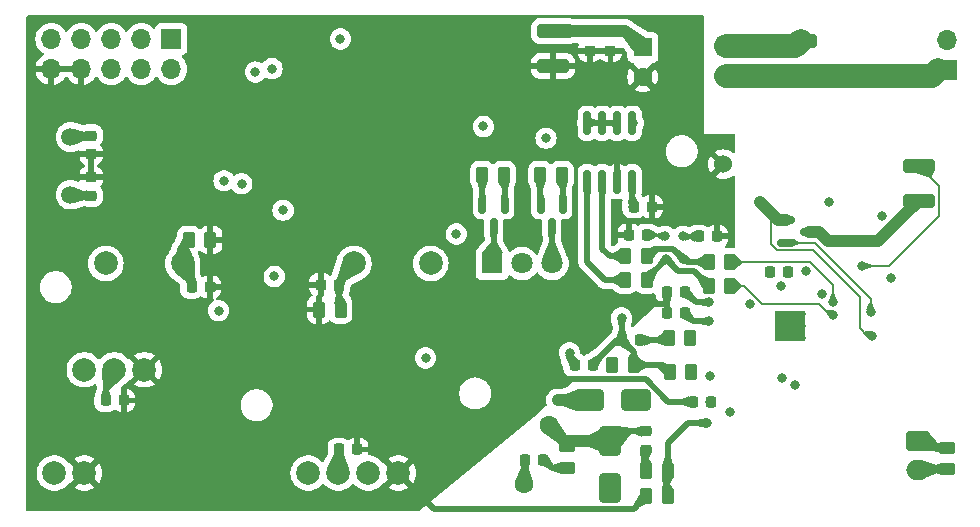
<source format=gbr>
%TF.GenerationSoftware,KiCad,Pcbnew,8.0.2-8.0.2-0~ubuntu22.04.1*%
%TF.CreationDate,2024-05-14T11:32:01+03:00*%
%TF.ProjectId,handle-module,68616e64-6c65-42d6-9d6f-64756c652e6b,rev?*%
%TF.SameCoordinates,Original*%
%TF.FileFunction,Copper,L4,Bot*%
%TF.FilePolarity,Positive*%
%FSLAX46Y46*%
G04 Gerber Fmt 4.6, Leading zero omitted, Abs format (unit mm)*
G04 Created by KiCad (PCBNEW 8.0.2-8.0.2-0~ubuntu22.04.1) date 2024-05-14 11:32:01*
%MOMM*%
%LPD*%
G01*
G04 APERTURE LIST*
G04 Aperture macros list*
%AMRoundRect*
0 Rectangle with rounded corners*
0 $1 Rounding radius*
0 $2 $3 $4 $5 $6 $7 $8 $9 X,Y pos of 4 corners*
0 Add a 4 corners polygon primitive as box body*
4,1,4,$2,$3,$4,$5,$6,$7,$8,$9,$2,$3,0*
0 Add four circle primitives for the rounded corners*
1,1,$1+$1,$2,$3*
1,1,$1+$1,$4,$5*
1,1,$1+$1,$6,$7*
1,1,$1+$1,$8,$9*
0 Add four rect primitives between the rounded corners*
20,1,$1+$1,$2,$3,$4,$5,0*
20,1,$1+$1,$4,$5,$6,$7,0*
20,1,$1+$1,$6,$7,$8,$9,0*
20,1,$1+$1,$8,$9,$2,$3,0*%
G04 Aperture macros list end*
%TA.AperFunction,HeatsinkPad*%
%ADD10C,0.500000*%
%TD*%
%TA.AperFunction,HeatsinkPad*%
%ADD11R,2.600000X2.600000*%
%TD*%
%TA.AperFunction,ComponentPad*%
%ADD12C,1.500000*%
%TD*%
%TA.AperFunction,ComponentPad*%
%ADD13R,1.700000X1.700000*%
%TD*%
%TA.AperFunction,ComponentPad*%
%ADD14O,1.700000X1.700000*%
%TD*%
%TA.AperFunction,ComponentPad*%
%ADD15C,2.000000*%
%TD*%
%TA.AperFunction,ComponentPad*%
%ADD16R,1.600000X1.600000*%
%TD*%
%TA.AperFunction,ComponentPad*%
%ADD17C,1.600000*%
%TD*%
%TA.AperFunction,ComponentPad*%
%ADD18R,1.800000X1.800000*%
%TD*%
%TA.AperFunction,ComponentPad*%
%ADD19C,1.800000*%
%TD*%
%TA.AperFunction,ComponentPad*%
%ADD20RoundRect,0.250000X-0.750000X0.600000X-0.750000X-0.600000X0.750000X-0.600000X0.750000X0.600000X0*%
%TD*%
%TA.AperFunction,ComponentPad*%
%ADD21O,2.000000X1.700000*%
%TD*%
%TA.AperFunction,ComponentPad*%
%ADD22C,1.524000*%
%TD*%
%TA.AperFunction,SMDPad,CuDef*%
%ADD23RoundRect,0.250000X-0.262500X-0.450000X0.262500X-0.450000X0.262500X0.450000X-0.262500X0.450000X0*%
%TD*%
%TA.AperFunction,SMDPad,CuDef*%
%ADD24RoundRect,0.150000X-0.150000X0.587500X-0.150000X-0.587500X0.150000X-0.587500X0.150000X0.587500X0*%
%TD*%
%TA.AperFunction,SMDPad,CuDef*%
%ADD25RoundRect,0.150000X-0.150000X0.825000X-0.150000X-0.825000X0.150000X-0.825000X0.150000X0.825000X0*%
%TD*%
%TA.AperFunction,SMDPad,CuDef*%
%ADD26RoundRect,0.225000X0.250000X-0.225000X0.250000X0.225000X-0.250000X0.225000X-0.250000X-0.225000X0*%
%TD*%
%TA.AperFunction,SMDPad,CuDef*%
%ADD27RoundRect,0.250000X-1.100000X0.325000X-1.100000X-0.325000X1.100000X-0.325000X1.100000X0.325000X0*%
%TD*%
%TA.AperFunction,SMDPad,CuDef*%
%ADD28RoundRect,0.250000X0.262500X0.450000X-0.262500X0.450000X-0.262500X-0.450000X0.262500X-0.450000X0*%
%TD*%
%TA.AperFunction,SMDPad,CuDef*%
%ADD29RoundRect,0.225000X0.225000X0.250000X-0.225000X0.250000X-0.225000X-0.250000X0.225000X-0.250000X0*%
%TD*%
%TA.AperFunction,SMDPad,CuDef*%
%ADD30RoundRect,0.225000X-0.225000X-0.250000X0.225000X-0.250000X0.225000X0.250000X-0.225000X0.250000X0*%
%TD*%
%TA.AperFunction,SMDPad,CuDef*%
%ADD31RoundRect,0.250000X0.450000X-0.262500X0.450000X0.262500X-0.450000X0.262500X-0.450000X-0.262500X0*%
%TD*%
%TA.AperFunction,SMDPad,CuDef*%
%ADD32RoundRect,0.225000X-0.250000X0.225000X-0.250000X-0.225000X0.250000X-0.225000X0.250000X0.225000X0*%
%TD*%
%TA.AperFunction,SMDPad,CuDef*%
%ADD33RoundRect,0.150000X-0.587500X-0.150000X0.587500X-0.150000X0.587500X0.150000X-0.587500X0.150000X0*%
%TD*%
%TA.AperFunction,SMDPad,CuDef*%
%ADD34RoundRect,0.250000X1.000000X0.650000X-1.000000X0.650000X-1.000000X-0.650000X1.000000X-0.650000X0*%
%TD*%
%TA.AperFunction,SMDPad,CuDef*%
%ADD35RoundRect,0.250000X0.650000X-1.000000X0.650000X1.000000X-0.650000X1.000000X-0.650000X-1.000000X0*%
%TD*%
%TA.AperFunction,SMDPad,CuDef*%
%ADD36RoundRect,0.250000X1.100000X-0.325000X1.100000X0.325000X-1.100000X0.325000X-1.100000X-0.325000X0*%
%TD*%
%TA.AperFunction,ViaPad*%
%ADD37C,0.800000*%
%TD*%
%TA.AperFunction,Conductor*%
%ADD38C,0.500000*%
%TD*%
%TA.AperFunction,Conductor*%
%ADD39C,1.000000*%
%TD*%
%TA.AperFunction,Conductor*%
%ADD40C,0.200000*%
%TD*%
%TA.AperFunction,Conductor*%
%ADD41C,2.000000*%
%TD*%
G04 APERTURE END LIST*
D10*
%TO.P,U5,29,PGND*%
%TO.N,GNDPWR*%
X118640487Y-103250000D03*
X118640487Y-104300000D03*
X118640487Y-105350000D03*
X119690487Y-103250000D03*
X119690487Y-104300000D03*
D11*
X119690487Y-104300000D03*
D10*
X119690487Y-105350000D03*
X120740487Y-103250000D03*
X120740487Y-104300000D03*
X120740487Y-105350000D03*
%TD*%
D12*
%TO.P,X1,1,1*%
%TO.N,Net-(U3-XTAL2{slash}PB7)*%
X58740487Y-93175000D03*
%TO.P,X1,2,2*%
%TO.N,Net-(U3-XTAL1{slash}PB6)*%
X58740487Y-88295000D03*
%TD*%
D13*
%TO.P,J1,1,Pin_1*%
%TO.N,GNDPWR*%
X132975000Y-82600000D03*
D14*
%TO.P,J1,2,Pin_2*%
%TO.N,Net-(J1-Pin_2)*%
X132975000Y-80060000D03*
%TD*%
D15*
%TO.P,U2,1,ANT*%
%TO.N,unconnected-(U2-ANT-Pad1)*%
X57370487Y-116750000D03*
%TO.P,U2,2,GND*%
%TO.N,GNDA*%
X59910487Y-116750000D03*
%TO.P,U2,3,VCC*%
%TO.N,+5V*%
X78870487Y-116750000D03*
%TO.P,U2,4,CS*%
X81410487Y-116750000D03*
%TO.P,U2,5,DATA*%
%TO.N,/FM_IN*%
X83950487Y-116750000D03*
%TO.P,U2,6,GND*%
%TO.N,GNDA*%
X86490487Y-116750000D03*
%TD*%
D16*
%TO.P,C6,1*%
%TO.N,/VBAT*%
X107200000Y-80700000D03*
D17*
%TO.P,C6,2*%
%TO.N,GNDA*%
X107200000Y-83200000D03*
%TD*%
D16*
%TO.P,C5,1*%
%TO.N,/VBAT*%
X114200000Y-80617621D03*
D17*
%TO.P,C5,2*%
%TO.N,GNDPWR*%
X114200000Y-83117621D03*
%TD*%
D15*
%TO.P,U1,2,DATA*%
%TO.N,/FM_OUT*%
X59910487Y-108000000D03*
%TO.P,U1,3,VCC*%
%TO.N,+5V*%
X62450487Y-108000000D03*
%TO.P,U1,4,GND*%
%TO.N,GNDA*%
X64990487Y-108000000D03*
%TD*%
D18*
%TO.P,D1,1,A1*%
%TO.N,Net-(D1-A1)*%
X94440487Y-99000000D03*
D19*
%TO.P,D1,2,K*%
%TO.N,Net-(D1-K)*%
X96980487Y-99000000D03*
%TO.P,D1,3,A2*%
%TO.N,Net-(D1-A2)*%
X99520487Y-99000000D03*
%TD*%
D17*
%TO.P,RV1,1*%
%TO.N,/CHARGER_SUPPLY*%
X97150000Y-117700000D03*
%TO.P,RV1,2*%
%TO.N,GNDPWR*%
X99250000Y-112700000D03*
%TD*%
D20*
%TO.P,J2,1,Pin_1*%
%TO.N,GNDPWR*%
X130490487Y-114000000D03*
D21*
%TO.P,J2,2,Pin_2*%
%TO.N,Net-(D9-A)*%
X130490487Y-116500000D03*
%TD*%
D15*
%TO.P,SW2,1,1*%
%TO.N,/CLOSE_BUTTON*%
X82740487Y-99000000D03*
%TO.P,SW2,2,2*%
%TO.N,/VBAT*%
X89240487Y-99000000D03*
%TD*%
D22*
%TO.P,TP2,1,1*%
%TO.N,GNDA*%
X114000000Y-90600000D03*
%TD*%
D15*
%TO.P,SW1,1,1*%
%TO.N,/VBAT*%
X61740487Y-99000000D03*
%TO.P,SW1,2,2*%
%TO.N,/OPEN_BUTTON*%
X68240487Y-99000000D03*
%TD*%
D13*
%TO.P,J3,1,Pin_1*%
%TO.N,/MOSI*%
X67280487Y-80000000D03*
D14*
%TO.P,J3,2,Pin_2*%
%TO.N,+5V*%
X67280487Y-82540000D03*
%TO.P,J3,3,Pin_3*%
%TO.N,unconnected-(J3-Pin_3-Pad3)*%
X64740487Y-80000000D03*
%TO.P,J3,4,Pin_4*%
%TO.N,/RXD*%
X64740487Y-82540000D03*
%TO.P,J3,5,Pin_5*%
%TO.N,/RESET#*%
X62200487Y-80000000D03*
%TO.P,J3,6,Pin_6*%
%TO.N,/TXD*%
X62200487Y-82540000D03*
%TO.P,J3,7,Pin_7*%
%TO.N,/SCK*%
X59660487Y-80000000D03*
%TO.P,J3,8,Pin_8*%
%TO.N,GNDA*%
X59660487Y-82540000D03*
%TO.P,J3,9,Pin_9*%
%TO.N,/MISO*%
X57120487Y-80000000D03*
%TO.P,J3,10,Pin_10*%
%TO.N,GNDA*%
X57120487Y-82540000D03*
%TD*%
D23*
%TO.P,R27,1*%
%TO.N,/CHARGER_SRN*%
X112790487Y-100900000D03*
%TO.P,R27,2*%
%TO.N,Net-(U5-SRN)*%
X114615487Y-100900000D03*
%TD*%
D24*
%TO.P,Q2,1,G*%
%TO.N,/LED_RED#*%
X93620487Y-94025000D03*
%TO.P,Q2,2,S*%
%TO.N,+5V*%
X95520487Y-94025000D03*
%TO.P,Q2,3,D*%
%TO.N,Net-(D1-A1)*%
X94570487Y-95900000D03*
%TD*%
D25*
%TO.P,U7,1,A1*%
%TO.N,/SDA*%
X102495000Y-87125000D03*
%TO.P,U7,2,A0*%
X103765000Y-87125000D03*
%TO.P,U7,3,SDA*%
X105035000Y-87125000D03*
%TO.P,U7,4,SCL*%
%TO.N,/SCL*%
X106305000Y-87125000D03*
%TO.P,U7,5,VCC*%
%TO.N,+5V*%
X106305000Y-92075000D03*
%TO.P,U7,6,GND*%
%TO.N,GNDA*%
X105035000Y-92075000D03*
%TO.P,U7,7,VIN_-*%
%TO.N,Net-(U7-VIN_-)*%
X103765000Y-92075000D03*
%TO.P,U7,8,VIN_+*%
%TO.N,Net-(U7-VIN_+)*%
X102495000Y-92075000D03*
%TD*%
D26*
%TO.P,C19,1*%
%TO.N,Net-(U3-XTAL2{slash}PB7)*%
X60490487Y-93250000D03*
%TO.P,C19,2*%
%TO.N,GNDA*%
X60490487Y-91700000D03*
%TD*%
D23*
%TO.P,R14,1*%
%TO.N,Net-(Q8-G)*%
X109490487Y-108200000D03*
%TO.P,R14,2*%
%TO.N,Net-(U5-ACDRV)*%
X111315487Y-108200000D03*
%TD*%
D27*
%TO.P,C7,1*%
%TO.N,/VBAT*%
X99600000Y-79325000D03*
%TO.P,C7,2*%
%TO.N,GNDA*%
X99600000Y-82275000D03*
%TD*%
D28*
%TO.P,R12,1*%
%TO.N,Net-(U5-ACDET)*%
X109300000Y-118700000D03*
%TO.P,R12,2*%
%TO.N,GNDA*%
X107475000Y-118700000D03*
%TD*%
D29*
%TO.P,C20,1*%
%TO.N,Net-(Q8-D)*%
X110775000Y-103200000D03*
%TO.P,C20,2*%
%TO.N,GNDA*%
X109225000Y-103200000D03*
%TD*%
D24*
%TO.P,Q1,1,G*%
%TO.N,/LED_GREEN#*%
X98540487Y-94025000D03*
%TO.P,Q1,2,S*%
%TO.N,+5V*%
X100440487Y-94025000D03*
%TO.P,Q1,3,D*%
%TO.N,Net-(D1-A2)*%
X99490487Y-95900000D03*
%TD*%
D29*
%TO.P,C24,1*%
%TO.N,Net-(U5-VCC)*%
X112965487Y-110700000D03*
%TO.P,C24,2*%
%TO.N,GNDA*%
X111415487Y-110700000D03*
%TD*%
D30*
%TO.P,C12,1*%
%TO.N,/CHARGER_SUPPLY*%
X97225000Y-115600000D03*
%TO.P,C12,2*%
%TO.N,Net-(C12-Pad2)*%
X98775000Y-115600000D03*
%TD*%
%TO.P,C2,1*%
%TO.N,+5V*%
X81465487Y-114750000D03*
%TO.P,C2,2*%
%TO.N,GNDA*%
X83015487Y-114750000D03*
%TD*%
D31*
%TO.P,R8,1*%
%TO.N,Net-(C12-Pad2)*%
X100800000Y-116312500D03*
%TO.P,R8,2*%
%TO.N,GNDPWR*%
X100800000Y-114487500D03*
%TD*%
D23*
%TO.P,R13,1*%
%TO.N,Net-(Q7-G)*%
X104590487Y-107600000D03*
%TO.P,R13,2*%
%TO.N,Net-(Q8-G)*%
X106415487Y-107600000D03*
%TD*%
D32*
%TO.P,C8,1*%
%TO.N,/VBAT*%
X102700000Y-79425000D03*
%TO.P,C8,2*%
%TO.N,GNDA*%
X102700000Y-80975000D03*
%TD*%
D26*
%TO.P,C9,1*%
%TO.N,GNDA*%
X104460000Y-80975000D03*
%TO.P,C9,2*%
%TO.N,/VBAT*%
X104460000Y-79425000D03*
%TD*%
D23*
%TO.P,R11,1*%
%TO.N,/CHARGER_SUPPLY*%
X107475000Y-116600000D03*
%TO.P,R11,2*%
%TO.N,Net-(U5-ACDET)*%
X109300000Y-116600000D03*
%TD*%
D30*
%TO.P,C4,1*%
%TO.N,GNDA*%
X79915487Y-100800000D03*
%TO.P,C4,2*%
%TO.N,/CLOSE_BUTTON*%
X81465487Y-100800000D03*
%TD*%
D29*
%TO.P,C23,1*%
%TO.N,/VSYS*%
X110775000Y-101400000D03*
%TO.P,C23,2*%
%TO.N,GNDA*%
X109225000Y-101400000D03*
%TD*%
%TO.P,C25,1*%
%TO.N,Net-(U5-BTST)*%
X119475000Y-99700000D03*
%TO.P,C25,2*%
%TO.N,Net-(Q10-D)*%
X117925000Y-99700000D03*
%TD*%
D30*
%TO.P,C1,1*%
%TO.N,+5V*%
X61715487Y-110600000D03*
%TO.P,C1,2*%
%TO.N,GNDA*%
X63265487Y-110600000D03*
%TD*%
D23*
%TO.P,R15,1*%
%TO.N,/CHR_VSYS_NMOS*%
X109390487Y-105300000D03*
%TO.P,R15,2*%
%TO.N,Net-(U5-CMSRC)*%
X111215487Y-105300000D03*
%TD*%
%TO.P,R1,1*%
%TO.N,/LED_GREEN#*%
X98520487Y-91500000D03*
%TO.P,R1,2*%
%TO.N,+5V*%
X100345487Y-91500000D03*
%TD*%
D30*
%TO.P,C29,1*%
%TO.N,/CHARGER_BATSRC*%
X111915487Y-96700000D03*
%TO.P,C29,2*%
%TO.N,GNDA*%
X113465487Y-96700000D03*
%TD*%
D32*
%TO.P,C18,1*%
%TO.N,Net-(U3-XTAL1{slash}PB6)*%
X60490487Y-88175000D03*
%TO.P,C18,2*%
%TO.N,GNDA*%
X60490487Y-89725000D03*
%TD*%
D29*
%TO.P,C3,1*%
%TO.N,GNDA*%
X70540487Y-101000000D03*
%TO.P,C3,2*%
%TO.N,/OPEN_BUTTON*%
X68990487Y-101000000D03*
%TD*%
D30*
%TO.P,C33,1*%
%TO.N,+5V*%
X106425000Y-94200000D03*
%TO.P,C33,2*%
%TO.N,GNDA*%
X107975000Y-94200000D03*
%TD*%
D27*
%TO.P,C32,1*%
%TO.N,/VBAT*%
X120600000Y-80125000D03*
%TO.P,C32,2*%
%TO.N,GNDPWR*%
X120600000Y-83075000D03*
%TD*%
D33*
%TO.P,Q11,1,G*%
%TO.N,/CHARGER_BATDRV*%
X119352987Y-97250000D03*
%TO.P,Q11,2,S*%
%TO.N,/CHARGER_BATSRC*%
X119352987Y-95350000D03*
%TO.P,Q11,3,D*%
%TO.N,/VSYS*%
X121227987Y-96300000D03*
%TD*%
D29*
%TO.P,C16,1*%
%TO.N,/CHR_VSYS_NMOS*%
X106977987Y-105500000D03*
%TO.P,C16,2*%
%TO.N,Net-(Q8-G)*%
X105427987Y-105500000D03*
%TD*%
D23*
%TO.P,R2,1*%
%TO.N,/LED_RED#*%
X93607987Y-91500000D03*
%TO.P,R2,2*%
%TO.N,+5V*%
X95432987Y-91500000D03*
%TD*%
D26*
%TO.P,C26,1*%
%TO.N,/CHARGER_SUPPLY*%
X107437500Y-114775000D03*
%TO.P,C26,2*%
%TO.N,GNDPWR*%
X107437500Y-113225000D03*
%TD*%
D31*
%TO.P,R23,1*%
%TO.N,Net-(D9-A)*%
X132990487Y-116412500D03*
%TO.P,R23,2*%
%TO.N,GNDPWR*%
X132990487Y-114587500D03*
%TD*%
D29*
%TO.P,C31,1*%
%TO.N,/VBAT*%
X107565487Y-96600000D03*
%TO.P,C31,2*%
%TO.N,GNDA*%
X106015487Y-96600000D03*
%TD*%
D34*
%TO.P,D8,1,K*%
%TO.N,Net-(D6-K)*%
X106602987Y-110600000D03*
%TO.P,D8,2,A*%
%TO.N,/VBAT*%
X102602987Y-110600000D03*
%TD*%
D30*
%TO.P,C14,1*%
%TO.N,/CHARGER_SUPPLY*%
X101425000Y-107600000D03*
%TO.P,C14,2*%
%TO.N,Net-(Q8-G)*%
X102975000Y-107600000D03*
%TD*%
D28*
%TO.P,R25,1*%
%TO.N,Net-(U5-SRP)*%
X114615487Y-98900000D03*
%TO.P,R25,2*%
%TO.N,/CHARGER_SRP*%
X112790487Y-98900000D03*
%TD*%
D23*
%TO.P,R4,1*%
%TO.N,/OPEN_BUTTON*%
X68765487Y-97000000D03*
%TO.P,R4,2*%
%TO.N,GNDA*%
X70590487Y-97000000D03*
%TD*%
D35*
%TO.P,D7,1,A1*%
%TO.N,/CHARGER_SUPPLY*%
X104400000Y-118000000D03*
%TO.P,D7,2,A2*%
%TO.N,GNDPWR*%
X104400000Y-114000000D03*
%TD*%
D28*
%TO.P,R3,1*%
%TO.N,/CLOSE_BUTTON*%
X81602987Y-102900000D03*
%TO.P,R3,2*%
%TO.N,GNDA*%
X79777987Y-102900000D03*
%TD*%
D36*
%TO.P,C27,1*%
%TO.N,/VSYS*%
X130590487Y-93675000D03*
%TO.P,C27,2*%
%TO.N,GNDPWR*%
X130590487Y-90725000D03*
%TD*%
D28*
%TO.P,R28,1*%
%TO.N,/CHARGER_SRN*%
X107512500Y-100400000D03*
%TO.P,R28,2*%
%TO.N,Net-(U7-VIN_+)*%
X105687500Y-100400000D03*
%TD*%
D23*
%TO.P,R29,1*%
%TO.N,Net-(U7-VIN_-)*%
X105687500Y-98400000D03*
%TO.P,R29,2*%
%TO.N,/CHARGER_SRP*%
X107512500Y-98400000D03*
%TD*%
D37*
%TO.N,GNDA*%
X81490487Y-83000000D03*
X80190487Y-97100000D03*
X72990487Y-82500000D03*
X97200000Y-94400000D03*
X128190218Y-100190219D03*
X95740487Y-80500000D03*
X70790487Y-101000000D03*
X85490487Y-86250000D03*
X72740487Y-89750000D03*
X85600000Y-108000000D03*
%TO.N,+5V*%
X100345487Y-91500000D03*
X71290487Y-103000000D03*
X95432987Y-91500000D03*
X112890487Y-108500000D03*
X99000000Y-88400000D03*
X81590487Y-80000000D03*
X106400000Y-94200000D03*
X75990487Y-100100000D03*
%TO.N,GNDPWR*%
X125790487Y-99200000D03*
X130490487Y-90700000D03*
%TO.N,/CHARGER_SUPPLY*%
X104400000Y-117800000D03*
X101002987Y-106562500D03*
X107387500Y-116600000D03*
%TO.N,Net-(Q7-G)*%
X104602987Y-107600000D03*
%TO.N,/VSYS*%
X112802987Y-102300000D03*
X130490487Y-93600000D03*
X124590487Y-97100000D03*
%TO.N,/CHARGER_BATSRC*%
X110590487Y-96700000D03*
X126590487Y-105100000D03*
X117090487Y-93800000D03*
%TO.N,/VBAT*%
X109090487Y-96700000D03*
X100000000Y-110600000D03*
%TO.N,/MOSI*%
X71740487Y-92000000D03*
%TO.N,/SCK*%
X73240487Y-92250000D03*
%TO.N,/MISO*%
X76740487Y-94500000D03*
%TO.N,/LED_GREEN#*%
X98520487Y-91500000D03*
%TO.N,/LED_RED#*%
X93607987Y-91500000D03*
%TO.N,Net-(Q8-G)*%
X105402987Y-103600000D03*
%TO.N,Net-(Q9-G)*%
X127490487Y-95000000D03*
X118925206Y-100874794D03*
%TO.N,/CHARGER_BATDRV*%
X126490487Y-103100000D03*
%TO.N,Net-(Q8-D)*%
X112802987Y-103900000D03*
%TO.N,Net-(U5-ILIM)*%
X121000000Y-99600000D03*
X122400000Y-101600000D03*
%TO.N,Net-(U5-VCC)*%
X112890487Y-110700000D03*
X116290487Y-102400000D03*
%TO.N,Net-(Q10-D)*%
X117925000Y-99700000D03*
X122990487Y-93800000D03*
%TO.N,/SDA*%
X119000000Y-108700000D03*
X75790487Y-82500000D03*
X102537818Y-87082182D03*
%TO.N,/SCL*%
X120100000Y-109300000D03*
X74390487Y-82800000D03*
X106400000Y-87125000D03*
%TO.N,/CHARGER_SRP*%
X110600000Y-98600000D03*
%TO.N,/CHARGER_SRN*%
X109200000Y-98600000D03*
%TO.N,Net-(U5-BTST)*%
X119500000Y-99700000D03*
%TO.N,Net-(D6-K)*%
X106802987Y-110600000D03*
%TO.N,/PROCHOT#*%
X88800000Y-107000000D03*
X91400000Y-96500000D03*
X93700000Y-87400000D03*
X114600000Y-111600000D03*
%TO.N,Net-(U5-ACDET)*%
X112600000Y-112500000D03*
%TO.N,Net-(U5-ACDRV)*%
X111402987Y-108200000D03*
%TO.N,/CHR_VSYS_NMOS*%
X109402987Y-105300000D03*
%TO.N,Net-(U5-CMSRC)*%
X111202987Y-105400000D03*
%TO.N,Net-(U5-SRP)*%
X123290487Y-102300000D03*
%TO.N,Net-(U5-SRN)*%
X123333234Y-103355509D03*
%TD*%
D38*
%TO.N,/SCL*%
X106400000Y-87125000D02*
X106305000Y-87125000D01*
D39*
%TO.N,/VBAT*%
X100000000Y-110600000D02*
X102602987Y-110600000D01*
D38*
%TO.N,GNDA*%
X109225000Y-102400000D02*
X109225000Y-101400000D01*
X109225000Y-102400000D02*
X108000000Y-102400000D01*
X107475000Y-118700000D02*
X106425000Y-119750000D01*
X107442936Y-108800000D02*
X100890487Y-108800000D01*
X105035000Y-92075000D02*
X105035000Y-90035000D01*
X109225000Y-103200000D02*
X109225000Y-102400000D01*
X106425000Y-119750000D02*
X89490487Y-119750000D01*
X109342936Y-110700000D02*
X107442936Y-108800000D01*
X111415487Y-110700000D02*
X109342936Y-110700000D01*
X89490487Y-119750000D02*
X86490487Y-116750000D01*
%TO.N,+5V*%
X95520487Y-91587500D02*
X95520487Y-94000000D01*
X106305000Y-92075000D02*
X106305000Y-94105000D01*
X61710487Y-110600000D02*
X61710487Y-108740000D01*
X100440487Y-91595000D02*
X100440487Y-94025000D01*
X61710487Y-108740000D02*
X62450487Y-108000000D01*
X81465487Y-114750000D02*
X81465487Y-116695000D01*
%TO.N,/OPEN_BUTTON*%
X68990487Y-99975000D02*
X68015487Y-99000000D01*
X68015487Y-99000000D02*
X68015487Y-97750000D01*
X68015487Y-97750000D02*
X68765487Y-97000000D01*
X68990487Y-101000000D02*
X68990487Y-99975000D01*
%TO.N,/CLOSE_BUTTON*%
X81465487Y-100525000D02*
X82990487Y-99000000D01*
X81490487Y-102787500D02*
X81490487Y-101050000D01*
X81490487Y-101050000D02*
X81602987Y-100937500D01*
X81465487Y-100800000D02*
X81465487Y-100525000D01*
%TO.N,GNDPWR*%
X105175000Y-113225000D02*
X104400000Y-114000000D01*
D39*
X104400000Y-114000000D02*
X100550000Y-114000000D01*
D40*
X132290487Y-92425000D02*
X130590487Y-90725000D01*
D38*
X107437500Y-113225000D02*
X105175000Y-113225000D01*
D40*
X125790487Y-99200000D02*
X128065487Y-99200000D01*
D38*
X132990487Y-114587500D02*
X131077987Y-114587500D01*
D41*
X131682379Y-83117621D02*
X132200000Y-82600000D01*
D40*
X132290487Y-94975000D02*
X132290487Y-92425000D01*
D39*
X100550000Y-114000000D02*
X99250000Y-112700000D01*
D41*
X114200000Y-83117621D02*
X131682379Y-83117621D01*
D40*
X128065487Y-99200000D02*
X132290487Y-94975000D01*
D38*
%TO.N,/CHARGER_SUPPLY*%
X101002987Y-107177987D02*
X101425000Y-107600000D01*
X97225000Y-115600000D02*
X97225000Y-117625000D01*
X101002987Y-106562500D02*
X101002987Y-107177987D01*
X107387500Y-116600000D02*
X107387500Y-114825000D01*
D39*
%TO.N,/VSYS*%
X122090487Y-96300000D02*
X121227987Y-96300000D01*
X124590487Y-97100000D02*
X127115487Y-97100000D01*
X122890487Y-97100000D02*
X122090487Y-96300000D01*
X124590487Y-97100000D02*
X122890487Y-97100000D01*
D38*
X112802987Y-102300000D02*
X111675000Y-102300000D01*
D39*
X127115487Y-97100000D02*
X130515487Y-93700000D01*
D38*
X111675000Y-102300000D02*
X110775000Y-101400000D01*
D40*
%TO.N,/CHARGER_BATSRC*%
X111915487Y-96700000D02*
X110590487Y-96700000D01*
D39*
X119352987Y-95350000D02*
X118640487Y-95350000D01*
D40*
X118579091Y-97850000D02*
X121640487Y-97850000D01*
D39*
X118040487Y-94750000D02*
X117090487Y-93800000D01*
D40*
X126190487Y-105100000D02*
X126590487Y-105100000D01*
D39*
X118640487Y-95350000D02*
X118040487Y-94750000D01*
D40*
X125590487Y-104500000D02*
X126190487Y-105100000D01*
X125590487Y-101800000D02*
X125590487Y-104500000D01*
X118040487Y-94750000D02*
X118040487Y-97311396D01*
X121640487Y-97850000D02*
X125590487Y-101800000D01*
X118040487Y-97311396D02*
X118579091Y-97850000D01*
D41*
%TO.N,/VBAT*%
X114200000Y-80617621D02*
X120107379Y-80617621D01*
D40*
X107565487Y-96600000D02*
X108990487Y-96600000D01*
D39*
X99600000Y-79325000D02*
X105707380Y-79325000D01*
D41*
X120107379Y-80617621D02*
X120600000Y-80125000D01*
D40*
X108990487Y-96600000D02*
X109090487Y-96700000D01*
D39*
X105707380Y-79325000D02*
X107200000Y-80817620D01*
D38*
%TO.N,Net-(D1-A1)*%
X94570487Y-95875000D02*
X94570487Y-98870000D01*
%TO.N,Net-(D1-A2)*%
X99520487Y-95937500D02*
X99520487Y-99000000D01*
%TO.N,/LED_GREEN#*%
X98520487Y-91500000D02*
X98520487Y-94012500D01*
%TO.N,/LED_RED#*%
X93607987Y-91500000D02*
X93607987Y-93987500D01*
%TO.N,Net-(C12-Pad2)*%
X100800000Y-116312500D02*
X99487500Y-116312500D01*
X99487500Y-116312500D02*
X98775000Y-115600000D01*
%TO.N,Net-(Q8-G)*%
X106415487Y-106487500D02*
X105427987Y-105500000D01*
X102975000Y-107506109D02*
X104981109Y-105500000D01*
X109490487Y-108200000D02*
X108890487Y-107600000D01*
X108890487Y-107600000D02*
X106415487Y-107600000D01*
X104981109Y-105500000D02*
X105427987Y-105500000D01*
X105402987Y-103600000D02*
X105402987Y-105475000D01*
X106415487Y-107600000D02*
X106415487Y-106487500D01*
D40*
%TO.N,/CHARGER_BATDRV*%
X119352987Y-97250000D02*
X121740487Y-97250000D01*
X126690487Y-103100000D02*
X126590487Y-103000000D01*
X126490487Y-102000000D02*
X126490487Y-103100000D01*
X121740487Y-97250000D02*
X126490487Y-102000000D01*
X126490487Y-103100000D02*
X126690487Y-103100000D01*
D38*
%TO.N,Net-(U3-XTAL1{slash}PB6)*%
X60490487Y-88175000D02*
X58860487Y-88175000D01*
%TO.N,Net-(U3-XTAL2{slash}PB7)*%
X60490487Y-93250000D02*
X58815487Y-93250000D01*
%TO.N,Net-(Q8-D)*%
X112802987Y-103900000D02*
X111475000Y-103900000D01*
X111475000Y-103900000D02*
X110775000Y-103200000D01*
%TO.N,/SDA*%
X102495000Y-87125000D02*
X105035000Y-87125000D01*
%TO.N,/CHARGER_SRP*%
X108162500Y-97750000D02*
X109750000Y-97750000D01*
X110900000Y-98900000D02*
X110600000Y-98600000D01*
X107512500Y-98400000D02*
X108162500Y-97750000D01*
X112790487Y-98900000D02*
X110900000Y-98900000D01*
X109750000Y-97750000D02*
X110600000Y-98600000D01*
%TO.N,/CHARGER_SRN*%
X109200000Y-98600000D02*
X110200000Y-99600000D01*
X110200000Y-99600000D02*
X111490487Y-99600000D01*
X111490487Y-99600000D02*
X112790487Y-100900000D01*
X107512500Y-100287500D02*
X109200000Y-98600000D01*
%TO.N,Net-(D9-A)*%
X132990487Y-116412500D02*
X130577987Y-116412500D01*
%TO.N,Net-(U5-ACDET)*%
X109200000Y-118700000D02*
X109200000Y-117700000D01*
X109200000Y-117700000D02*
X109200000Y-116700000D01*
X111000000Y-112500000D02*
X109300000Y-114200000D01*
X112600000Y-112500000D02*
X111000000Y-112500000D01*
X109300000Y-114200000D02*
X109300000Y-116600000D01*
%TO.N,/CHR_VSYS_NMOS*%
X106977987Y-105500000D02*
X109190487Y-105500000D01*
D40*
%TO.N,Net-(U5-SRP)*%
X123290487Y-100800000D02*
X121390487Y-98900000D01*
X123290487Y-102300000D02*
X123290487Y-100800000D01*
X121390487Y-98900000D02*
X114615487Y-98900000D01*
%TO.N,Net-(U5-SRN)*%
X115780437Y-100900000D02*
X114615487Y-100900000D01*
X122100537Y-102400000D02*
X117280437Y-102400000D01*
X123333234Y-103355509D02*
X123056046Y-103355509D01*
X117280437Y-102400000D02*
X115780437Y-100900000D01*
X123056046Y-103355509D02*
X122100537Y-102400000D01*
D38*
%TO.N,Net-(U7-VIN_-)*%
X103765000Y-97765000D02*
X103765000Y-92075000D01*
X104400000Y-98400000D02*
X103765000Y-97765000D01*
X105687500Y-98400000D02*
X104400000Y-98400000D01*
%TO.N,Net-(U7-VIN_+)*%
X104000000Y-100400000D02*
X102495000Y-98895000D01*
X105687500Y-100400000D02*
X104000000Y-100400000D01*
X102495000Y-98895000D02*
X102495000Y-92075000D01*
%TD*%
%TA.AperFunction,Conductor*%
%TO.N,GNDA*%
G36*
X59194562Y-82347007D02*
G01*
X59160487Y-82474174D01*
X59160487Y-82605826D01*
X59194562Y-82732993D01*
X59227475Y-82790000D01*
X57553499Y-82790000D01*
X57586412Y-82732993D01*
X57620487Y-82605826D01*
X57620487Y-82474174D01*
X57586412Y-82347007D01*
X57553499Y-82290000D01*
X59227475Y-82290000D01*
X59194562Y-82347007D01*
G37*
%TD.AperFunction*%
%TA.AperFunction,Conductor*%
G36*
X100739156Y-78004372D02*
G01*
X100743038Y-78002349D01*
X100767058Y-78000000D01*
X112276000Y-78000000D01*
X112343039Y-78019685D01*
X112388794Y-78072489D01*
X112400000Y-78124000D01*
X112400000Y-88000000D01*
X114866487Y-88000000D01*
X114933526Y-88019685D01*
X114979281Y-88072489D01*
X114990487Y-88124000D01*
X114990487Y-89514727D01*
X114970802Y-89581766D01*
X114917998Y-89627521D01*
X114848840Y-89637465D01*
X114795363Y-89616302D01*
X114633409Y-89502900D01*
X114633407Y-89502899D01*
X114433284Y-89409580D01*
X114433270Y-89409575D01*
X114219986Y-89352426D01*
X114219976Y-89352424D01*
X114000001Y-89333179D01*
X113999999Y-89333179D01*
X113780023Y-89352424D01*
X113780013Y-89352426D01*
X113566729Y-89409575D01*
X113566720Y-89409579D01*
X113366590Y-89502901D01*
X113301811Y-89548258D01*
X113972553Y-90219000D01*
X113949840Y-90219000D01*
X113852939Y-90244964D01*
X113766060Y-90295124D01*
X113695124Y-90366060D01*
X113644964Y-90452939D01*
X113619000Y-90549840D01*
X113619000Y-90572553D01*
X112948258Y-89901811D01*
X112902901Y-89966590D01*
X112809579Y-90166720D01*
X112809575Y-90166729D01*
X112752426Y-90380013D01*
X112752424Y-90380023D01*
X112733179Y-90599999D01*
X112733179Y-90600000D01*
X112752424Y-90819976D01*
X112752426Y-90819986D01*
X112809575Y-91033270D01*
X112809580Y-91033284D01*
X112902898Y-91233405D01*
X112902901Y-91233411D01*
X112948258Y-91298187D01*
X112948259Y-91298188D01*
X113619000Y-90627447D01*
X113619000Y-90650160D01*
X113644964Y-90747061D01*
X113695124Y-90833940D01*
X113766060Y-90904876D01*
X113852939Y-90955036D01*
X113949840Y-90981000D01*
X113972551Y-90981000D01*
X113301810Y-91651740D01*
X113366590Y-91697099D01*
X113366592Y-91697100D01*
X113566715Y-91790419D01*
X113566729Y-91790424D01*
X113780013Y-91847573D01*
X113780023Y-91847575D01*
X113999999Y-91866821D01*
X114000001Y-91866821D01*
X114219976Y-91847575D01*
X114219986Y-91847573D01*
X114433270Y-91790424D01*
X114433284Y-91790419D01*
X114633407Y-91697100D01*
X114633417Y-91697094D01*
X114795363Y-91583698D01*
X114861569Y-91561370D01*
X114929336Y-91578380D01*
X114977150Y-91629327D01*
X114990487Y-91685272D01*
X114990487Y-97575500D01*
X114970802Y-97642539D01*
X114917998Y-97688294D01*
X114866487Y-97699500D01*
X114302985Y-97699500D01*
X114302959Y-97699502D01*
X114274723Y-97702386D01*
X114206030Y-97689615D01*
X114155148Y-97641732D01*
X114138229Y-97573942D01*
X114160647Y-97507766D01*
X114174444Y-97491346D01*
X114263063Y-97402727D01*
X114352029Y-97258492D01*
X114352034Y-97258481D01*
X114405342Y-97097606D01*
X114415486Y-96998322D01*
X114415487Y-96998309D01*
X114415487Y-96950000D01*
X113339487Y-96950000D01*
X113272448Y-96930315D01*
X113226693Y-96877511D01*
X113215487Y-96826000D01*
X113215487Y-96450000D01*
X113715487Y-96450000D01*
X114415486Y-96450000D01*
X114415486Y-96401692D01*
X114415485Y-96401677D01*
X114405342Y-96302392D01*
X114352034Y-96141518D01*
X114352029Y-96141507D01*
X114263062Y-95997271D01*
X114263059Y-95997267D01*
X114143219Y-95877427D01*
X114143215Y-95877424D01*
X113998979Y-95788457D01*
X113998968Y-95788452D01*
X113838093Y-95735144D01*
X113738809Y-95725000D01*
X113715487Y-95725000D01*
X113715487Y-96450000D01*
X113215487Y-96450000D01*
X113215487Y-95724999D01*
X113192180Y-95725000D01*
X113192161Y-95725001D01*
X113092879Y-95735144D01*
X112932005Y-95788452D01*
X112931994Y-95788457D01*
X112787758Y-95877424D01*
X112787752Y-95877428D01*
X112778518Y-95886663D01*
X112717194Y-95920146D01*
X112647502Y-95915159D01*
X112603159Y-95886660D01*
X112593531Y-95877032D01*
X112593527Y-95877029D01*
X112449192Y-95788001D01*
X112449186Y-95787998D01*
X112449184Y-95787997D01*
X112416094Y-95777032D01*
X112288196Y-95734651D01*
X112188833Y-95724500D01*
X111642149Y-95724500D01*
X111642131Y-95724501D01*
X111542779Y-95734650D01*
X111542776Y-95734651D01*
X111381790Y-95787997D01*
X111381789Y-95787997D01*
X111339484Y-95814090D01*
X111322981Y-95822632D01*
X111321236Y-95823374D01*
X111321223Y-95823381D01*
X111179466Y-95909351D01*
X111111936Y-95927283D01*
X111067474Y-95917787D01*
X111062823Y-95915849D01*
X110948778Y-95868330D01*
X110948770Y-95868327D01*
X110892570Y-95848367D01*
X110883632Y-95844796D01*
X110870294Y-95838857D01*
X110870289Y-95838855D01*
X110724488Y-95807865D01*
X110685133Y-95799500D01*
X110495841Y-95799500D01*
X110463384Y-95806398D01*
X110310684Y-95838855D01*
X110310679Y-95838857D01*
X110137757Y-95915848D01*
X110137752Y-95915851D01*
X109984619Y-96027109D01*
X109984616Y-96027111D01*
X109984616Y-96027112D01*
X109932635Y-96084841D01*
X109873150Y-96121489D01*
X109803293Y-96120158D01*
X109748338Y-96084841D01*
X109696358Y-96027112D01*
X109696354Y-96027109D01*
X109543221Y-95915851D01*
X109543216Y-95915848D01*
X109370294Y-95838857D01*
X109370289Y-95838855D01*
X109224488Y-95807865D01*
X109185133Y-95799500D01*
X108995841Y-95799500D01*
X108963384Y-95806398D01*
X108810684Y-95838855D01*
X108810676Y-95838858D01*
X108806845Y-95840564D01*
X108788785Y-95846982D01*
X108545945Y-95912646D01*
X108476092Y-95911143D01*
X108449277Y-95898970D01*
X108159759Y-95723387D01*
X108126628Y-95704799D01*
X108122208Y-95702197D01*
X108099193Y-95688002D01*
X108099188Y-95687999D01*
X108099184Y-95687997D01*
X108099181Y-95687996D01*
X107938196Y-95634651D01*
X107838833Y-95624500D01*
X107292149Y-95624500D01*
X107292131Y-95624501D01*
X107192779Y-95634650D01*
X107192776Y-95634651D01*
X107031792Y-95687996D01*
X107031781Y-95688001D01*
X106887446Y-95777029D01*
X106887440Y-95777033D01*
X106877811Y-95786663D01*
X106816487Y-95820146D01*
X106746795Y-95815159D01*
X106702452Y-95786660D01*
X106693219Y-95777427D01*
X106693215Y-95777424D01*
X106548979Y-95688457D01*
X106548968Y-95688452D01*
X106388093Y-95635144D01*
X106288809Y-95625000D01*
X106265487Y-95625000D01*
X106265487Y-96726000D01*
X106245802Y-96793039D01*
X106192998Y-96838794D01*
X106141487Y-96850000D01*
X105065488Y-96850000D01*
X105065488Y-96898322D01*
X105075631Y-96997607D01*
X105123507Y-97142088D01*
X105125909Y-97211917D01*
X105090177Y-97271958D01*
X105070898Y-97286631D01*
X104956342Y-97357289D01*
X104832288Y-97481343D01*
X104827807Y-97487011D01*
X104826078Y-97485644D01*
X104784168Y-97523976D01*
X104731563Y-97550281D01*
X104662798Y-97562658D01*
X104598258Y-97535893D01*
X104588423Y-97527055D01*
X104551819Y-97490451D01*
X104518334Y-97429128D01*
X104515500Y-97402770D01*
X104515500Y-96301677D01*
X105065487Y-96301677D01*
X105065487Y-96350000D01*
X105765487Y-96350000D01*
X105765487Y-95624999D01*
X105742180Y-95625000D01*
X105742161Y-95625001D01*
X105642879Y-95635144D01*
X105482005Y-95688452D01*
X105481994Y-95688457D01*
X105337758Y-95777424D01*
X105337754Y-95777427D01*
X105217914Y-95897267D01*
X105217911Y-95897271D01*
X105128944Y-96041507D01*
X105128939Y-96041518D01*
X105075631Y-96202393D01*
X105065487Y-96301677D01*
X104515500Y-96301677D01*
X104515500Y-93634679D01*
X104535185Y-93567640D01*
X104587989Y-93521885D01*
X104657147Y-93511941D01*
X104674095Y-93515603D01*
X104782504Y-93547099D01*
X104782510Y-93547100D01*
X104819350Y-93549999D01*
X104819366Y-93550000D01*
X105250634Y-93550000D01*
X105250649Y-93549999D01*
X105287489Y-93547100D01*
X105287495Y-93547099D01*
X105342013Y-93531260D01*
X105411882Y-93531459D01*
X105470552Y-93569401D01*
X105499396Y-93633039D01*
X105499746Y-93664930D01*
X105473934Y-93882721D01*
X105472017Y-93982377D01*
X105472381Y-93986940D01*
X105473633Y-94000996D01*
X105473405Y-94001016D01*
X105474500Y-94014269D01*
X105474500Y-94498337D01*
X105474501Y-94498355D01*
X105484650Y-94597707D01*
X105484651Y-94597710D01*
X105537996Y-94758694D01*
X105538001Y-94758705D01*
X105627029Y-94903040D01*
X105627032Y-94903044D01*
X105746955Y-95022967D01*
X105746959Y-95022970D01*
X105891294Y-95111998D01*
X105891297Y-95111999D01*
X105891303Y-95112003D01*
X106052292Y-95165349D01*
X106151655Y-95175500D01*
X106698344Y-95175499D01*
X106698352Y-95175498D01*
X106698355Y-95175498D01*
X106752760Y-95169940D01*
X106797708Y-95165349D01*
X106958697Y-95112003D01*
X107103044Y-95022968D01*
X107112668Y-95013343D01*
X107173987Y-94979856D01*
X107243679Y-94984835D01*
X107288034Y-95013339D01*
X107297267Y-95022572D01*
X107297271Y-95022575D01*
X107441507Y-95111542D01*
X107441518Y-95111547D01*
X107602393Y-95164855D01*
X107701683Y-95174999D01*
X108225000Y-95174999D01*
X108248308Y-95174999D01*
X108248322Y-95174998D01*
X108347607Y-95164855D01*
X108508481Y-95111547D01*
X108508492Y-95111542D01*
X108652728Y-95022575D01*
X108652732Y-95022572D01*
X108772572Y-94902732D01*
X108772575Y-94902728D01*
X108861542Y-94758492D01*
X108861547Y-94758481D01*
X108914855Y-94597606D01*
X108924999Y-94498322D01*
X108925000Y-94498309D01*
X108925000Y-94450000D01*
X108225000Y-94450000D01*
X108225000Y-95174999D01*
X107701683Y-95174999D01*
X107725000Y-95174998D01*
X107725000Y-93950000D01*
X108225000Y-93950000D01*
X108924999Y-93950000D01*
X108924999Y-93901692D01*
X108924998Y-93901677D01*
X108914855Y-93802392D01*
X108861547Y-93641518D01*
X108861542Y-93641507D01*
X108772575Y-93497271D01*
X108772572Y-93497267D01*
X108652732Y-93377427D01*
X108652728Y-93377424D01*
X108508492Y-93288457D01*
X108508481Y-93288452D01*
X108347606Y-93235144D01*
X108248322Y-93225000D01*
X108225000Y-93225000D01*
X108225000Y-93950000D01*
X107725000Y-93950000D01*
X107725000Y-93224999D01*
X107701693Y-93225000D01*
X107701674Y-93225001D01*
X107602392Y-93235144D01*
X107441518Y-93288452D01*
X107441513Y-93288454D01*
X107316919Y-93365306D01*
X107249527Y-93383746D01*
X107182863Y-93362824D01*
X107141020Y-93315433D01*
X107100684Y-93235144D01*
X107097272Y-93228352D01*
X107084766Y-93159611D01*
X107084833Y-93158994D01*
X107090150Y-93111142D01*
X107101140Y-93012237D01*
X107102400Y-93003649D01*
X107102595Y-93002576D01*
X107102598Y-93002569D01*
X107103374Y-92992703D01*
X107103747Y-92988762D01*
X107107106Y-92958541D01*
X107106634Y-92842800D01*
X107106375Y-92840627D01*
X107105500Y-92825924D01*
X107105500Y-91184313D01*
X107105499Y-91184298D01*
X107102598Y-91147432D01*
X107102597Y-91147426D01*
X107059764Y-90999998D01*
X107056744Y-90989602D01*
X106973081Y-90848135D01*
X106973079Y-90848133D01*
X106973076Y-90848129D01*
X106856870Y-90731923D01*
X106856862Y-90731917D01*
X106726888Y-90655051D01*
X106715398Y-90648256D01*
X106715397Y-90648255D01*
X106715396Y-90648255D01*
X106715393Y-90648254D01*
X106557573Y-90602402D01*
X106557567Y-90602401D01*
X106520701Y-90599500D01*
X106520694Y-90599500D01*
X106089306Y-90599500D01*
X106089298Y-90599500D01*
X106052432Y-90602401D01*
X106052426Y-90602402D01*
X105894606Y-90648254D01*
X105894603Y-90648255D01*
X105753140Y-90731915D01*
X105746974Y-90736699D01*
X105745174Y-90734379D01*
X105695913Y-90761230D01*
X105626225Y-90756193D01*
X105593992Y-90735461D01*
X105592722Y-90737100D01*
X105586552Y-90732314D01*
X105445196Y-90648717D01*
X105445193Y-90648716D01*
X105287495Y-90602900D01*
X105287489Y-90602899D01*
X105250649Y-90600000D01*
X104819350Y-90600000D01*
X104782510Y-90602899D01*
X104782504Y-90602900D01*
X104624806Y-90648716D01*
X104624803Y-90648717D01*
X104483449Y-90732313D01*
X104477283Y-90737097D01*
X104475389Y-90734655D01*
X104426580Y-90761239D01*
X104356894Y-90756179D01*
X104324227Y-90735159D01*
X104323031Y-90736702D01*
X104316862Y-90731917D01*
X104186888Y-90655051D01*
X104175398Y-90648256D01*
X104175397Y-90648255D01*
X104175396Y-90648255D01*
X104175393Y-90648254D01*
X104017573Y-90602402D01*
X104017567Y-90602401D01*
X103980701Y-90599500D01*
X103980694Y-90599500D01*
X103549306Y-90599500D01*
X103549298Y-90599500D01*
X103512432Y-90602401D01*
X103512426Y-90602402D01*
X103354606Y-90648254D01*
X103354603Y-90648255D01*
X103213137Y-90731917D01*
X103206969Y-90736702D01*
X103205072Y-90734256D01*
X103156358Y-90760857D01*
X103086666Y-90755873D01*
X103054296Y-90735069D01*
X103053031Y-90736702D01*
X103046862Y-90731917D01*
X102916888Y-90655051D01*
X102905398Y-90648256D01*
X102905397Y-90648255D01*
X102905396Y-90648255D01*
X102905393Y-90648254D01*
X102747573Y-90602402D01*
X102747567Y-90602401D01*
X102710701Y-90599500D01*
X102710694Y-90599500D01*
X102279306Y-90599500D01*
X102279298Y-90599500D01*
X102242432Y-90602401D01*
X102242426Y-90602402D01*
X102084606Y-90648254D01*
X102084603Y-90648255D01*
X101943137Y-90731917D01*
X101943129Y-90731923D01*
X101826923Y-90848129D01*
X101826917Y-90848137D01*
X101743255Y-90989603D01*
X101743254Y-90989606D01*
X101697402Y-91147426D01*
X101697401Y-91147432D01*
X101694500Y-91184298D01*
X101694500Y-92825907D01*
X101693626Y-92840603D01*
X101693539Y-92841331D01*
X101693364Y-92842796D01*
X101692893Y-92958541D01*
X101692893Y-92958547D01*
X101696251Y-92988770D01*
X101696626Y-92992723D01*
X101697401Y-93002570D01*
X101697599Y-93003651D01*
X101698859Y-93012237D01*
X101725255Y-93249791D01*
X101725254Y-93249793D01*
X101741435Y-93395415D01*
X101743346Y-93409320D01*
X101744500Y-93426195D01*
X101744500Y-98968918D01*
X101744500Y-98968920D01*
X101744499Y-98968920D01*
X101773340Y-99113907D01*
X101773343Y-99113917D01*
X101829914Y-99250492D01*
X101862812Y-99299727D01*
X101862813Y-99299730D01*
X101912046Y-99373414D01*
X101912052Y-99373421D01*
X103044887Y-100506254D01*
X103417048Y-100878415D01*
X103417049Y-100878416D01*
X103499775Y-100961142D01*
X103521585Y-100982952D01*
X103644498Y-101065080D01*
X103644511Y-101065087D01*
X103743978Y-101106287D01*
X103781087Y-101121658D01*
X103781091Y-101121658D01*
X103781092Y-101121659D01*
X103926079Y-101150500D01*
X103926082Y-101150500D01*
X104503881Y-101150500D01*
X104559340Y-101163593D01*
X104784169Y-101276022D01*
X104826075Y-101314358D01*
X104827807Y-101312989D01*
X104832288Y-101318656D01*
X104956344Y-101442712D01*
X105105666Y-101534814D01*
X105272203Y-101589999D01*
X105374991Y-101600500D01*
X106000008Y-101600499D01*
X106000016Y-101600498D01*
X106000019Y-101600498D01*
X106063257Y-101594038D01*
X106102797Y-101589999D01*
X106269334Y-101534814D01*
X106418656Y-101442712D01*
X106512319Y-101349049D01*
X106573642Y-101315564D01*
X106643334Y-101320548D01*
X106687681Y-101349049D01*
X106781344Y-101442712D01*
X106930666Y-101534814D01*
X107097203Y-101589999D01*
X107199991Y-101600500D01*
X107825008Y-101600499D01*
X107825016Y-101600498D01*
X107825019Y-101600498D01*
X107888257Y-101594038D01*
X107927797Y-101589999D01*
X108094334Y-101534814D01*
X108094345Y-101534806D01*
X108098590Y-101532828D01*
X108167667Y-101522333D01*
X108231452Y-101550850D01*
X108269695Y-101609325D01*
X108275000Y-101645206D01*
X108275000Y-101698306D01*
X108275001Y-101698323D01*
X108285144Y-101797607D01*
X108338452Y-101958481D01*
X108338457Y-101958492D01*
X108427424Y-102102728D01*
X108427427Y-102102732D01*
X108537013Y-102212318D01*
X108570498Y-102273641D01*
X108565514Y-102343333D01*
X108537014Y-102387679D01*
X108427430Y-102497264D01*
X108427427Y-102497268D01*
X108416099Y-102515632D01*
X108393975Y-102542282D01*
X106403027Y-104352234D01*
X106340181Y-104382764D01*
X106270805Y-104374470D01*
X106216927Y-104329986D01*
X106195651Y-104263434D01*
X106197740Y-104237629D01*
X106209920Y-104172672D01*
X106271431Y-103844606D01*
X106275375Y-103829144D01*
X106278283Y-103820194D01*
X106288661Y-103788256D01*
X106296876Y-103710080D01*
X106297402Y-103705802D01*
X106302524Y-103669334D01*
X106303675Y-103661143D01*
X106303677Y-103661116D01*
X106303680Y-103661097D01*
X106303874Y-103659034D01*
X106303874Y-103659026D01*
X106303875Y-103659016D01*
X106303831Y-103651097D01*
X106304508Y-103637468D01*
X106308447Y-103600000D01*
X106288661Y-103411744D01*
X106230166Y-103231716D01*
X106135520Y-103067784D01*
X106008858Y-102927112D01*
X106008857Y-102927111D01*
X105855721Y-102815851D01*
X105855716Y-102815848D01*
X105682794Y-102738857D01*
X105682789Y-102738855D01*
X105536988Y-102707865D01*
X105497633Y-102699500D01*
X105308341Y-102699500D01*
X105275884Y-102706398D01*
X105123184Y-102738855D01*
X105123179Y-102738857D01*
X104950257Y-102815848D01*
X104950252Y-102815851D01*
X104797116Y-102927111D01*
X104670453Y-103067785D01*
X104575808Y-103231715D01*
X104575805Y-103231722D01*
X104517314Y-103411740D01*
X104517313Y-103411744D01*
X104504651Y-103532216D01*
X104497527Y-103600000D01*
X104508315Y-103702650D01*
X104508450Y-103704477D01*
X104509095Y-103710125D01*
X104509214Y-103711217D01*
X104517312Y-103788249D01*
X104517314Y-103788260D01*
X104530595Y-103829134D01*
X104534540Y-103844600D01*
X104649067Y-104455414D01*
X104646962Y-104510375D01*
X104557713Y-104843288D01*
X104521340Y-104902944D01*
X104506841Y-104914276D01*
X104502695Y-104917046D01*
X104201676Y-105218063D01*
X104196308Y-105223121D01*
X104156687Y-105258287D01*
X104145003Y-105268989D01*
X104144524Y-105269442D01*
X104144504Y-105269463D01*
X104098196Y-105319581D01*
X104097811Y-105320099D01*
X104086091Y-105333649D01*
X103165466Y-106254274D01*
X103147873Y-106268885D01*
X102639500Y-106617207D01*
X102608416Y-106632621D01*
X102441305Y-106687996D01*
X102441294Y-106688001D01*
X102296959Y-106777029D01*
X102296955Y-106777032D01*
X102287681Y-106786307D01*
X102226358Y-106819792D01*
X102156666Y-106814808D01*
X102112319Y-106786307D01*
X102103044Y-106777032D01*
X102103040Y-106777029D01*
X101965494Y-106692189D01*
X101918769Y-106640241D01*
X101907271Y-106573685D01*
X101908447Y-106562500D01*
X101888661Y-106374244D01*
X101830166Y-106194216D01*
X101735520Y-106030284D01*
X101608858Y-105889612D01*
X101608857Y-105889611D01*
X101455721Y-105778351D01*
X101455716Y-105778348D01*
X101282794Y-105701357D01*
X101282789Y-105701355D01*
X101136988Y-105670365D01*
X101097633Y-105662000D01*
X100908341Y-105662000D01*
X100875884Y-105668898D01*
X100723184Y-105701355D01*
X100723179Y-105701357D01*
X100550257Y-105778348D01*
X100550252Y-105778351D01*
X100397116Y-105889611D01*
X100270453Y-106030285D01*
X100175808Y-106194215D01*
X100175805Y-106194222D01*
X100117314Y-106374240D01*
X100117313Y-106374244D01*
X100104043Y-106500500D01*
X100097527Y-106562500D01*
X100117313Y-106750756D01*
X100117314Y-106750759D01*
X100166399Y-106901828D01*
X100168463Y-106908887D01*
X100171909Y-106922116D01*
X100171915Y-106922134D01*
X100190303Y-106965916D01*
X100242813Y-107090946D01*
X100252487Y-107138959D01*
X100252487Y-107251905D01*
X100252487Y-107251907D01*
X100252486Y-107251907D01*
X100281327Y-107396894D01*
X100281330Y-107396904D01*
X100337900Y-107533477D01*
X100337901Y-107533479D01*
X100369003Y-107580026D01*
X100369004Y-107580028D01*
X100420030Y-107656397D01*
X100420034Y-107656402D01*
X100425630Y-107661998D01*
X100458635Y-107721203D01*
X100465945Y-107752187D01*
X100471186Y-107774397D01*
X100474500Y-107802872D01*
X100474500Y-107898336D01*
X100474501Y-107898355D01*
X100484650Y-107997707D01*
X100484651Y-107997710D01*
X100537996Y-108158694D01*
X100538001Y-108158705D01*
X100627029Y-108303040D01*
X100627032Y-108303044D01*
X100746955Y-108422967D01*
X100746959Y-108422970D01*
X100891294Y-108511998D01*
X100891297Y-108511999D01*
X100891303Y-108512003D01*
X101052292Y-108565349D01*
X101151655Y-108575500D01*
X101436697Y-108575499D01*
X101503735Y-108595183D01*
X101549490Y-108647987D01*
X101559434Y-108717146D01*
X101530409Y-108780701D01*
X101520107Y-108791252D01*
X100834190Y-109414813D01*
X100792919Y-109439680D01*
X100371047Y-109592120D01*
X100328907Y-109599500D01*
X99901457Y-109599500D01*
X99708170Y-109637947D01*
X99708160Y-109637950D01*
X99526092Y-109713364D01*
X99526079Y-109713371D01*
X99362218Y-109822860D01*
X99362214Y-109822863D01*
X99222863Y-109962214D01*
X99222860Y-109962218D01*
X99113371Y-110126079D01*
X99113364Y-110126092D01*
X99037950Y-110308160D01*
X99037947Y-110308170D01*
X98999500Y-110501456D01*
X98999500Y-110501459D01*
X98999500Y-110698541D01*
X98999500Y-110698543D01*
X98999499Y-110698543D01*
X99037948Y-110891833D01*
X99037949Y-110891836D01*
X99051501Y-110924555D01*
X99058968Y-110994025D01*
X99027692Y-111056504D01*
X99020350Y-111063759D01*
X97992874Y-111997829D01*
X97987984Y-112002047D01*
X88246967Y-119971971D01*
X88182617Y-119999188D01*
X88168446Y-120000000D01*
X55124000Y-120000000D01*
X55056961Y-119980315D01*
X55011206Y-119927511D01*
X55000000Y-119876000D01*
X55000000Y-116749994D01*
X55864844Y-116749994D01*
X55864844Y-116750005D01*
X55885377Y-116997812D01*
X55885379Y-116997824D01*
X55946423Y-117238881D01*
X56046313Y-117466606D01*
X56182320Y-117674782D01*
X56182323Y-117674785D01*
X56350743Y-117857738D01*
X56546978Y-118010474D01*
X56546980Y-118010475D01*
X56764819Y-118128364D01*
X56765677Y-118128828D01*
X56972970Y-118199992D01*
X56999451Y-118209083D01*
X57000873Y-118209571D01*
X57246152Y-118250500D01*
X57494822Y-118250500D01*
X57740101Y-118209571D01*
X57975297Y-118128828D01*
X58193996Y-118010474D01*
X58390231Y-117857738D01*
X58558651Y-117674785D01*
X58559020Y-117674219D01*
X58559232Y-117674038D01*
X58561809Y-117670729D01*
X58562489Y-117671258D01*
X58612163Y-117628860D01*
X58675625Y-117618697D01*
X58687051Y-117619882D01*
X59427524Y-116879409D01*
X59444562Y-116942993D01*
X59510388Y-117057007D01*
X59603480Y-117150099D01*
X59717494Y-117215925D01*
X59781077Y-117232962D01*
X59040429Y-117973609D01*
X59087255Y-118010055D01*
X59087257Y-118010056D01*
X59305872Y-118128364D01*
X59305883Y-118128369D01*
X59540993Y-118209083D01*
X59786194Y-118250000D01*
X60034780Y-118250000D01*
X60279980Y-118209083D01*
X60515090Y-118128369D01*
X60515101Y-118128364D01*
X60733715Y-118010057D01*
X60733718Y-118010055D01*
X60780543Y-117973609D01*
X60039896Y-117232962D01*
X60103480Y-117215925D01*
X60217494Y-117150099D01*
X60310586Y-117057007D01*
X60376412Y-116942993D01*
X60393449Y-116879410D01*
X61133921Y-117619882D01*
X61234218Y-117466369D01*
X61334074Y-117238717D01*
X61395099Y-116997738D01*
X61395101Y-116997729D01*
X61415628Y-116750005D01*
X61415628Y-116749994D01*
X77364844Y-116749994D01*
X77364844Y-116750005D01*
X77385377Y-116997812D01*
X77385379Y-116997824D01*
X77446423Y-117238881D01*
X77546313Y-117466606D01*
X77682320Y-117674782D01*
X77682323Y-117674785D01*
X77850743Y-117857738D01*
X78046978Y-118010474D01*
X78046980Y-118010475D01*
X78264819Y-118128364D01*
X78265677Y-118128828D01*
X78472970Y-118199992D01*
X78499451Y-118209083D01*
X78500873Y-118209571D01*
X78746152Y-118250500D01*
X78994822Y-118250500D01*
X79240101Y-118209571D01*
X79475297Y-118128828D01*
X79693996Y-118010474D01*
X79890231Y-117857738D01*
X80049258Y-117684988D01*
X80109144Y-117648999D01*
X80178982Y-117651099D01*
X80231715Y-117684988D01*
X80390743Y-117857738D01*
X80586978Y-118010474D01*
X80586980Y-118010475D01*
X80804819Y-118128364D01*
X80805677Y-118128828D01*
X81012970Y-118199992D01*
X81039451Y-118209083D01*
X81040873Y-118209571D01*
X81286152Y-118250500D01*
X81534822Y-118250500D01*
X81780101Y-118209571D01*
X82015297Y-118128828D01*
X82233996Y-118010474D01*
X82430231Y-117857738D01*
X82589258Y-117684988D01*
X82649144Y-117648999D01*
X82718982Y-117651099D01*
X82771715Y-117684988D01*
X82930743Y-117857738D01*
X83126978Y-118010474D01*
X83126980Y-118010475D01*
X83344819Y-118128364D01*
X83345677Y-118128828D01*
X83552970Y-118199992D01*
X83579451Y-118209083D01*
X83580873Y-118209571D01*
X83826152Y-118250500D01*
X84074822Y-118250500D01*
X84320101Y-118209571D01*
X84555297Y-118128828D01*
X84773996Y-118010474D01*
X84970231Y-117857738D01*
X85138651Y-117674785D01*
X85139020Y-117674219D01*
X85139232Y-117674038D01*
X85141809Y-117670729D01*
X85142489Y-117671258D01*
X85192163Y-117628860D01*
X85255625Y-117618697D01*
X85267051Y-117619882D01*
X86007524Y-116879409D01*
X86024562Y-116942993D01*
X86090388Y-117057007D01*
X86183480Y-117150099D01*
X86297494Y-117215925D01*
X86361077Y-117232962D01*
X85620429Y-117973609D01*
X85667255Y-118010055D01*
X85667257Y-118010056D01*
X85885872Y-118128364D01*
X85885883Y-118128369D01*
X86120993Y-118209083D01*
X86366194Y-118250000D01*
X86614780Y-118250000D01*
X86859980Y-118209083D01*
X87095090Y-118128369D01*
X87095101Y-118128364D01*
X87313715Y-118010057D01*
X87313718Y-118010055D01*
X87360543Y-117973609D01*
X86619896Y-117232962D01*
X86683480Y-117215925D01*
X86797494Y-117150099D01*
X86890586Y-117057007D01*
X86956412Y-116942993D01*
X86973449Y-116879410D01*
X87713921Y-117619882D01*
X87814218Y-117466369D01*
X87914074Y-117238717D01*
X87975099Y-116997738D01*
X87975101Y-116997729D01*
X87995628Y-116750005D01*
X87995628Y-116749994D01*
X87975101Y-116502270D01*
X87975099Y-116502261D01*
X87914074Y-116261282D01*
X87814218Y-116033630D01*
X87713921Y-115880116D01*
X86973449Y-116620589D01*
X86956412Y-116557007D01*
X86890586Y-116442993D01*
X86797494Y-116349901D01*
X86683480Y-116284075D01*
X86619897Y-116267037D01*
X87360544Y-115526390D01*
X87360543Y-115526389D01*
X87313716Y-115489943D01*
X87095101Y-115371635D01*
X87095090Y-115371630D01*
X86859980Y-115290916D01*
X86614780Y-115250000D01*
X86366194Y-115250000D01*
X86120993Y-115290916D01*
X85885883Y-115371630D01*
X85885877Y-115371632D01*
X85667248Y-115489949D01*
X85620429Y-115526388D01*
X85620429Y-115526390D01*
X86361077Y-116267037D01*
X86297494Y-116284075D01*
X86183480Y-116349901D01*
X86090388Y-116442993D01*
X86024562Y-116557007D01*
X86007524Y-116620589D01*
X85267051Y-115880116D01*
X85255622Y-115881302D01*
X85186910Y-115868637D01*
X85142397Y-115828802D01*
X85141804Y-115829265D01*
X85139255Y-115825991D01*
X85139022Y-115825782D01*
X85138653Y-115825218D01*
X85138652Y-115825217D01*
X85138651Y-115825215D01*
X84970231Y-115642262D01*
X84773996Y-115489526D01*
X84773994Y-115489525D01*
X84773993Y-115489524D01*
X84555298Y-115371172D01*
X84555289Y-115371169D01*
X84320103Y-115290429D01*
X84074820Y-115249499D01*
X84071978Y-115249264D01*
X84070889Y-115248843D01*
X84069764Y-115248656D01*
X84069802Y-115248424D01*
X84006795Y-115224106D01*
X83965561Y-115167701D01*
X83958869Y-115113084D01*
X83965486Y-115048319D01*
X83965487Y-115048309D01*
X83965487Y-115000000D01*
X82889487Y-115000000D01*
X82822448Y-114980315D01*
X82776693Y-114927511D01*
X82765487Y-114876000D01*
X82765487Y-114500000D01*
X83265487Y-114500000D01*
X83965486Y-114500000D01*
X83965486Y-114451692D01*
X83965485Y-114451677D01*
X83955342Y-114352392D01*
X83902034Y-114191518D01*
X83902029Y-114191507D01*
X83813062Y-114047271D01*
X83813059Y-114047267D01*
X83693219Y-113927427D01*
X83693215Y-113927424D01*
X83548979Y-113838457D01*
X83548968Y-113838452D01*
X83388093Y-113785144D01*
X83288809Y-113775000D01*
X83265487Y-113775000D01*
X83265487Y-114500000D01*
X82765487Y-114500000D01*
X82765487Y-113774999D01*
X82742180Y-113775000D01*
X82742161Y-113775001D01*
X82642879Y-113785144D01*
X82482005Y-113838452D01*
X82481994Y-113838457D01*
X82337758Y-113927424D01*
X82337752Y-113927428D01*
X82328518Y-113936663D01*
X82267194Y-113970146D01*
X82197502Y-113965159D01*
X82153159Y-113936660D01*
X82143531Y-113927032D01*
X82143527Y-113927029D01*
X81999192Y-113838001D01*
X81999186Y-113837998D01*
X81999184Y-113837997D01*
X81976765Y-113830568D01*
X81838196Y-113784651D01*
X81738833Y-113774500D01*
X81192149Y-113774500D01*
X81192131Y-113774501D01*
X81092779Y-113784650D01*
X81092776Y-113784651D01*
X80931792Y-113837996D01*
X80931781Y-113838001D01*
X80787446Y-113927029D01*
X80787442Y-113927032D01*
X80667519Y-114046955D01*
X80667516Y-114046959D01*
X80578488Y-114191294D01*
X80578483Y-114191305D01*
X80525138Y-114352290D01*
X80514987Y-114451647D01*
X80514987Y-114451660D01*
X80514988Y-115051500D01*
X80514294Y-115051500D01*
X80504048Y-115105487D01*
X80215601Y-115741195D01*
X80169975Y-115794111D01*
X80102983Y-115813959D01*
X80035896Y-115794438D01*
X80011451Y-115773942D01*
X79980204Y-115739999D01*
X79890231Y-115642262D01*
X79693996Y-115489526D01*
X79693994Y-115489525D01*
X79693993Y-115489524D01*
X79475298Y-115371172D01*
X79475289Y-115371169D01*
X79240103Y-115290429D01*
X78994822Y-115249500D01*
X78746152Y-115249500D01*
X78500870Y-115290429D01*
X78265684Y-115371169D01*
X78265675Y-115371172D01*
X78046980Y-115489524D01*
X77850744Y-115642261D01*
X77682320Y-115825217D01*
X77546313Y-116033393D01*
X77446423Y-116261118D01*
X77385379Y-116502175D01*
X77385377Y-116502187D01*
X77364844Y-116749994D01*
X61415628Y-116749994D01*
X61395101Y-116502270D01*
X61395099Y-116502261D01*
X61334074Y-116261282D01*
X61234218Y-116033630D01*
X61133921Y-115880116D01*
X60393449Y-116620589D01*
X60376412Y-116557007D01*
X60310586Y-116442993D01*
X60217494Y-116349901D01*
X60103480Y-116284075D01*
X60039897Y-116267037D01*
X60780544Y-115526390D01*
X60780543Y-115526389D01*
X60733716Y-115489943D01*
X60515101Y-115371635D01*
X60515090Y-115371630D01*
X60279980Y-115290916D01*
X60034780Y-115250000D01*
X59786194Y-115250000D01*
X59540993Y-115290916D01*
X59305883Y-115371630D01*
X59305877Y-115371632D01*
X59087248Y-115489949D01*
X59040429Y-115526388D01*
X59040429Y-115526390D01*
X59781077Y-116267037D01*
X59717494Y-116284075D01*
X59603480Y-116349901D01*
X59510388Y-116442993D01*
X59444562Y-116557007D01*
X59427524Y-116620589D01*
X58687051Y-115880116D01*
X58675622Y-115881302D01*
X58606910Y-115868637D01*
X58562397Y-115828802D01*
X58561804Y-115829265D01*
X58559255Y-115825991D01*
X58559022Y-115825782D01*
X58558653Y-115825218D01*
X58558652Y-115825217D01*
X58558651Y-115825215D01*
X58390231Y-115642262D01*
X58193996Y-115489526D01*
X58193994Y-115489525D01*
X58193993Y-115489524D01*
X57975298Y-115371172D01*
X57975289Y-115371169D01*
X57740103Y-115290429D01*
X57494822Y-115249500D01*
X57246152Y-115249500D01*
X57000870Y-115290429D01*
X56765684Y-115371169D01*
X56765675Y-115371172D01*
X56546980Y-115489524D01*
X56350744Y-115642261D01*
X56182320Y-115825217D01*
X56046313Y-116033393D01*
X55946423Y-116261118D01*
X55885379Y-116502175D01*
X55885377Y-116502187D01*
X55864844Y-116749994D01*
X55000000Y-116749994D01*
X55000000Y-107999994D01*
X58404844Y-107999994D01*
X58404844Y-108000005D01*
X58425377Y-108247812D01*
X58425379Y-108247824D01*
X58486423Y-108488881D01*
X58586313Y-108716606D01*
X58722320Y-108924782D01*
X58722322Y-108924784D01*
X58722323Y-108924785D01*
X58890743Y-109107738D01*
X59086978Y-109260474D01*
X59086980Y-109260475D01*
X59304819Y-109378364D01*
X59305677Y-109378828D01*
X59410498Y-109414813D01*
X59539451Y-109459083D01*
X59540873Y-109459571D01*
X59786152Y-109500500D01*
X60034822Y-109500500D01*
X60280101Y-109459571D01*
X60515297Y-109378828D01*
X60733996Y-109260474D01*
X60752748Y-109245878D01*
X60817735Y-109220235D01*
X60886276Y-109233799D01*
X60936603Y-109282265D01*
X60952907Y-109342999D01*
X60954327Y-109583447D01*
X60949033Y-109620032D01*
X60803312Y-110102483D01*
X60801021Y-110110067D01*
X60796159Y-110135479D01*
X60792075Y-110151178D01*
X60775138Y-110202290D01*
X60764987Y-110301647D01*
X60764987Y-110898337D01*
X60764988Y-110898355D01*
X60775137Y-110997707D01*
X60775138Y-110997710D01*
X60828483Y-111158694D01*
X60828488Y-111158705D01*
X60917516Y-111303040D01*
X60917519Y-111303044D01*
X61037442Y-111422967D01*
X61037446Y-111422970D01*
X61181781Y-111511998D01*
X61181784Y-111511999D01*
X61181790Y-111512003D01*
X61342779Y-111565349D01*
X61442142Y-111575500D01*
X61988831Y-111575499D01*
X61988839Y-111575498D01*
X61988842Y-111575498D01*
X62048224Y-111569432D01*
X62088195Y-111565349D01*
X62249184Y-111512003D01*
X62393531Y-111422968D01*
X62403155Y-111413343D01*
X62464474Y-111379856D01*
X62534166Y-111384835D01*
X62578521Y-111413339D01*
X62587754Y-111422572D01*
X62587758Y-111422575D01*
X62731994Y-111511542D01*
X62732005Y-111511547D01*
X62892880Y-111564855D01*
X62992170Y-111574999D01*
X63515487Y-111574999D01*
X63538795Y-111574999D01*
X63538809Y-111574998D01*
X63638094Y-111564855D01*
X63798968Y-111511547D01*
X63798979Y-111511542D01*
X63943215Y-111422575D01*
X63943219Y-111422572D01*
X64063059Y-111302732D01*
X64063062Y-111302728D01*
X64152029Y-111158492D01*
X64152034Y-111158481D01*
X64205342Y-110997606D01*
X64215486Y-110898322D01*
X64215487Y-110898309D01*
X64215487Y-110893713D01*
X73149500Y-110893713D01*
X73149500Y-111106286D01*
X73180182Y-111300009D01*
X73182754Y-111316243D01*
X73246212Y-111511547D01*
X73248444Y-111518414D01*
X73344951Y-111707820D01*
X73469890Y-111879786D01*
X73620213Y-112030109D01*
X73792179Y-112155048D01*
X73792181Y-112155049D01*
X73792184Y-112155051D01*
X73981588Y-112251557D01*
X74183757Y-112317246D01*
X74393713Y-112350500D01*
X74393714Y-112350500D01*
X74606286Y-112350500D01*
X74606287Y-112350500D01*
X74816243Y-112317246D01*
X75018412Y-112251557D01*
X75207816Y-112155051D01*
X75280725Y-112102080D01*
X75379786Y-112030109D01*
X75379788Y-112030106D01*
X75379792Y-112030104D01*
X75530104Y-111879792D01*
X75530106Y-111879788D01*
X75530109Y-111879786D01*
X75655048Y-111707820D01*
X75655047Y-111707820D01*
X75655051Y-111707816D01*
X75751557Y-111518412D01*
X75817246Y-111316243D01*
X75850500Y-111106287D01*
X75850500Y-110893713D01*
X75817246Y-110683757D01*
X75751557Y-110481588D01*
X75655051Y-110292184D01*
X75655049Y-110292181D01*
X75655048Y-110292179D01*
X75530109Y-110120213D01*
X75379786Y-109969890D01*
X75274936Y-109893713D01*
X91649500Y-109893713D01*
X91649500Y-110106287D01*
X91650099Y-110110067D01*
X91681474Y-110308165D01*
X91682754Y-110316243D01*
X91746276Y-110511744D01*
X91748444Y-110518414D01*
X91844951Y-110707820D01*
X91969890Y-110879786D01*
X92120213Y-111030109D01*
X92292179Y-111155048D01*
X92292181Y-111155049D01*
X92292184Y-111155051D01*
X92481588Y-111251557D01*
X92683757Y-111317246D01*
X92893713Y-111350500D01*
X92893714Y-111350500D01*
X93106286Y-111350500D01*
X93106287Y-111350500D01*
X93316243Y-111317246D01*
X93518412Y-111251557D01*
X93707816Y-111155051D01*
X93729789Y-111139086D01*
X93879786Y-111030109D01*
X93879788Y-111030106D01*
X93879792Y-111030104D01*
X94030104Y-110879792D01*
X94030106Y-110879788D01*
X94030109Y-110879786D01*
X94155048Y-110707820D01*
X94155047Y-110707820D01*
X94155051Y-110707816D01*
X94251557Y-110518412D01*
X94317246Y-110316243D01*
X94350500Y-110106287D01*
X94350500Y-109893713D01*
X94317246Y-109683757D01*
X94251557Y-109481588D01*
X94155051Y-109292184D01*
X94155049Y-109292181D01*
X94155048Y-109292179D01*
X94030109Y-109120213D01*
X93879786Y-108969890D01*
X93707820Y-108844951D01*
X93518414Y-108748444D01*
X93518413Y-108748443D01*
X93518412Y-108748443D01*
X93316243Y-108682754D01*
X93316241Y-108682753D01*
X93316240Y-108682753D01*
X93152510Y-108656821D01*
X93106287Y-108649500D01*
X92893713Y-108649500D01*
X92847490Y-108656821D01*
X92683760Y-108682753D01*
X92481585Y-108748444D01*
X92292179Y-108844951D01*
X92120213Y-108969890D01*
X91969890Y-109120213D01*
X91844951Y-109292179D01*
X91748444Y-109481585D01*
X91682753Y-109683760D01*
X91657223Y-109844951D01*
X91649500Y-109893713D01*
X75274936Y-109893713D01*
X75207820Y-109844951D01*
X75018414Y-109748444D01*
X75018413Y-109748443D01*
X75018412Y-109748443D01*
X74816243Y-109682754D01*
X74816241Y-109682753D01*
X74816240Y-109682753D01*
X74654957Y-109657208D01*
X74606287Y-109649500D01*
X74393713Y-109649500D01*
X74345042Y-109657208D01*
X74183760Y-109682753D01*
X73981585Y-109748444D01*
X73792179Y-109844951D01*
X73620213Y-109969890D01*
X73469890Y-110120213D01*
X73344951Y-110292179D01*
X73248444Y-110481585D01*
X73248443Y-110481587D01*
X73248443Y-110481588D01*
X73238645Y-110511744D01*
X73182753Y-110683760D01*
X73149500Y-110893713D01*
X64215487Y-110893713D01*
X64215487Y-110850000D01*
X63515487Y-110850000D01*
X63515487Y-111574999D01*
X62992170Y-111574999D01*
X63015487Y-111574998D01*
X63015487Y-110350000D01*
X63515487Y-110350000D01*
X64215486Y-110350000D01*
X64215486Y-110301692D01*
X64215485Y-110301677D01*
X64205342Y-110202392D01*
X64152034Y-110041518D01*
X64152029Y-110041507D01*
X64063062Y-109897271D01*
X64063059Y-109897267D01*
X63943219Y-109777427D01*
X63943215Y-109777424D01*
X63798979Y-109688457D01*
X63798968Y-109688452D01*
X63638093Y-109635144D01*
X63538809Y-109625000D01*
X63515487Y-109625000D01*
X63515487Y-110350000D01*
X63015487Y-110350000D01*
X63015487Y-109611191D01*
X62998611Y-109580288D01*
X63003594Y-109510596D01*
X63040923Y-109458230D01*
X63313302Y-109233799D01*
X63397890Y-109164102D01*
X63400555Y-109161967D01*
X63470231Y-109107738D01*
X63480767Y-109096291D01*
X63486627Y-109090474D01*
X63486603Y-109090449D01*
X63488321Y-109088763D01*
X63500590Y-109075757D01*
X63541857Y-109032014D01*
X63541860Y-109032007D01*
X63545970Y-109026561D01*
X63546445Y-109026919D01*
X63554105Y-109016624D01*
X63638651Y-108924785D01*
X63639020Y-108924219D01*
X63639232Y-108924038D01*
X63641804Y-108920735D01*
X63642483Y-108921263D01*
X63692163Y-108878860D01*
X63755625Y-108868697D01*
X63767051Y-108869882D01*
X64507524Y-108129409D01*
X64524562Y-108192993D01*
X64590388Y-108307007D01*
X64683480Y-108400099D01*
X64797494Y-108465925D01*
X64861077Y-108482962D01*
X64120429Y-109223609D01*
X64167255Y-109260055D01*
X64167257Y-109260056D01*
X64385872Y-109378364D01*
X64385883Y-109378369D01*
X64620993Y-109459083D01*
X64866194Y-109500000D01*
X65114780Y-109500000D01*
X65359980Y-109459083D01*
X65595090Y-109378369D01*
X65595101Y-109378364D01*
X65813715Y-109260057D01*
X65813718Y-109260055D01*
X65860543Y-109223609D01*
X65119896Y-108482962D01*
X65183480Y-108465925D01*
X65297494Y-108400099D01*
X65390586Y-108307007D01*
X65456412Y-108192993D01*
X65473449Y-108129410D01*
X66213921Y-108869882D01*
X66314218Y-108716369D01*
X66414074Y-108488717D01*
X66475099Y-108247738D01*
X66475101Y-108247729D01*
X66495628Y-108000005D01*
X66495628Y-107999994D01*
X66475101Y-107752270D01*
X66475099Y-107752261D01*
X66414074Y-107511282D01*
X66314218Y-107283630D01*
X66213921Y-107130116D01*
X65473449Y-107870589D01*
X65456412Y-107807007D01*
X65390586Y-107692993D01*
X65297494Y-107599901D01*
X65183480Y-107534075D01*
X65119897Y-107517037D01*
X65636934Y-107000000D01*
X87894540Y-107000000D01*
X87914326Y-107188256D01*
X87914327Y-107188259D01*
X87972818Y-107368277D01*
X87972821Y-107368284D01*
X88067467Y-107532216D01*
X88170321Y-107646447D01*
X88194129Y-107672888D01*
X88347265Y-107784148D01*
X88347270Y-107784151D01*
X88520192Y-107861142D01*
X88520197Y-107861144D01*
X88705354Y-107900500D01*
X88705355Y-107900500D01*
X88894644Y-107900500D01*
X88894646Y-107900500D01*
X89079803Y-107861144D01*
X89252730Y-107784151D01*
X89405871Y-107672888D01*
X89532533Y-107532216D01*
X89627179Y-107368284D01*
X89685674Y-107188256D01*
X89705460Y-107000000D01*
X89685674Y-106811744D01*
X89627179Y-106631716D01*
X89532533Y-106467784D01*
X89405871Y-106327112D01*
X89405870Y-106327111D01*
X89252734Y-106215851D01*
X89252729Y-106215848D01*
X89079807Y-106138857D01*
X89079802Y-106138855D01*
X88934001Y-106107865D01*
X88894646Y-106099500D01*
X88705354Y-106099500D01*
X88672897Y-106106398D01*
X88520197Y-106138855D01*
X88520192Y-106138857D01*
X88347270Y-106215848D01*
X88347265Y-106215851D01*
X88194129Y-106327111D01*
X88067466Y-106467785D01*
X87972821Y-106631715D01*
X87972818Y-106631722D01*
X87922591Y-106786307D01*
X87914326Y-106811744D01*
X87894540Y-107000000D01*
X65636934Y-107000000D01*
X65860544Y-106776390D01*
X65860543Y-106776389D01*
X65813716Y-106739943D01*
X65595101Y-106621635D01*
X65595090Y-106621630D01*
X65359980Y-106540916D01*
X65114780Y-106500000D01*
X64866194Y-106500000D01*
X64620993Y-106540916D01*
X64385883Y-106621630D01*
X64385877Y-106621632D01*
X64167248Y-106739949D01*
X64120429Y-106776388D01*
X64120429Y-106776390D01*
X64861077Y-107517037D01*
X64797494Y-107534075D01*
X64683480Y-107599901D01*
X64590388Y-107692993D01*
X64524562Y-107807007D01*
X64507524Y-107870589D01*
X63767051Y-107130116D01*
X63755622Y-107131302D01*
X63686910Y-107118637D01*
X63642397Y-107078802D01*
X63641804Y-107079265D01*
X63639255Y-107075991D01*
X63639022Y-107075782D01*
X63638653Y-107075218D01*
X63638652Y-107075217D01*
X63638651Y-107075215D01*
X63470231Y-106892262D01*
X63273996Y-106739526D01*
X63273994Y-106739525D01*
X63273993Y-106739524D01*
X63055298Y-106621172D01*
X63055289Y-106621169D01*
X62820103Y-106540429D01*
X62574822Y-106499500D01*
X62326152Y-106499500D01*
X62080870Y-106540429D01*
X61845684Y-106621169D01*
X61845675Y-106621172D01*
X61626980Y-106739524D01*
X61430744Y-106892261D01*
X61271717Y-107065010D01*
X61211829Y-107101001D01*
X61141991Y-107098900D01*
X61089257Y-107065010D01*
X60998034Y-106965916D01*
X60930231Y-106892262D01*
X60733996Y-106739526D01*
X60733994Y-106739525D01*
X60733993Y-106739524D01*
X60515298Y-106621172D01*
X60515289Y-106621169D01*
X60280103Y-106540429D01*
X60034822Y-106499500D01*
X59786152Y-106499500D01*
X59540870Y-106540429D01*
X59305684Y-106621169D01*
X59305675Y-106621172D01*
X59086980Y-106739524D01*
X58890744Y-106892261D01*
X58722320Y-107075217D01*
X58586313Y-107283393D01*
X58486423Y-107511118D01*
X58425379Y-107752175D01*
X58425377Y-107752187D01*
X58404844Y-107999994D01*
X55000000Y-107999994D01*
X55000000Y-103000000D01*
X70385027Y-103000000D01*
X70404813Y-103188256D01*
X70404814Y-103188259D01*
X70463305Y-103368277D01*
X70463308Y-103368284D01*
X70557954Y-103532216D01*
X70672142Y-103659034D01*
X70684616Y-103672888D01*
X70837752Y-103784148D01*
X70837757Y-103784151D01*
X71010679Y-103861142D01*
X71010684Y-103861144D01*
X71195841Y-103900500D01*
X71195842Y-103900500D01*
X71385131Y-103900500D01*
X71385133Y-103900500D01*
X71570290Y-103861144D01*
X71743217Y-103784151D01*
X71896358Y-103672888D01*
X72023020Y-103532216D01*
X72099363Y-103399986D01*
X78765488Y-103399986D01*
X78775981Y-103502697D01*
X78831128Y-103669119D01*
X78831130Y-103669124D01*
X78923171Y-103818345D01*
X79047141Y-103942315D01*
X79196362Y-104034356D01*
X79196367Y-104034358D01*
X79362789Y-104089505D01*
X79362796Y-104089506D01*
X79465506Y-104099999D01*
X79527986Y-104099998D01*
X79527987Y-104099998D01*
X79527987Y-103150000D01*
X78765488Y-103150000D01*
X78765488Y-103399986D01*
X72099363Y-103399986D01*
X72117666Y-103368284D01*
X72176161Y-103188256D01*
X72195947Y-103000000D01*
X72176161Y-102811744D01*
X72117666Y-102631716D01*
X72023020Y-102467784D01*
X71961999Y-102400013D01*
X78765487Y-102400013D01*
X78765487Y-102650000D01*
X79527987Y-102650000D01*
X79527987Y-101818000D01*
X80027987Y-101818000D01*
X80027987Y-104099999D01*
X80090459Y-104099999D01*
X80090473Y-104099998D01*
X80193184Y-104089505D01*
X80359606Y-104034358D01*
X80359611Y-104034356D01*
X80508829Y-103942317D01*
X80602451Y-103848695D01*
X80663774Y-103815210D01*
X80733466Y-103820194D01*
X80777814Y-103848695D01*
X80871831Y-103942712D01*
X81021153Y-104034814D01*
X81187690Y-104089999D01*
X81290478Y-104100500D01*
X81915495Y-104100499D01*
X81915503Y-104100498D01*
X81915506Y-104100498D01*
X81971789Y-104094748D01*
X82018284Y-104089999D01*
X82184821Y-104034814D01*
X82334143Y-103942712D01*
X82458199Y-103818656D01*
X82550301Y-103669334D01*
X82605486Y-103502797D01*
X82615987Y-103400009D01*
X82615986Y-102399992D01*
X82605486Y-102297203D01*
X82550301Y-102130666D01*
X82550297Y-102130660D01*
X82550296Y-102130657D01*
X82501435Y-102051442D01*
X82497078Y-102043782D01*
X82456084Y-101965348D01*
X82308818Y-101683582D01*
X82295211Y-101615052D01*
X82298941Y-101594048D01*
X82384609Y-101274491D01*
X82387316Y-101258286D01*
X82391912Y-101239725D01*
X82405836Y-101197708D01*
X82415987Y-101098345D01*
X82415986Y-101049148D01*
X82422114Y-101010650D01*
X82465768Y-100876990D01*
X82505293Y-100819375D01*
X82526268Y-100805558D01*
X83333506Y-100384305D01*
X83341063Y-100380683D01*
X83345280Y-100378833D01*
X83345297Y-100378828D01*
X83563996Y-100260474D01*
X83760231Y-100107738D01*
X83928651Y-99924785D01*
X84064660Y-99716607D01*
X84164550Y-99488881D01*
X84225595Y-99247821D01*
X84226338Y-99238855D01*
X84246130Y-99000005D01*
X84246130Y-98999994D01*
X87734844Y-98999994D01*
X87734844Y-99000005D01*
X87755377Y-99247812D01*
X87755379Y-99247824D01*
X87816423Y-99488881D01*
X87916313Y-99716606D01*
X88052320Y-99924782D01*
X88073574Y-99947870D01*
X88220743Y-100107738D01*
X88416978Y-100260474D01*
X88484973Y-100297271D01*
X88570943Y-100343796D01*
X88635677Y-100378828D01*
X88870873Y-100459571D01*
X89116152Y-100500500D01*
X89364822Y-100500500D01*
X89610101Y-100459571D01*
X89845297Y-100378828D01*
X90063996Y-100260474D01*
X90260231Y-100107738D01*
X90428651Y-99924785D01*
X90564660Y-99716607D01*
X90664550Y-99488881D01*
X90725595Y-99247821D01*
X90726338Y-99238855D01*
X90746130Y-99000005D01*
X90746130Y-98999994D01*
X90725596Y-98752187D01*
X90725594Y-98752175D01*
X90664550Y-98511118D01*
X90564660Y-98283393D01*
X90428653Y-98075217D01*
X90367737Y-98009045D01*
X90260231Y-97892262D01*
X90063996Y-97739526D01*
X90063994Y-97739525D01*
X90063993Y-97739524D01*
X89845298Y-97621172D01*
X89845289Y-97621169D01*
X89610103Y-97540429D01*
X89364822Y-97499500D01*
X89116152Y-97499500D01*
X88870870Y-97540429D01*
X88635684Y-97621169D01*
X88635675Y-97621172D01*
X88416980Y-97739524D01*
X88220744Y-97892261D01*
X88052320Y-98075217D01*
X87916313Y-98283393D01*
X87816423Y-98511118D01*
X87755379Y-98752175D01*
X87755377Y-98752187D01*
X87734844Y-98999994D01*
X84246130Y-98999994D01*
X84225596Y-98752187D01*
X84225594Y-98752175D01*
X84164550Y-98511118D01*
X84064660Y-98283393D01*
X83928653Y-98075217D01*
X83867737Y-98009045D01*
X83760231Y-97892262D01*
X83563996Y-97739526D01*
X83563994Y-97739525D01*
X83563993Y-97739524D01*
X83345298Y-97621172D01*
X83345289Y-97621169D01*
X83110103Y-97540429D01*
X82864822Y-97499500D01*
X82616152Y-97499500D01*
X82370870Y-97540429D01*
X82135684Y-97621169D01*
X82135675Y-97621172D01*
X81916980Y-97739524D01*
X81720744Y-97892261D01*
X81552320Y-98075217D01*
X81416313Y-98283393D01*
X81316425Y-98511114D01*
X81316424Y-98511117D01*
X81294371Y-98598201D01*
X81292914Y-98603464D01*
X80914527Y-99861902D01*
X80876373Y-99920434D01*
X80860878Y-99931734D01*
X80787448Y-99977027D01*
X80787442Y-99977032D01*
X80777811Y-99986663D01*
X80716487Y-100020146D01*
X80646795Y-100015159D01*
X80602452Y-99986660D01*
X80593219Y-99977427D01*
X80593215Y-99977424D01*
X80448979Y-99888457D01*
X80448968Y-99888452D01*
X80288093Y-99835144D01*
X80188809Y-99825000D01*
X80165487Y-99825000D01*
X80165487Y-101694000D01*
X80145802Y-101761039D01*
X80092998Y-101806794D01*
X80041487Y-101818000D01*
X80027987Y-101818000D01*
X79527987Y-101818000D01*
X79527987Y-101781000D01*
X79547672Y-101713961D01*
X79600476Y-101668206D01*
X79651987Y-101657000D01*
X79665487Y-101657000D01*
X79665487Y-101050000D01*
X78965488Y-101050000D01*
X78965488Y-101098322D01*
X78975631Y-101197607D01*
X79028939Y-101358481D01*
X79028944Y-101358492D01*
X79117911Y-101502728D01*
X79117914Y-101502732D01*
X79199562Y-101584380D01*
X79233047Y-101645703D01*
X79228063Y-101715395D01*
X79186191Y-101771328D01*
X79176978Y-101777599D01*
X79047146Y-101857680D01*
X79047142Y-101857683D01*
X78923171Y-101981654D01*
X78831130Y-102130875D01*
X78831128Y-102130880D01*
X78775981Y-102297302D01*
X78775980Y-102297309D01*
X78765487Y-102400013D01*
X71961999Y-102400013D01*
X71896358Y-102327112D01*
X71882779Y-102317246D01*
X71743221Y-102215851D01*
X71743216Y-102215848D01*
X71570294Y-102138857D01*
X71570289Y-102138855D01*
X71400338Y-102102732D01*
X71385133Y-102099500D01*
X71206488Y-102099500D01*
X71139449Y-102079815D01*
X71093694Y-102027011D01*
X71083750Y-101957853D01*
X71112775Y-101894297D01*
X71141391Y-101869962D01*
X71218215Y-101822575D01*
X71218219Y-101822572D01*
X71338059Y-101702732D01*
X71338062Y-101702728D01*
X71427029Y-101558492D01*
X71427034Y-101558481D01*
X71480342Y-101397606D01*
X71490486Y-101298322D01*
X71490487Y-101298309D01*
X71490487Y-101250000D01*
X70790487Y-101250000D01*
X70790487Y-101974999D01*
X70795342Y-101974999D01*
X70862381Y-101994684D01*
X70908136Y-102047488D01*
X70918080Y-102116646D01*
X70889055Y-102180202D01*
X70845779Y-102212277D01*
X70839560Y-102215046D01*
X70837752Y-102215851D01*
X70684616Y-102327111D01*
X70557953Y-102467785D01*
X70463308Y-102631715D01*
X70463305Y-102631722D01*
X70407884Y-102802292D01*
X70404813Y-102811744D01*
X70385027Y-103000000D01*
X55000000Y-103000000D01*
X55000000Y-100893713D01*
X56149500Y-100893713D01*
X56149500Y-101106286D01*
X56182238Y-101312989D01*
X56182754Y-101316243D01*
X56243348Y-101502732D01*
X56248444Y-101518414D01*
X56344951Y-101707820D01*
X56469890Y-101879786D01*
X56620213Y-102030109D01*
X56792179Y-102155048D01*
X56792181Y-102155049D01*
X56792184Y-102155051D01*
X56981588Y-102251557D01*
X57183757Y-102317246D01*
X57393713Y-102350500D01*
X57393714Y-102350500D01*
X57606286Y-102350500D01*
X57606287Y-102350500D01*
X57816243Y-102317246D01*
X58018412Y-102251557D01*
X58207816Y-102155051D01*
X58241392Y-102130657D01*
X58379786Y-102030109D01*
X58379788Y-102030106D01*
X58379792Y-102030104D01*
X58530104Y-101879792D01*
X58530106Y-101879788D01*
X58530109Y-101879786D01*
X58655048Y-101707820D01*
X58655047Y-101707820D01*
X58655051Y-101707816D01*
X58751557Y-101518412D01*
X58817246Y-101316243D01*
X58850500Y-101106287D01*
X58850500Y-100893713D01*
X58817246Y-100683757D01*
X58751557Y-100481588D01*
X58655051Y-100292184D01*
X58655049Y-100292181D01*
X58655048Y-100292179D01*
X58530109Y-100120213D01*
X58379786Y-99969890D01*
X58207820Y-99844951D01*
X58018414Y-99748444D01*
X58018413Y-99748443D01*
X58018412Y-99748443D01*
X57816243Y-99682754D01*
X57816241Y-99682753D01*
X57816240Y-99682753D01*
X57654957Y-99657208D01*
X57606287Y-99649500D01*
X57393713Y-99649500D01*
X57345042Y-99657208D01*
X57183760Y-99682753D01*
X56981585Y-99748444D01*
X56792179Y-99844951D01*
X56620213Y-99969890D01*
X56469890Y-100120213D01*
X56344951Y-100292179D01*
X56248444Y-100481585D01*
X56248443Y-100481587D01*
X56248443Y-100481588D01*
X56232296Y-100531284D01*
X56182753Y-100683760D01*
X56149500Y-100893713D01*
X55000000Y-100893713D01*
X55000000Y-98999994D01*
X60234844Y-98999994D01*
X60234844Y-99000005D01*
X60255377Y-99247812D01*
X60255379Y-99247824D01*
X60316423Y-99488881D01*
X60416313Y-99716606D01*
X60552320Y-99924782D01*
X60573574Y-99947870D01*
X60720743Y-100107738D01*
X60916978Y-100260474D01*
X60984973Y-100297271D01*
X61070943Y-100343796D01*
X61135677Y-100378828D01*
X61370873Y-100459571D01*
X61616152Y-100500500D01*
X61864822Y-100500500D01*
X62110101Y-100459571D01*
X62345297Y-100378828D01*
X62563996Y-100260474D01*
X62760231Y-100107738D01*
X62928651Y-99924785D01*
X63064660Y-99716607D01*
X63164550Y-99488881D01*
X63225595Y-99247821D01*
X63226338Y-99238855D01*
X63246130Y-99000005D01*
X63246130Y-98999994D01*
X66734844Y-98999994D01*
X66734844Y-99000005D01*
X66755377Y-99247812D01*
X66755379Y-99247824D01*
X66816423Y-99488881D01*
X66916313Y-99716606D01*
X67052320Y-99924782D01*
X67073574Y-99947870D01*
X67220743Y-100107738D01*
X67239906Y-100122653D01*
X67266598Y-100143428D01*
X67270308Y-100146432D01*
X67437161Y-100286936D01*
X67995859Y-100757408D01*
X68034459Y-100815646D01*
X68039987Y-100852257D01*
X68039987Y-101298337D01*
X68039988Y-101298355D01*
X68050137Y-101397707D01*
X68050138Y-101397710D01*
X68103483Y-101558694D01*
X68103488Y-101558705D01*
X68192516Y-101703040D01*
X68192519Y-101703044D01*
X68312442Y-101822967D01*
X68312446Y-101822970D01*
X68456781Y-101911998D01*
X68456784Y-101911999D01*
X68456790Y-101912003D01*
X68617779Y-101965349D01*
X68717142Y-101975500D01*
X69263831Y-101975499D01*
X69263839Y-101975498D01*
X69263842Y-101975498D01*
X69318247Y-101969940D01*
X69363195Y-101965349D01*
X69524184Y-101912003D01*
X69668531Y-101822968D01*
X69678155Y-101813343D01*
X69739474Y-101779856D01*
X69809166Y-101784835D01*
X69853521Y-101813339D01*
X69862754Y-101822572D01*
X69862758Y-101822575D01*
X70006994Y-101911542D01*
X70007005Y-101911547D01*
X70167880Y-101964855D01*
X70267170Y-101974999D01*
X70290487Y-101974998D01*
X70290487Y-100750000D01*
X70790487Y-100750000D01*
X71490486Y-100750000D01*
X71490486Y-100701692D01*
X71490485Y-100701677D01*
X71480342Y-100602392D01*
X71427034Y-100441518D01*
X71427029Y-100441507D01*
X71338062Y-100297271D01*
X71338059Y-100297267D01*
X71218219Y-100177427D01*
X71218215Y-100177424D01*
X71092693Y-100100000D01*
X75085027Y-100100000D01*
X75104813Y-100288256D01*
X75104814Y-100288259D01*
X75163305Y-100468277D01*
X75163308Y-100468284D01*
X75257954Y-100632216D01*
X75370677Y-100757407D01*
X75384616Y-100772888D01*
X75537752Y-100884148D01*
X75537757Y-100884151D01*
X75710679Y-100961142D01*
X75710684Y-100961144D01*
X75895841Y-101000500D01*
X75895842Y-101000500D01*
X76085131Y-101000500D01*
X76085133Y-101000500D01*
X76270290Y-100961144D01*
X76443217Y-100884151D01*
X76596358Y-100772888D01*
X76723020Y-100632216D01*
X76798387Y-100501677D01*
X78965487Y-100501677D01*
X78965487Y-100550000D01*
X79665487Y-100550000D01*
X79665487Y-99824999D01*
X79642180Y-99825000D01*
X79642161Y-99825001D01*
X79542879Y-99835144D01*
X79382005Y-99888452D01*
X79381994Y-99888457D01*
X79237758Y-99977424D01*
X79237754Y-99977427D01*
X79117914Y-100097267D01*
X79117911Y-100097271D01*
X79028944Y-100241507D01*
X79028939Y-100241518D01*
X78975631Y-100402393D01*
X78965487Y-100501677D01*
X76798387Y-100501677D01*
X76817666Y-100468284D01*
X76876161Y-100288256D01*
X76895947Y-100100000D01*
X76876161Y-99911744D01*
X76819310Y-99736775D01*
X76817668Y-99731722D01*
X76817667Y-99731721D01*
X76817666Y-99731716D01*
X76723020Y-99567784D01*
X76596358Y-99427112D01*
X76596357Y-99427111D01*
X76443221Y-99315851D01*
X76443216Y-99315848D01*
X76270294Y-99238857D01*
X76270289Y-99238855D01*
X76124488Y-99207865D01*
X76085133Y-99199500D01*
X75895841Y-99199500D01*
X75863384Y-99206398D01*
X75710684Y-99238855D01*
X75710679Y-99238857D01*
X75537757Y-99315848D01*
X75537752Y-99315851D01*
X75384616Y-99427111D01*
X75257953Y-99567785D01*
X75163308Y-99731715D01*
X75163305Y-99731722D01*
X75104814Y-99911740D01*
X75104813Y-99911744D01*
X75085027Y-100100000D01*
X71092693Y-100100000D01*
X71073979Y-100088457D01*
X71073968Y-100088452D01*
X70913093Y-100035144D01*
X70813809Y-100025000D01*
X70790487Y-100025000D01*
X70790487Y-100750000D01*
X70290487Y-100750000D01*
X70290487Y-100024999D01*
X70267180Y-100025000D01*
X70267161Y-100025001D01*
X70167879Y-100035144D01*
X70007005Y-100088452D01*
X70007000Y-100088454D01*
X69947533Y-100125135D01*
X69880141Y-100143575D01*
X69813477Y-100122653D01*
X69768707Y-100069011D01*
X69764014Y-100056369D01*
X69751565Y-100016279D01*
X69745987Y-99979506D01*
X69745987Y-99011683D01*
X69745967Y-99010933D01*
X69745987Y-99010222D01*
X69745987Y-99010032D01*
X69745992Y-99010032D01*
X69746130Y-99005139D01*
X69746130Y-99000000D01*
X69744127Y-98975837D01*
X69743879Y-98972198D01*
X69743704Y-98968918D01*
X69743116Y-98957885D01*
X69743113Y-98957875D01*
X69742718Y-98955281D01*
X69741721Y-98946807D01*
X69725595Y-98752179D01*
X69664550Y-98511119D01*
X69664550Y-98511118D01*
X69664549Y-98511115D01*
X69640655Y-98456644D01*
X69633649Y-98435835D01*
X69629753Y-98419634D01*
X69517002Y-98136406D01*
X69514714Y-98130659D01*
X69508208Y-98061093D01*
X69540344Y-97999052D01*
X69542239Y-97997116D01*
X69564194Y-97975161D01*
X69590660Y-97948694D01*
X69651981Y-97915210D01*
X69721672Y-97920194D01*
X69766021Y-97948695D01*
X69859641Y-98042315D01*
X70008862Y-98134356D01*
X70008867Y-98134358D01*
X70175289Y-98189505D01*
X70175296Y-98189506D01*
X70278006Y-98199999D01*
X70840487Y-98199999D01*
X70902959Y-98199999D01*
X70902973Y-98199998D01*
X71005684Y-98189505D01*
X71172106Y-98134358D01*
X71172111Y-98134356D01*
X71321332Y-98042315D01*
X71445302Y-97918345D01*
X71537343Y-97769124D01*
X71537345Y-97769119D01*
X71592492Y-97602697D01*
X71592493Y-97602690D01*
X71602986Y-97499986D01*
X71602987Y-97499973D01*
X71602987Y-97250000D01*
X70840487Y-97250000D01*
X70840487Y-98199999D01*
X70278006Y-98199999D01*
X70340486Y-98199998D01*
X70340487Y-98199998D01*
X70340487Y-96750000D01*
X70840487Y-96750000D01*
X71602986Y-96750000D01*
X71602986Y-96500028D01*
X71602985Y-96500013D01*
X71602984Y-96500000D01*
X90494540Y-96500000D01*
X90514326Y-96688256D01*
X90514327Y-96688259D01*
X90572818Y-96868277D01*
X90572821Y-96868284D01*
X90667467Y-97032216D01*
X90778499Y-97155529D01*
X90794129Y-97172888D01*
X90947265Y-97284148D01*
X90947270Y-97284151D01*
X91120192Y-97361142D01*
X91120197Y-97361144D01*
X91305354Y-97400500D01*
X91305355Y-97400500D01*
X91494644Y-97400500D01*
X91494646Y-97400500D01*
X91679803Y-97361144D01*
X91852730Y-97284151D01*
X92005871Y-97172888D01*
X92132533Y-97032216D01*
X92227179Y-96868284D01*
X92285674Y-96688256D01*
X92305460Y-96500000D01*
X92285674Y-96311744D01*
X92227179Y-96131716D01*
X92132533Y-95967784D01*
X92005871Y-95827112D01*
X91999705Y-95822632D01*
X91852734Y-95715851D01*
X91852729Y-95715848D01*
X91679807Y-95638857D01*
X91679802Y-95638855D01*
X91534001Y-95607865D01*
X91494646Y-95599500D01*
X91305354Y-95599500D01*
X91272897Y-95606398D01*
X91120197Y-95638855D01*
X91120192Y-95638857D01*
X90947270Y-95715848D01*
X90947265Y-95715851D01*
X90794129Y-95827111D01*
X90667466Y-95967785D01*
X90572821Y-96131715D01*
X90572818Y-96131722D01*
X90514327Y-96311740D01*
X90514326Y-96311744D01*
X90494540Y-96500000D01*
X71602984Y-96500000D01*
X71592492Y-96397302D01*
X71537345Y-96230880D01*
X71537343Y-96230875D01*
X71445302Y-96081654D01*
X71321332Y-95957684D01*
X71172111Y-95865643D01*
X71172106Y-95865641D01*
X71005684Y-95810494D01*
X71005677Y-95810493D01*
X70902973Y-95800000D01*
X70840487Y-95800000D01*
X70840487Y-96750000D01*
X70340487Y-96750000D01*
X70340487Y-95800000D01*
X70340486Y-95799999D01*
X70278015Y-95800000D01*
X70277998Y-95800001D01*
X70175289Y-95810494D01*
X70008867Y-95865641D01*
X70008862Y-95865643D01*
X69859644Y-95957682D01*
X69766021Y-96051305D01*
X69704697Y-96084789D01*
X69635006Y-96079805D01*
X69590659Y-96051304D01*
X69496644Y-95957289D01*
X69496643Y-95957288D01*
X69366522Y-95877029D01*
X69347323Y-95865187D01*
X69347318Y-95865185D01*
X69345849Y-95864698D01*
X69180784Y-95810001D01*
X69180782Y-95810000D01*
X69077997Y-95799500D01*
X68452985Y-95799500D01*
X68452967Y-95799501D01*
X68350190Y-95810000D01*
X68350187Y-95810001D01*
X68183655Y-95865185D01*
X68183650Y-95865187D01*
X68034329Y-95957289D01*
X67910276Y-96081342D01*
X67818174Y-96230663D01*
X67818172Y-96230668D01*
X67794642Y-96301677D01*
X67762988Y-96397203D01*
X67762988Y-96397204D01*
X67762987Y-96397204D01*
X67752487Y-96499983D01*
X67752487Y-96670601D01*
X67741792Y-96720977D01*
X67706314Y-96800777D01*
X67684429Y-96850000D01*
X67557939Y-97134498D01*
X67532316Y-97171801D01*
X67432534Y-97271585D01*
X67411514Y-97303045D01*
X67350401Y-97394508D01*
X67293830Y-97531082D01*
X67293827Y-97531092D01*
X67264987Y-97676079D01*
X67264987Y-97741935D01*
X67245302Y-97808974D01*
X67244399Y-97810359D01*
X67117644Y-98001929D01*
X67105464Y-98017486D01*
X67052321Y-98075217D01*
X66916313Y-98283394D01*
X66885105Y-98354539D01*
X66878864Y-98366677D01*
X66878920Y-98366709D01*
X66878191Y-98368002D01*
X66877155Y-98369947D01*
X66861566Y-98408102D01*
X66860335Y-98411008D01*
X66816423Y-98511121D01*
X66755379Y-98752175D01*
X66755377Y-98752187D01*
X66734844Y-98999994D01*
X63246130Y-98999994D01*
X63225596Y-98752187D01*
X63225594Y-98752175D01*
X63164550Y-98511118D01*
X63064660Y-98283393D01*
X62928653Y-98075217D01*
X62867737Y-98009045D01*
X62760231Y-97892262D01*
X62563996Y-97739526D01*
X62563994Y-97739525D01*
X62563993Y-97739524D01*
X62345298Y-97621172D01*
X62345289Y-97621169D01*
X62110103Y-97540429D01*
X61864822Y-97499500D01*
X61616152Y-97499500D01*
X61370870Y-97540429D01*
X61135684Y-97621169D01*
X61135675Y-97621172D01*
X60916980Y-97739524D01*
X60720744Y-97892261D01*
X60552320Y-98075217D01*
X60416313Y-98283393D01*
X60316423Y-98511118D01*
X60255379Y-98752175D01*
X60255377Y-98752187D01*
X60234844Y-98999994D01*
X55000000Y-98999994D01*
X55000000Y-94500000D01*
X75835027Y-94500000D01*
X75854813Y-94688256D01*
X75854814Y-94688259D01*
X75913305Y-94868277D01*
X75913308Y-94868284D01*
X76007954Y-95032216D01*
X76127383Y-95164855D01*
X76134616Y-95172888D01*
X76287752Y-95284148D01*
X76287757Y-95284151D01*
X76460679Y-95361142D01*
X76460684Y-95361144D01*
X76645841Y-95400500D01*
X76645842Y-95400500D01*
X76835131Y-95400500D01*
X76835133Y-95400500D01*
X77020290Y-95361144D01*
X77193217Y-95284151D01*
X77346358Y-95172888D01*
X77473020Y-95032216D01*
X77567666Y-94868284D01*
X77626161Y-94688256D01*
X77645947Y-94500000D01*
X77626161Y-94311744D01*
X77567666Y-94131716D01*
X77473020Y-93967784D01*
X77346358Y-93827112D01*
X77312674Y-93802639D01*
X77193221Y-93715851D01*
X77193216Y-93715848D01*
X77020294Y-93638857D01*
X77020289Y-93638855D01*
X76857861Y-93604331D01*
X76835133Y-93599500D01*
X76645841Y-93599500D01*
X76623113Y-93604331D01*
X76460684Y-93638855D01*
X76460679Y-93638857D01*
X76287757Y-93715848D01*
X76287752Y-93715851D01*
X76134616Y-93827111D01*
X76007953Y-93967785D01*
X75913308Y-94131715D01*
X75913305Y-94131722D01*
X75854814Y-94311740D01*
X75854813Y-94311744D01*
X75835027Y-94500000D01*
X55000000Y-94500000D01*
X55000000Y-93174997D01*
X57485210Y-93174997D01*
X57485210Y-93175002D01*
X57490472Y-93235144D01*
X57503472Y-93383746D01*
X57504280Y-93392975D01*
X57504280Y-93392979D01*
X57560909Y-93604322D01*
X57560911Y-93604326D01*
X57560912Y-93604330D01*
X57578153Y-93641303D01*
X57653384Y-93802638D01*
X57670521Y-93827112D01*
X57778889Y-93981877D01*
X57933610Y-94136598D01*
X58112848Y-94262102D01*
X58311157Y-94354575D01*
X58522510Y-94411207D01*
X58705413Y-94427208D01*
X58740485Y-94430277D01*
X58740487Y-94430277D01*
X58740489Y-94430277D01*
X58768741Y-94427805D01*
X58958464Y-94411207D01*
X59169817Y-94354575D01*
X59171872Y-94353616D01*
X59187879Y-94347457D01*
X59856251Y-94142209D01*
X59926112Y-94141348D01*
X59929356Y-94142305D01*
X59996740Y-94163231D01*
X60024251Y-94168661D01*
X60039234Y-94172606D01*
X60092779Y-94190349D01*
X60192142Y-94200500D01*
X60788831Y-94200499D01*
X60788839Y-94200498D01*
X60788842Y-94200498D01*
X60843247Y-94194940D01*
X60888195Y-94190349D01*
X61049184Y-94137003D01*
X61193531Y-94047968D01*
X61313455Y-93928044D01*
X61402490Y-93783697D01*
X61455836Y-93622708D01*
X61465987Y-93523345D01*
X61465986Y-92976656D01*
X61463980Y-92957023D01*
X61455836Y-92877292D01*
X61455835Y-92877289D01*
X61450484Y-92861142D01*
X61402490Y-92716303D01*
X61402486Y-92716297D01*
X61402485Y-92716294D01*
X61313457Y-92571959D01*
X61313454Y-92571955D01*
X61303826Y-92562327D01*
X61270341Y-92501004D01*
X61275325Y-92431312D01*
X61303832Y-92386959D01*
X61313060Y-92377731D01*
X61402029Y-92233492D01*
X61402034Y-92233481D01*
X61455342Y-92072606D01*
X61462760Y-92000000D01*
X70835027Y-92000000D01*
X70854813Y-92188256D01*
X70854814Y-92188259D01*
X70913305Y-92368277D01*
X70913308Y-92368284D01*
X71007954Y-92532216D01*
X71087662Y-92620740D01*
X71134616Y-92672888D01*
X71287752Y-92784148D01*
X71287757Y-92784151D01*
X71460679Y-92861142D01*
X71460684Y-92861144D01*
X71645841Y-92900500D01*
X71645842Y-92900500D01*
X71835131Y-92900500D01*
X71835133Y-92900500D01*
X72020290Y-92861144D01*
X72193217Y-92784151D01*
X72304320Y-92703429D01*
X72370123Y-92679951D01*
X72438177Y-92695776D01*
X72484590Y-92741749D01*
X72507952Y-92782214D01*
X72634616Y-92922888D01*
X72787752Y-93034148D01*
X72787757Y-93034151D01*
X72960679Y-93111142D01*
X72960684Y-93111144D01*
X73145841Y-93150500D01*
X73145842Y-93150500D01*
X73335131Y-93150500D01*
X73335133Y-93150500D01*
X73520290Y-93111144D01*
X73693217Y-93034151D01*
X73846358Y-92922888D01*
X73973020Y-92782216D01*
X74067666Y-92618284D01*
X74126161Y-92438256D01*
X74145947Y-92250000D01*
X74126161Y-92061744D01*
X74067666Y-91881716D01*
X73973020Y-91717784D01*
X73846358Y-91577112D01*
X73846357Y-91577111D01*
X73693221Y-91465851D01*
X73693216Y-91465848D01*
X73520294Y-91388857D01*
X73520289Y-91388855D01*
X73374488Y-91357865D01*
X73335133Y-91349500D01*
X73145841Y-91349500D01*
X73113384Y-91356398D01*
X72960684Y-91388855D01*
X72960679Y-91388857D01*
X72787757Y-91465848D01*
X72787752Y-91465851D01*
X72676655Y-91546568D01*
X72610848Y-91570048D01*
X72542795Y-91554222D01*
X72496382Y-91508249D01*
X72473020Y-91467785D01*
X72473020Y-91467784D01*
X72346358Y-91327112D01*
X72346357Y-91327111D01*
X72193221Y-91215851D01*
X72193216Y-91215848D01*
X72020294Y-91138857D01*
X72020289Y-91138855D01*
X71874488Y-91107865D01*
X71835133Y-91099500D01*
X71645841Y-91099500D01*
X71613384Y-91106398D01*
X71460684Y-91138855D01*
X71460679Y-91138857D01*
X71287757Y-91215848D01*
X71287752Y-91215851D01*
X71134616Y-91327111D01*
X71007953Y-91467785D01*
X70913308Y-91631715D01*
X70913305Y-91631722D01*
X70885342Y-91717785D01*
X70854813Y-91811744D01*
X70835027Y-92000000D01*
X61462760Y-92000000D01*
X61465486Y-91973322D01*
X61465487Y-91973309D01*
X61465487Y-91950000D01*
X59515488Y-91950000D01*
X59515488Y-91953637D01*
X59495803Y-92020676D01*
X59442999Y-92066431D01*
X59373841Y-92076375D01*
X59342285Y-92067457D01*
X59238827Y-92022733D01*
X59234160Y-92020744D01*
X59233988Y-92020672D01*
X59233961Y-92020661D01*
X59196992Y-92007491D01*
X59186205Y-92003066D01*
X59169824Y-91995427D01*
X59169809Y-91995422D01*
X58958464Y-91938793D01*
X58740489Y-91919723D01*
X58740485Y-91919723D01*
X58595169Y-91932436D01*
X58522510Y-91938793D01*
X58522507Y-91938793D01*
X58311164Y-91995422D01*
X58311155Y-91995426D01*
X58112848Y-92087898D01*
X58112844Y-92087900D01*
X57933608Y-92213402D01*
X57778889Y-92368121D01*
X57653387Y-92547357D01*
X57653385Y-92547361D01*
X57560913Y-92745668D01*
X57560909Y-92745677D01*
X57504280Y-92957020D01*
X57504280Y-92957023D01*
X57501158Y-92992704D01*
X57485210Y-93174997D01*
X55000000Y-93174997D01*
X55000000Y-91426677D01*
X59515487Y-91426677D01*
X59515487Y-91450000D01*
X60240487Y-91450000D01*
X60740487Y-91450000D01*
X61465486Y-91450000D01*
X61465486Y-91426692D01*
X61465485Y-91426677D01*
X61455342Y-91327392D01*
X61402034Y-91166518D01*
X61402029Y-91166507D01*
X61313062Y-91022271D01*
X61313059Y-91022267D01*
X61290775Y-90999983D01*
X92594987Y-90999983D01*
X92594987Y-92000001D01*
X92594988Y-92000019D01*
X92605487Y-92102796D01*
X92605488Y-92102799D01*
X92632761Y-92185102D01*
X92636398Y-92198577D01*
X92639516Y-92213402D01*
X92642096Y-92225669D01*
X92849966Y-92794992D01*
X92857487Y-92837520D01*
X92857487Y-92924132D01*
X92854336Y-92951907D01*
X92853340Y-92956238D01*
X92853339Y-92956243D01*
X92817008Y-93392206D01*
X92819796Y-93442337D01*
X92819987Y-93449220D01*
X92819987Y-94678201D01*
X92822888Y-94715067D01*
X92822889Y-94715073D01*
X92868741Y-94872893D01*
X92868742Y-94872896D01*
X92952404Y-95014362D01*
X92952410Y-95014370D01*
X93068616Y-95130576D01*
X93068620Y-95130579D01*
X93068622Y-95130581D01*
X93210089Y-95214244D01*
X93251711Y-95226336D01*
X93367913Y-95260097D01*
X93367916Y-95260097D01*
X93367918Y-95260098D01*
X93404793Y-95263000D01*
X93645987Y-95263000D01*
X93713026Y-95282685D01*
X93758781Y-95335489D01*
X93769987Y-95387000D01*
X93769987Y-96497510D01*
X93769923Y-96501494D01*
X93768466Y-96546809D01*
X93768466Y-96546816D01*
X93771737Y-96576259D01*
X93772112Y-96580210D01*
X93772888Y-96590069D01*
X93773092Y-96591184D01*
X93774346Y-96599739D01*
X93814956Y-96965221D01*
X93802795Y-97034024D01*
X93788683Y-97056200D01*
X93335559Y-97624732D01*
X93304937Y-97650465D01*
X93305255Y-97650890D01*
X93298156Y-97656203D01*
X93298156Y-97656204D01*
X93182941Y-97742454D01*
X93182940Y-97742455D01*
X93182939Y-97742456D01*
X93096693Y-97857664D01*
X93096689Y-97857671D01*
X93046395Y-97992517D01*
X93039988Y-98052116D01*
X93039987Y-98052135D01*
X93039987Y-99947870D01*
X93039988Y-99947876D01*
X93046395Y-100007483D01*
X93096689Y-100142328D01*
X93096693Y-100142335D01*
X93182939Y-100257544D01*
X93182942Y-100257547D01*
X93298151Y-100343793D01*
X93298158Y-100343797D01*
X93433004Y-100394091D01*
X93433003Y-100394091D01*
X93439931Y-100394835D01*
X93492614Y-100400500D01*
X95388359Y-100400499D01*
X95447970Y-100394091D01*
X95582818Y-100343796D01*
X95698033Y-100257546D01*
X95784283Y-100142331D01*
X95790697Y-100125135D01*
X95812942Y-100065493D01*
X95854813Y-100009559D01*
X95920277Y-99985141D01*
X95988550Y-99999992D01*
X96020353Y-100024843D01*
X96027789Y-100032920D01*
X96028702Y-100033912D01*
X96028709Y-100033918D01*
X96211852Y-100176464D01*
X96211858Y-100176468D01*
X96211861Y-100176470D01*
X96415984Y-100286936D01*
X96517129Y-100321659D01*
X96635502Y-100362297D01*
X96635504Y-100362297D01*
X96635506Y-100362298D01*
X96864438Y-100400500D01*
X96864439Y-100400500D01*
X97096535Y-100400500D01*
X97096536Y-100400500D01*
X97325468Y-100362298D01*
X97544990Y-100286936D01*
X97749113Y-100176470D01*
X97932271Y-100033913D01*
X98089466Y-99863153D01*
X98146678Y-99775582D01*
X98199824Y-99730226D01*
X98269055Y-99720802D01*
X98332391Y-99750304D01*
X98354296Y-99775583D01*
X98411503Y-99863147D01*
X98411506Y-99863151D01*
X98411508Y-99863153D01*
X98568703Y-100033913D01*
X98568706Y-100033915D01*
X98568709Y-100033918D01*
X98751852Y-100176464D01*
X98751858Y-100176468D01*
X98751861Y-100176470D01*
X98955984Y-100286936D01*
X99057129Y-100321659D01*
X99175502Y-100362297D01*
X99175504Y-100362297D01*
X99175506Y-100362298D01*
X99404438Y-100400500D01*
X99404439Y-100400500D01*
X99636535Y-100400500D01*
X99636536Y-100400500D01*
X99865468Y-100362298D01*
X100084990Y-100286936D01*
X100289113Y-100176470D01*
X100472271Y-100033913D01*
X100629466Y-99863153D01*
X100756411Y-99668849D01*
X100849644Y-99456300D01*
X100906621Y-99231305D01*
X100907586Y-99219664D01*
X100925787Y-99000006D01*
X100925787Y-98999993D01*
X100906622Y-98768702D01*
X100906618Y-98768682D01*
X100864117Y-98600852D01*
X100849644Y-98543700D01*
X100828111Y-98494611D01*
X100821140Y-98473944D01*
X100817125Y-98457340D01*
X100817120Y-98457323D01*
X100279836Y-97112400D01*
X100270987Y-97066398D01*
X100270987Y-96986790D01*
X100273154Y-96963710D01*
X100275985Y-96948765D01*
X100275986Y-96948762D01*
X100295351Y-96513027D01*
X100291429Y-96466719D01*
X100290987Y-96456255D01*
X100290987Y-95387000D01*
X100310672Y-95319961D01*
X100363476Y-95274206D01*
X100414987Y-95263000D01*
X100656173Y-95263000D01*
X100656181Y-95263000D01*
X100693056Y-95260098D01*
X100693058Y-95260097D01*
X100693060Y-95260097D01*
X100734678Y-95248005D01*
X100850885Y-95214244D01*
X100992352Y-95130581D01*
X101108568Y-95014365D01*
X101192231Y-94872898D01*
X101238085Y-94715069D01*
X101240987Y-94678194D01*
X101240987Y-93427457D01*
X101241051Y-93423473D01*
X101241506Y-93409320D01*
X101242507Y-93378192D01*
X101241797Y-93371806D01*
X101239238Y-93348771D01*
X101238861Y-93344797D01*
X101238085Y-93334931D01*
X101238081Y-93334917D01*
X101237887Y-93333853D01*
X101236624Y-93325255D01*
X101194051Y-92942085D01*
X101192140Y-92928171D01*
X101190987Y-92911298D01*
X101190987Y-92804188D01*
X101193951Y-92777239D01*
X101228796Y-92620740D01*
X101315016Y-92233492D01*
X101331062Y-92161424D01*
X101332442Y-92153717D01*
X101336793Y-92136570D01*
X101347986Y-92102797D01*
X101358487Y-92000009D01*
X101358486Y-90999992D01*
X101347986Y-90897203D01*
X101292801Y-90730666D01*
X101200699Y-90581344D01*
X101076643Y-90457288D01*
X100927321Y-90365186D01*
X100760784Y-90310001D01*
X100760782Y-90310000D01*
X100657997Y-90299500D01*
X100032985Y-90299500D01*
X100032967Y-90299501D01*
X99930190Y-90310000D01*
X99930187Y-90310001D01*
X99763655Y-90365185D01*
X99763650Y-90365187D01*
X99614329Y-90457289D01*
X99520668Y-90550951D01*
X99459345Y-90584436D01*
X99389653Y-90579452D01*
X99345306Y-90550951D01*
X99251644Y-90457289D01*
X99251643Y-90457288D01*
X99102321Y-90365186D01*
X98935784Y-90310001D01*
X98935782Y-90310000D01*
X98832997Y-90299500D01*
X98207985Y-90299500D01*
X98207967Y-90299501D01*
X98105190Y-90310000D01*
X98105187Y-90310001D01*
X97938655Y-90365185D01*
X97938650Y-90365187D01*
X97789329Y-90457289D01*
X97665276Y-90581342D01*
X97573174Y-90730663D01*
X97573172Y-90730668D01*
X97552864Y-90791955D01*
X97517988Y-90897203D01*
X97517988Y-90897204D01*
X97517987Y-90897204D01*
X97507487Y-90999983D01*
X97507487Y-92000001D01*
X97507488Y-92000019D01*
X97517987Y-92102796D01*
X97517988Y-92102799D01*
X97545261Y-92185102D01*
X97548898Y-92198577D01*
X97552016Y-92213402D01*
X97554596Y-92225669D01*
X97762466Y-92794992D01*
X97769987Y-92837520D01*
X97769987Y-92930080D01*
X97767279Y-92955853D01*
X97765378Y-92964794D01*
X97765378Y-92964800D01*
X97736320Y-93400648D01*
X97736321Y-93400658D01*
X97739701Y-93450366D01*
X97739987Y-93458778D01*
X97739987Y-94678201D01*
X97742888Y-94715067D01*
X97742889Y-94715073D01*
X97788741Y-94872893D01*
X97788742Y-94872896D01*
X97872404Y-95014362D01*
X97872410Y-95014370D01*
X97988616Y-95130576D01*
X97988620Y-95130579D01*
X97988622Y-95130581D01*
X98130089Y-95214244D01*
X98171711Y-95226336D01*
X98287913Y-95260097D01*
X98287916Y-95260097D01*
X98287918Y-95260098D01*
X98324793Y-95263000D01*
X98565987Y-95263000D01*
X98633026Y-95282685D01*
X98678781Y-95335489D01*
X98689987Y-95387000D01*
X98689987Y-96553201D01*
X98692888Y-96590067D01*
X98712949Y-96659116D01*
X98716309Y-96674084D01*
X98747437Y-96868277D01*
X98768280Y-96998309D01*
X98768424Y-96999203D01*
X98769987Y-97018829D01*
X98769987Y-97066396D01*
X98761138Y-97112398D01*
X98340800Y-98164580D01*
X98297650Y-98219533D01*
X98231640Y-98242433D01*
X98163728Y-98226010D01*
X98121840Y-98186399D01*
X98089470Y-98136852D01*
X98089467Y-98136849D01*
X98089466Y-98136847D01*
X97932271Y-97966087D01*
X97932266Y-97966083D01*
X97932264Y-97966081D01*
X97749121Y-97823535D01*
X97749115Y-97823531D01*
X97544991Y-97713064D01*
X97544982Y-97713061D01*
X97325471Y-97637702D01*
X97153769Y-97609050D01*
X97096536Y-97599500D01*
X96864438Y-97599500D01*
X96818651Y-97607140D01*
X96635502Y-97637702D01*
X96415991Y-97713061D01*
X96415982Y-97713064D01*
X96211858Y-97823531D01*
X96211852Y-97823535D01*
X96028709Y-97966081D01*
X96028701Y-97966088D01*
X96020349Y-97975161D01*
X95960460Y-98011149D01*
X95890622Y-98009045D01*
X95833008Y-97969518D01*
X95812942Y-97934510D01*
X95784283Y-97857669D01*
X95784281Y-97857666D01*
X95780649Y-97851014D01*
X95774318Y-97840630D01*
X95773696Y-97839352D01*
X95773691Y-97839338D01*
X95773682Y-97839322D01*
X95337620Y-97084598D01*
X95320987Y-97022564D01*
X95320987Y-97010545D01*
X95323936Y-96987399D01*
X95323249Y-96987273D01*
X95324050Y-96982917D01*
X95324051Y-96982915D01*
X95366625Y-96599739D01*
X95367887Y-96591151D01*
X95368083Y-96590074D01*
X95368085Y-96590069D01*
X95368863Y-96580176D01*
X95369240Y-96576202D01*
X95371796Y-96553201D01*
X95372507Y-96546807D01*
X95372798Y-96544125D01*
X95371074Y-96498144D01*
X95370987Y-96493498D01*
X95370987Y-95387000D01*
X95390672Y-95319961D01*
X95443476Y-95274206D01*
X95494987Y-95263000D01*
X95736173Y-95263000D01*
X95736181Y-95263000D01*
X95773056Y-95260098D01*
X95773058Y-95260097D01*
X95773060Y-95260097D01*
X95814678Y-95248005D01*
X95930885Y-95214244D01*
X96072352Y-95130581D01*
X96188568Y-95014365D01*
X96272231Y-94872898D01*
X96318085Y-94715069D01*
X96320987Y-94678194D01*
X96320987Y-93427457D01*
X96321051Y-93423473D01*
X96321506Y-93409320D01*
X96322507Y-93378192D01*
X96321797Y-93371806D01*
X96319238Y-93348771D01*
X96318861Y-93344797D01*
X96318085Y-93334931D01*
X96318081Y-93334917D01*
X96317887Y-93333853D01*
X96316624Y-93325255D01*
X96274051Y-92942085D01*
X96272140Y-92928171D01*
X96270987Y-92911298D01*
X96270987Y-92806512D01*
X96274246Y-92778271D01*
X96417277Y-92166759D01*
X96419610Y-92154289D01*
X96423787Y-92138096D01*
X96435486Y-92102797D01*
X96445987Y-92000009D01*
X96445986Y-90999992D01*
X96435486Y-90897203D01*
X96380301Y-90730666D01*
X96288199Y-90581344D01*
X96164143Y-90457288D01*
X96014821Y-90365186D01*
X95848284Y-90310001D01*
X95848282Y-90310000D01*
X95745497Y-90299500D01*
X95120485Y-90299500D01*
X95120467Y-90299501D01*
X95017690Y-90310000D01*
X95017687Y-90310001D01*
X94851155Y-90365185D01*
X94851150Y-90365187D01*
X94701829Y-90457289D01*
X94608168Y-90550951D01*
X94546845Y-90584436D01*
X94477153Y-90579452D01*
X94432806Y-90550951D01*
X94339144Y-90457289D01*
X94339143Y-90457288D01*
X94189821Y-90365186D01*
X94023284Y-90310001D01*
X94023282Y-90310000D01*
X93920497Y-90299500D01*
X93295485Y-90299500D01*
X93295467Y-90299501D01*
X93192690Y-90310000D01*
X93192687Y-90310001D01*
X93026155Y-90365185D01*
X93026150Y-90365187D01*
X92876829Y-90457289D01*
X92752776Y-90581342D01*
X92660674Y-90730663D01*
X92660672Y-90730668D01*
X92640364Y-90791955D01*
X92605488Y-90897203D01*
X92605488Y-90897204D01*
X92605487Y-90897204D01*
X92594987Y-90999983D01*
X61290775Y-90999983D01*
X61193219Y-90902427D01*
X61193215Y-90902424D01*
X61056405Y-90818038D01*
X61009680Y-90766090D01*
X60998459Y-90697128D01*
X61026302Y-90633046D01*
X61056405Y-90606962D01*
X61193215Y-90522575D01*
X61193219Y-90522572D01*
X61313059Y-90402732D01*
X61313062Y-90402728D01*
X61402029Y-90258492D01*
X61402034Y-90258481D01*
X61455342Y-90097606D01*
X61465486Y-89998322D01*
X61465487Y-89998309D01*
X61465487Y-89975000D01*
X60740487Y-89975000D01*
X60740487Y-91450000D01*
X60240487Y-91450000D01*
X60240487Y-89975000D01*
X59515488Y-89975000D01*
X59515488Y-89998322D01*
X59525631Y-90097607D01*
X59578939Y-90258481D01*
X59578944Y-90258492D01*
X59667911Y-90402728D01*
X59667914Y-90402732D01*
X59787755Y-90522573D01*
X59924569Y-90606962D01*
X59971293Y-90658910D01*
X59982514Y-90727873D01*
X59954671Y-90791955D01*
X59924569Y-90818038D01*
X59787755Y-90902426D01*
X59667914Y-91022267D01*
X59667911Y-91022271D01*
X59578944Y-91166507D01*
X59578939Y-91166518D01*
X59525631Y-91327393D01*
X59515487Y-91426677D01*
X55000000Y-91426677D01*
X55000000Y-88295000D01*
X57485210Y-88295000D01*
X57500510Y-88469890D01*
X57504280Y-88512975D01*
X57504280Y-88512979D01*
X57560909Y-88724322D01*
X57560911Y-88724326D01*
X57560912Y-88724330D01*
X57581405Y-88768277D01*
X57653384Y-88922638D01*
X57653385Y-88922639D01*
X57778889Y-89101877D01*
X57933610Y-89256598D01*
X58112848Y-89382102D01*
X58311157Y-89474575D01*
X58522510Y-89531207D01*
X58705413Y-89547208D01*
X58740485Y-89550277D01*
X58740487Y-89550277D01*
X58740489Y-89550277D01*
X58768741Y-89547805D01*
X58958464Y-89531207D01*
X59169817Y-89474575D01*
X59217761Y-89452216D01*
X59233578Y-89446121D01*
X59254883Y-89439548D01*
X59338433Y-89399996D01*
X59407446Y-89389104D01*
X59471394Y-89417253D01*
X59498166Y-89457679D01*
X59515487Y-89475000D01*
X61465486Y-89475000D01*
X61465486Y-89451692D01*
X61465485Y-89451677D01*
X61459563Y-89393713D01*
X109149500Y-89393713D01*
X109149500Y-89606287D01*
X109182754Y-89816243D01*
X109241915Y-89998322D01*
X109248444Y-90018414D01*
X109344951Y-90207820D01*
X109469890Y-90379786D01*
X109620213Y-90530109D01*
X109792179Y-90655048D01*
X109792181Y-90655049D01*
X109792184Y-90655051D01*
X109981588Y-90751557D01*
X110183757Y-90817246D01*
X110393713Y-90850500D01*
X110393714Y-90850500D01*
X110606286Y-90850500D01*
X110606287Y-90850500D01*
X110816243Y-90817246D01*
X111018412Y-90751557D01*
X111207816Y-90655051D01*
X111229789Y-90639086D01*
X111379786Y-90530109D01*
X111379788Y-90530106D01*
X111379792Y-90530104D01*
X111530104Y-90379792D01*
X111530106Y-90379788D01*
X111530109Y-90379786D01*
X111655048Y-90207820D01*
X111655047Y-90207820D01*
X111655051Y-90207816D01*
X111751557Y-90018412D01*
X111817246Y-89816243D01*
X111850500Y-89606287D01*
X111850500Y-89393713D01*
X111817246Y-89183757D01*
X111751557Y-88981588D01*
X111655051Y-88792184D01*
X111655049Y-88792181D01*
X111655048Y-88792179D01*
X111530109Y-88620213D01*
X111379786Y-88469890D01*
X111207820Y-88344951D01*
X111018414Y-88248444D01*
X111018413Y-88248443D01*
X111018412Y-88248443D01*
X110816243Y-88182754D01*
X110816241Y-88182753D01*
X110816240Y-88182753D01*
X110654957Y-88157208D01*
X110606287Y-88149500D01*
X110393713Y-88149500D01*
X110345042Y-88157208D01*
X110183760Y-88182753D01*
X109981585Y-88248444D01*
X109792179Y-88344951D01*
X109620213Y-88469890D01*
X109469890Y-88620213D01*
X109344951Y-88792179D01*
X109248444Y-88981585D01*
X109248443Y-88981587D01*
X109248443Y-88981588D01*
X109227101Y-89047271D01*
X109182753Y-89183760D01*
X109156039Y-89352426D01*
X109149500Y-89393713D01*
X61459563Y-89393713D01*
X61455342Y-89352392D01*
X61402034Y-89191518D01*
X61402029Y-89191507D01*
X61313062Y-89047271D01*
X61313059Y-89047267D01*
X61303826Y-89038034D01*
X61270341Y-88976711D01*
X61275325Y-88907019D01*
X61303830Y-88862668D01*
X61313455Y-88853044D01*
X61402490Y-88708697D01*
X61455836Y-88547708D01*
X61465987Y-88448345D01*
X61465987Y-88400000D01*
X98094540Y-88400000D01*
X98114326Y-88588256D01*
X98114327Y-88588259D01*
X98172818Y-88768277D01*
X98172821Y-88768284D01*
X98267467Y-88932216D01*
X98311922Y-88981588D01*
X98394129Y-89072888D01*
X98547265Y-89184148D01*
X98547270Y-89184151D01*
X98720192Y-89261142D01*
X98720197Y-89261144D01*
X98905354Y-89300500D01*
X98905355Y-89300500D01*
X99094644Y-89300500D01*
X99094646Y-89300500D01*
X99279803Y-89261144D01*
X99452730Y-89184151D01*
X99605871Y-89072888D01*
X99732533Y-88932216D01*
X99827179Y-88768284D01*
X99885674Y-88588256D01*
X99905460Y-88400000D01*
X99885674Y-88211744D01*
X99827179Y-88031716D01*
X99732533Y-87867784D01*
X99605871Y-87727112D01*
X99605870Y-87727111D01*
X99452734Y-87615851D01*
X99452729Y-87615848D01*
X99279807Y-87538857D01*
X99279802Y-87538855D01*
X99134001Y-87507865D01*
X99094646Y-87499500D01*
X98905354Y-87499500D01*
X98872897Y-87506398D01*
X98720197Y-87538855D01*
X98720192Y-87538857D01*
X98547270Y-87615848D01*
X98547265Y-87615851D01*
X98394129Y-87727111D01*
X98267466Y-87867785D01*
X98172821Y-88031715D01*
X98172818Y-88031722D01*
X98114765Y-88210393D01*
X98114326Y-88211744D01*
X98094540Y-88400000D01*
X61465987Y-88400000D01*
X61465986Y-87901656D01*
X61455836Y-87802292D01*
X61402490Y-87641303D01*
X61402486Y-87641297D01*
X61402485Y-87641294D01*
X61313457Y-87496959D01*
X61313454Y-87496955D01*
X61216499Y-87400000D01*
X92794540Y-87400000D01*
X92814326Y-87588256D01*
X92814327Y-87588259D01*
X92872818Y-87768277D01*
X92872821Y-87768284D01*
X92967467Y-87932216D01*
X93057063Y-88031722D01*
X93094129Y-88072888D01*
X93247265Y-88184148D01*
X93247270Y-88184151D01*
X93420192Y-88261142D01*
X93420197Y-88261144D01*
X93605354Y-88300500D01*
X93605355Y-88300500D01*
X93794644Y-88300500D01*
X93794646Y-88300500D01*
X93979803Y-88261144D01*
X94152730Y-88184151D01*
X94305871Y-88072888D01*
X94432533Y-87932216D01*
X94527179Y-87768284D01*
X94585674Y-87588256D01*
X94605460Y-87400000D01*
X94585674Y-87211744D01*
X94543576Y-87082182D01*
X101632358Y-87082182D01*
X101652144Y-87270439D01*
X101660073Y-87294840D01*
X101688431Y-87382118D01*
X101694500Y-87420434D01*
X101694500Y-88015701D01*
X101697401Y-88052567D01*
X101697402Y-88052573D01*
X101743254Y-88210393D01*
X101743255Y-88210396D01*
X101826917Y-88351862D01*
X101826923Y-88351870D01*
X101943129Y-88468076D01*
X101943133Y-88468079D01*
X101943135Y-88468081D01*
X102084602Y-88551744D01*
X102126224Y-88563836D01*
X102242426Y-88597597D01*
X102242429Y-88597597D01*
X102242431Y-88597598D01*
X102279306Y-88600500D01*
X102279314Y-88600500D01*
X102710686Y-88600500D01*
X102710694Y-88600500D01*
X102747569Y-88597598D01*
X102747571Y-88597597D01*
X102747573Y-88597597D01*
X102789191Y-88585505D01*
X102905398Y-88551744D01*
X103046865Y-88468081D01*
X103046870Y-88468075D01*
X103053031Y-88463298D01*
X103054933Y-88465750D01*
X103103579Y-88439155D01*
X103173274Y-88444104D01*
X103205695Y-88464940D01*
X103206969Y-88463298D01*
X103213132Y-88468078D01*
X103213135Y-88468081D01*
X103354602Y-88551744D01*
X103396224Y-88563836D01*
X103512426Y-88597597D01*
X103512429Y-88597597D01*
X103512431Y-88597598D01*
X103549306Y-88600500D01*
X103549314Y-88600500D01*
X103980686Y-88600500D01*
X103980694Y-88600500D01*
X104017569Y-88597598D01*
X104017571Y-88597597D01*
X104017573Y-88597597D01*
X104059191Y-88585505D01*
X104175398Y-88551744D01*
X104316865Y-88468081D01*
X104316870Y-88468075D01*
X104323031Y-88463298D01*
X104324933Y-88465750D01*
X104373579Y-88439155D01*
X104443274Y-88444104D01*
X104475695Y-88464940D01*
X104476969Y-88463298D01*
X104483132Y-88468078D01*
X104483135Y-88468081D01*
X104624602Y-88551744D01*
X104666224Y-88563836D01*
X104782426Y-88597597D01*
X104782429Y-88597597D01*
X104782431Y-88597598D01*
X104819306Y-88600500D01*
X104819314Y-88600500D01*
X105250686Y-88600500D01*
X105250694Y-88600500D01*
X105287569Y-88597598D01*
X105287571Y-88597597D01*
X105287573Y-88597597D01*
X105329191Y-88585505D01*
X105445398Y-88551744D01*
X105586865Y-88468081D01*
X105586870Y-88468075D01*
X105593031Y-88463298D01*
X105594933Y-88465750D01*
X105643579Y-88439155D01*
X105713274Y-88444104D01*
X105745695Y-88464940D01*
X105746969Y-88463298D01*
X105753132Y-88468078D01*
X105753135Y-88468081D01*
X105894602Y-88551744D01*
X105936224Y-88563836D01*
X106052426Y-88597597D01*
X106052429Y-88597597D01*
X106052431Y-88597598D01*
X106089306Y-88600500D01*
X106089314Y-88600500D01*
X106520686Y-88600500D01*
X106520694Y-88600500D01*
X106557569Y-88597598D01*
X106557571Y-88597597D01*
X106557573Y-88597597D01*
X106599191Y-88585505D01*
X106715398Y-88551744D01*
X106856865Y-88468081D01*
X106973081Y-88351865D01*
X107056744Y-88210398D01*
X107102598Y-88052569D01*
X107105500Y-88015694D01*
X107105500Y-87734713D01*
X107125185Y-87667674D01*
X107129186Y-87661823D01*
X107132532Y-87657217D01*
X107141720Y-87641303D01*
X107227179Y-87493284D01*
X107285674Y-87313256D01*
X107305460Y-87125000D01*
X107285674Y-86936744D01*
X107227179Y-86756716D01*
X107132533Y-86592784D01*
X107132532Y-86592783D01*
X107132531Y-86592781D01*
X107129179Y-86588167D01*
X107105702Y-86522359D01*
X107105500Y-86515286D01*
X107105500Y-86234313D01*
X107105499Y-86234298D01*
X107102598Y-86197432D01*
X107102597Y-86197426D01*
X107056745Y-86039606D01*
X107056744Y-86039603D01*
X107056744Y-86039602D01*
X106973081Y-85898135D01*
X106973079Y-85898133D01*
X106973076Y-85898129D01*
X106856870Y-85781923D01*
X106856862Y-85781917D01*
X106715396Y-85698255D01*
X106715393Y-85698254D01*
X106557573Y-85652402D01*
X106557567Y-85652401D01*
X106520701Y-85649500D01*
X106520694Y-85649500D01*
X106089306Y-85649500D01*
X106089298Y-85649500D01*
X106052432Y-85652401D01*
X106052426Y-85652402D01*
X105894606Y-85698254D01*
X105894603Y-85698255D01*
X105753137Y-85781917D01*
X105746969Y-85786702D01*
X105745072Y-85784256D01*
X105696358Y-85810857D01*
X105626666Y-85805873D01*
X105594296Y-85785069D01*
X105593031Y-85786702D01*
X105586862Y-85781917D01*
X105445396Y-85698255D01*
X105445393Y-85698254D01*
X105287573Y-85652402D01*
X105287567Y-85652401D01*
X105250701Y-85649500D01*
X105250694Y-85649500D01*
X104819306Y-85649500D01*
X104819298Y-85649500D01*
X104782432Y-85652401D01*
X104782426Y-85652402D01*
X104624606Y-85698254D01*
X104624603Y-85698255D01*
X104483137Y-85781917D01*
X104476969Y-85786702D01*
X104475072Y-85784256D01*
X104426358Y-85810857D01*
X104356666Y-85805873D01*
X104324296Y-85785069D01*
X104323031Y-85786702D01*
X104316862Y-85781917D01*
X104175396Y-85698255D01*
X104175393Y-85698254D01*
X104017573Y-85652402D01*
X104017567Y-85652401D01*
X103980701Y-85649500D01*
X103980694Y-85649500D01*
X103549306Y-85649500D01*
X103549298Y-85649500D01*
X103512432Y-85652401D01*
X103512426Y-85652402D01*
X103354606Y-85698254D01*
X103354603Y-85698255D01*
X103213137Y-85781917D01*
X103206969Y-85786702D01*
X103205072Y-85784256D01*
X103156358Y-85810857D01*
X103086666Y-85805873D01*
X103054296Y-85785069D01*
X103053031Y-85786702D01*
X103046862Y-85781917D01*
X102905396Y-85698255D01*
X102905393Y-85698254D01*
X102747573Y-85652402D01*
X102747567Y-85652401D01*
X102710701Y-85649500D01*
X102710694Y-85649500D01*
X102279306Y-85649500D01*
X102279298Y-85649500D01*
X102242432Y-85652401D01*
X102242426Y-85652402D01*
X102084606Y-85698254D01*
X102084603Y-85698255D01*
X101943137Y-85781917D01*
X101943129Y-85781923D01*
X101826923Y-85898129D01*
X101826917Y-85898137D01*
X101743255Y-86039603D01*
X101743254Y-86039606D01*
X101697402Y-86197426D01*
X101697401Y-86197432D01*
X101694500Y-86234298D01*
X101694500Y-86743928D01*
X101688431Y-86782246D01*
X101660638Y-86867785D01*
X101652144Y-86893926D01*
X101636821Y-87039723D01*
X101632358Y-87082182D01*
X94543576Y-87082182D01*
X94527179Y-87031716D01*
X94432533Y-86867784D01*
X94305871Y-86727112D01*
X94305870Y-86727111D01*
X94152734Y-86615851D01*
X94152729Y-86615848D01*
X93979807Y-86538857D01*
X93979802Y-86538855D01*
X93834001Y-86507865D01*
X93794646Y-86499500D01*
X93605354Y-86499500D01*
X93572897Y-86506398D01*
X93420197Y-86538855D01*
X93420192Y-86538857D01*
X93247270Y-86615848D01*
X93247265Y-86615851D01*
X93094129Y-86727111D01*
X92967466Y-86867785D01*
X92872821Y-87031715D01*
X92872818Y-87031722D01*
X92815575Y-87207900D01*
X92814326Y-87211744D01*
X92794540Y-87400000D01*
X61216499Y-87400000D01*
X61193531Y-87377032D01*
X61193527Y-87377029D01*
X61049192Y-87288001D01*
X61049186Y-87287998D01*
X61049184Y-87287997D01*
X60996194Y-87270438D01*
X60888196Y-87234651D01*
X60788833Y-87224500D01*
X60192149Y-87224500D01*
X60192131Y-87224501D01*
X60092780Y-87234650D01*
X60033679Y-87254234D01*
X60014229Y-87258976D01*
X59996740Y-87261768D01*
X59996734Y-87261769D01*
X59894243Y-87293596D01*
X59824974Y-87294840D01*
X59187807Y-87121814D01*
X59174956Y-87117114D01*
X59174898Y-87117275D01*
X59169814Y-87115424D01*
X59113182Y-87100249D01*
X58958464Y-87058793D01*
X58849475Y-87049258D01*
X58740489Y-87039723D01*
X58740485Y-87039723D01*
X58595169Y-87052436D01*
X58522510Y-87058793D01*
X58522507Y-87058793D01*
X58311164Y-87115422D01*
X58311155Y-87115426D01*
X58112848Y-87207898D01*
X58112844Y-87207900D01*
X57933608Y-87333402D01*
X57778889Y-87488121D01*
X57653387Y-87667357D01*
X57653385Y-87667361D01*
X57560913Y-87865668D01*
X57560909Y-87865677D01*
X57504280Y-88077020D01*
X57504280Y-88077024D01*
X57492612Y-88210398D01*
X57485210Y-88295000D01*
X55000000Y-88295000D01*
X55000000Y-79999999D01*
X55764828Y-79999999D01*
X55764828Y-80000000D01*
X55785423Y-80235403D01*
X55785425Y-80235413D01*
X55846581Y-80463655D01*
X55846583Y-80463659D01*
X55846584Y-80463663D01*
X55848209Y-80467147D01*
X55946452Y-80677830D01*
X55946454Y-80677834D01*
X56020899Y-80784151D01*
X56081988Y-80871396D01*
X56081993Y-80871402D01*
X56249084Y-81038493D01*
X56249090Y-81038498D01*
X56435081Y-81168730D01*
X56478706Y-81223307D01*
X56485900Y-81292805D01*
X56454377Y-81355160D01*
X56435082Y-81371880D01*
X56249409Y-81501890D01*
X56249407Y-81501891D01*
X56082378Y-81668920D01*
X56082373Y-81668926D01*
X55946887Y-81862420D01*
X55946886Y-81862422D01*
X55847057Y-82076507D01*
X55847054Y-82076513D01*
X55789851Y-82289999D01*
X55789851Y-82290000D01*
X56687475Y-82290000D01*
X56654562Y-82347007D01*
X56620487Y-82474174D01*
X56620487Y-82605826D01*
X56654562Y-82732993D01*
X56687475Y-82790000D01*
X55789851Y-82790000D01*
X55847054Y-83003486D01*
X55847057Y-83003492D01*
X55946886Y-83217578D01*
X56082381Y-83411082D01*
X56249404Y-83578105D01*
X56442908Y-83713600D01*
X56656994Y-83813429D01*
X56657003Y-83813433D01*
X56870487Y-83870634D01*
X56870487Y-82973012D01*
X56927494Y-83005925D01*
X57054661Y-83040000D01*
X57186313Y-83040000D01*
X57313480Y-83005925D01*
X57370487Y-82973012D01*
X57370487Y-83870633D01*
X57583970Y-83813433D01*
X57583979Y-83813429D01*
X57798065Y-83713600D01*
X57991569Y-83578105D01*
X58158592Y-83411082D01*
X58288912Y-83224968D01*
X58343489Y-83181344D01*
X58412988Y-83174151D01*
X58475342Y-83205673D01*
X58492062Y-83224968D01*
X58622381Y-83411082D01*
X58789404Y-83578105D01*
X58982908Y-83713600D01*
X59196994Y-83813429D01*
X59197003Y-83813433D01*
X59410487Y-83870634D01*
X59410487Y-82973012D01*
X59467494Y-83005925D01*
X59594661Y-83040000D01*
X59726313Y-83040000D01*
X59853480Y-83005925D01*
X59910487Y-82973012D01*
X59910487Y-83870633D01*
X60123970Y-83813433D01*
X60123979Y-83813429D01*
X60338065Y-83713600D01*
X60531569Y-83578105D01*
X60698592Y-83411082D01*
X60828606Y-83225405D01*
X60883183Y-83181781D01*
X60952682Y-83174588D01*
X61015036Y-83206110D01*
X61031756Y-83225405D01*
X61161992Y-83411401D01*
X61329086Y-83578495D01*
X61425871Y-83646265D01*
X61522652Y-83714032D01*
X61522654Y-83714033D01*
X61522657Y-83714035D01*
X61736824Y-83813903D01*
X61965079Y-83875063D01*
X62153405Y-83891539D01*
X62200486Y-83895659D01*
X62200487Y-83895659D01*
X62200488Y-83895659D01*
X62239721Y-83892226D01*
X62435895Y-83875063D01*
X62664150Y-83813903D01*
X62878317Y-83714035D01*
X63071888Y-83578495D01*
X63238982Y-83411401D01*
X63368912Y-83225842D01*
X63423489Y-83182217D01*
X63492987Y-83175023D01*
X63555342Y-83206546D01*
X63572062Y-83225842D01*
X63701987Y-83411395D01*
X63701992Y-83411401D01*
X63869086Y-83578495D01*
X63965871Y-83646265D01*
X64062652Y-83714032D01*
X64062654Y-83714033D01*
X64062657Y-83714035D01*
X64276824Y-83813903D01*
X64505079Y-83875063D01*
X64693405Y-83891539D01*
X64740486Y-83895659D01*
X64740487Y-83895659D01*
X64740488Y-83895659D01*
X64779721Y-83892226D01*
X64975895Y-83875063D01*
X65204150Y-83813903D01*
X65418317Y-83714035D01*
X65611888Y-83578495D01*
X65778982Y-83411401D01*
X65908912Y-83225842D01*
X65963489Y-83182217D01*
X66032987Y-83175023D01*
X66095342Y-83206546D01*
X66112062Y-83225842D01*
X66241987Y-83411395D01*
X66241992Y-83411401D01*
X66409086Y-83578495D01*
X66505871Y-83646265D01*
X66602652Y-83714032D01*
X66602654Y-83714033D01*
X66602657Y-83714035D01*
X66816824Y-83813903D01*
X67045079Y-83875063D01*
X67233405Y-83891539D01*
X67280486Y-83895659D01*
X67280487Y-83895659D01*
X67280488Y-83895659D01*
X67319721Y-83892226D01*
X67515895Y-83875063D01*
X67744150Y-83813903D01*
X67958317Y-83714035D01*
X68151888Y-83578495D01*
X68318982Y-83411401D01*
X68454522Y-83217830D01*
X68554390Y-83003663D01*
X68608961Y-82800000D01*
X73485027Y-82800000D01*
X73504813Y-82988256D01*
X73504814Y-82988259D01*
X73563305Y-83168277D01*
X73563308Y-83168284D01*
X73657954Y-83332216D01*
X73729252Y-83411400D01*
X73784616Y-83472888D01*
X73937752Y-83584148D01*
X73937757Y-83584151D01*
X74110679Y-83661142D01*
X74110684Y-83661144D01*
X74295841Y-83700500D01*
X74295842Y-83700500D01*
X74485131Y-83700500D01*
X74485133Y-83700500D01*
X74670290Y-83661144D01*
X74843217Y-83584151D01*
X74996358Y-83472888D01*
X75123020Y-83332216D01*
X75137168Y-83307709D01*
X75187731Y-83259494D01*
X75256337Y-83246269D01*
X75317441Y-83269391D01*
X75337751Y-83284147D01*
X75337757Y-83284151D01*
X75510679Y-83361142D01*
X75510684Y-83361144D01*
X75695841Y-83400500D01*
X75695842Y-83400500D01*
X75885131Y-83400500D01*
X75885133Y-83400500D01*
X76070290Y-83361144D01*
X76243217Y-83284151D01*
X76396358Y-83172888D01*
X76523020Y-83032216D01*
X76617666Y-82868284D01*
X76676161Y-82688256D01*
X76680183Y-82649986D01*
X97750001Y-82649986D01*
X97760494Y-82752697D01*
X97815641Y-82919119D01*
X97815643Y-82919124D01*
X97907684Y-83068345D01*
X98031654Y-83192315D01*
X98180875Y-83284356D01*
X98180880Y-83284358D01*
X98347302Y-83339505D01*
X98347309Y-83339506D01*
X98450019Y-83349999D01*
X99349999Y-83349999D01*
X99850000Y-83349999D01*
X100749972Y-83349999D01*
X100749986Y-83349998D01*
X100852697Y-83339505D01*
X101019119Y-83284358D01*
X101019124Y-83284356D01*
X101168345Y-83192315D01*
X101292315Y-83068345D01*
X101384356Y-82919124D01*
X101384358Y-82919119D01*
X101439505Y-82752697D01*
X101439506Y-82752690D01*
X101449999Y-82649986D01*
X101450000Y-82649973D01*
X101450000Y-82525000D01*
X99850000Y-82525000D01*
X99850000Y-83349999D01*
X99349999Y-83349999D01*
X99350000Y-83349998D01*
X99350000Y-82525000D01*
X97750001Y-82525000D01*
X97750001Y-82649986D01*
X76680183Y-82649986D01*
X76695947Y-82500000D01*
X76676161Y-82311744D01*
X76620394Y-82140111D01*
X76617668Y-82131722D01*
X76617667Y-82131721D01*
X76617666Y-82131716D01*
X76523020Y-81967784D01*
X76461999Y-81900013D01*
X97750000Y-81900013D01*
X97750000Y-82025000D01*
X99350000Y-82025000D01*
X99850000Y-82025000D01*
X101449999Y-82025000D01*
X101449999Y-81900028D01*
X101449998Y-81900013D01*
X101439505Y-81797302D01*
X101384358Y-81630880D01*
X101384356Y-81630875D01*
X101292315Y-81481654D01*
X101168345Y-81357684D01*
X101019124Y-81265643D01*
X101019119Y-81265641D01*
X100966854Y-81248322D01*
X101725001Y-81248322D01*
X101735144Y-81347607D01*
X101788452Y-81508481D01*
X101788457Y-81508492D01*
X101877424Y-81652728D01*
X101877427Y-81652732D01*
X101997267Y-81772572D01*
X101997271Y-81772575D01*
X102141507Y-81861542D01*
X102141518Y-81861547D01*
X102302393Y-81914855D01*
X102401683Y-81924999D01*
X102950000Y-81924999D01*
X102998308Y-81924999D01*
X102998322Y-81924998D01*
X103097607Y-81914855D01*
X103258481Y-81861547D01*
X103258492Y-81861542D01*
X103402728Y-81772575D01*
X103402732Y-81772572D01*
X103492319Y-81682986D01*
X103553642Y-81649501D01*
X103623334Y-81654485D01*
X103667681Y-81682986D01*
X103757267Y-81772572D01*
X103757271Y-81772575D01*
X103901507Y-81861542D01*
X103901518Y-81861547D01*
X104062393Y-81914855D01*
X104161683Y-81924999D01*
X104710000Y-81924999D01*
X104758308Y-81924999D01*
X104758322Y-81924998D01*
X104857607Y-81914855D01*
X105018481Y-81861547D01*
X105018492Y-81861542D01*
X105162728Y-81772575D01*
X105162732Y-81772572D01*
X105282572Y-81652732D01*
X105282575Y-81652728D01*
X105371542Y-81508492D01*
X105371547Y-81508481D01*
X105424855Y-81347606D01*
X105434999Y-81248322D01*
X105435000Y-81248309D01*
X105435000Y-81225000D01*
X104710000Y-81225000D01*
X104710000Y-81924999D01*
X104161683Y-81924999D01*
X104209999Y-81924998D01*
X104210000Y-81924998D01*
X104210000Y-81225000D01*
X102950000Y-81225000D01*
X102950000Y-81924999D01*
X102401683Y-81924999D01*
X102449999Y-81924998D01*
X102450000Y-81924998D01*
X102450000Y-81225000D01*
X101725001Y-81225000D01*
X101725001Y-81248322D01*
X100966854Y-81248322D01*
X100852697Y-81210494D01*
X100852690Y-81210493D01*
X100749986Y-81200000D01*
X99850000Y-81200000D01*
X99850000Y-82025000D01*
X99350000Y-82025000D01*
X99350000Y-81200000D01*
X98450028Y-81200000D01*
X98450012Y-81200001D01*
X98347302Y-81210494D01*
X98180880Y-81265641D01*
X98180875Y-81265643D01*
X98031654Y-81357684D01*
X97907684Y-81481654D01*
X97815643Y-81630875D01*
X97815641Y-81630880D01*
X97760494Y-81797302D01*
X97760493Y-81797309D01*
X97750000Y-81900013D01*
X76461999Y-81900013D01*
X76396358Y-81827112D01*
X76324862Y-81775167D01*
X76243221Y-81715851D01*
X76243216Y-81715848D01*
X76070294Y-81638857D01*
X76070289Y-81638855D01*
X75922686Y-81607482D01*
X75885133Y-81599500D01*
X75695841Y-81599500D01*
X75663384Y-81606398D01*
X75510684Y-81638855D01*
X75510679Y-81638857D01*
X75337757Y-81715848D01*
X75337752Y-81715851D01*
X75184616Y-81827111D01*
X75057952Y-81967785D01*
X75057950Y-81967788D01*
X75043802Y-81992293D01*
X74993234Y-82040507D01*
X74924627Y-82053728D01*
X74863532Y-82030608D01*
X74843221Y-82015851D01*
X74843216Y-82015848D01*
X74670294Y-81938857D01*
X74670289Y-81938855D01*
X74510900Y-81904977D01*
X74485133Y-81899500D01*
X74295841Y-81899500D01*
X74270074Y-81904977D01*
X74110684Y-81938855D01*
X74110679Y-81938857D01*
X73937757Y-82015848D01*
X73937752Y-82015851D01*
X73784616Y-82127111D01*
X73657953Y-82267785D01*
X73563308Y-82431715D01*
X73563305Y-82431722D01*
X73525682Y-82547516D01*
X73504813Y-82611744D01*
X73485027Y-82800000D01*
X68608961Y-82800000D01*
X68615550Y-82775408D01*
X68636146Y-82540000D01*
X68615550Y-82304592D01*
X68554390Y-82076337D01*
X68454522Y-81862171D01*
X68451284Y-81857547D01*
X68318983Y-81668600D01*
X68267504Y-81617121D01*
X68197054Y-81546671D01*
X68163571Y-81485351D01*
X68168555Y-81415659D01*
X68210426Y-81359725D01*
X68241402Y-81342810D01*
X68372818Y-81293796D01*
X68488033Y-81207546D01*
X68574283Y-81092331D01*
X68624578Y-80957483D01*
X68630987Y-80897873D01*
X68630986Y-80000000D01*
X80685027Y-80000000D01*
X80704813Y-80188256D01*
X80704814Y-80188259D01*
X80763305Y-80368277D01*
X80763308Y-80368284D01*
X80857954Y-80532216D01*
X80921141Y-80602392D01*
X80984616Y-80672888D01*
X81137752Y-80784148D01*
X81137757Y-80784151D01*
X81310679Y-80861142D01*
X81310684Y-80861144D01*
X81495841Y-80900500D01*
X81495842Y-80900500D01*
X81685131Y-80900500D01*
X81685133Y-80900500D01*
X81870290Y-80861144D01*
X82043217Y-80784151D01*
X82196358Y-80672888D01*
X82323020Y-80532216D01*
X82417666Y-80368284D01*
X82476161Y-80188256D01*
X82495947Y-80000000D01*
X82476161Y-79811744D01*
X82417666Y-79631716D01*
X82323020Y-79467784D01*
X82196358Y-79327112D01*
X82191428Y-79323530D01*
X82043221Y-79215851D01*
X82043216Y-79215848D01*
X81870294Y-79138857D01*
X81870289Y-79138855D01*
X81709037Y-79104581D01*
X81685133Y-79099500D01*
X81495841Y-79099500D01*
X81471937Y-79104581D01*
X81310684Y-79138855D01*
X81310679Y-79138857D01*
X81137757Y-79215848D01*
X81137752Y-79215851D01*
X80984616Y-79327111D01*
X80857953Y-79467785D01*
X80763308Y-79631715D01*
X80763305Y-79631722D01*
X80711060Y-79792517D01*
X80704813Y-79811744D01*
X80685027Y-80000000D01*
X68630986Y-80000000D01*
X68630986Y-79102128D01*
X68624578Y-79042517D01*
X68623297Y-79039083D01*
X68590065Y-78949983D01*
X97749500Y-78949983D01*
X97749500Y-79700001D01*
X97749501Y-79700019D01*
X97760000Y-79802796D01*
X97760001Y-79802799D01*
X97815185Y-79969331D01*
X97815186Y-79969334D01*
X97907288Y-80118656D01*
X98031344Y-80242712D01*
X98180666Y-80334814D01*
X98347203Y-80389999D01*
X98449991Y-80400500D01*
X100695899Y-80400499D01*
X100702362Y-80400668D01*
X100749189Y-80403112D01*
X100749189Y-80403111D01*
X100749191Y-80403112D01*
X101560125Y-80329391D01*
X101580550Y-80326896D01*
X101584491Y-80326415D01*
X101599524Y-80325500D01*
X101655177Y-80325500D01*
X101722216Y-80345185D01*
X101767971Y-80397989D01*
X101777915Y-80467147D01*
X101772883Y-80488504D01*
X101735144Y-80602392D01*
X101725000Y-80701677D01*
X101725000Y-80725000D01*
X105467863Y-80725000D01*
X105534902Y-80744685D01*
X105567681Y-80775431D01*
X105875318Y-81192828D01*
X105899246Y-81258472D01*
X105899500Y-81266397D01*
X105899500Y-81547869D01*
X105899501Y-81547876D01*
X105905908Y-81607483D01*
X105956202Y-81742328D01*
X105956206Y-81742335D01*
X106042452Y-81857544D01*
X106042455Y-81857547D01*
X106157664Y-81943793D01*
X106157671Y-81943797D01*
X106202618Y-81960561D01*
X106292517Y-81994091D01*
X106352127Y-82000500D01*
X106352153Y-82000499D01*
X106355453Y-82000678D01*
X106355372Y-82002183D01*
X106416672Y-82020112D01*
X106462483Y-82072867D01*
X106470016Y-82116464D01*
X107153553Y-82800000D01*
X107147339Y-82800000D01*
X107045606Y-82827259D01*
X106954394Y-82879920D01*
X106879920Y-82954394D01*
X106827259Y-83045606D01*
X106800000Y-83147339D01*
X106800000Y-83153552D01*
X106120974Y-82474526D01*
X106120973Y-82474526D01*
X106069868Y-82547512D01*
X106069866Y-82547516D01*
X105973734Y-82753673D01*
X105973731Y-82753681D01*
X105914860Y-82973389D01*
X105914858Y-82973400D01*
X105895034Y-83199997D01*
X105895034Y-83200002D01*
X105914858Y-83426599D01*
X105914860Y-83426610D01*
X105973730Y-83646317D01*
X105973735Y-83646331D01*
X106069863Y-83852478D01*
X106120974Y-83925472D01*
X106800000Y-83246446D01*
X106800000Y-83252661D01*
X106827259Y-83354394D01*
X106879920Y-83445606D01*
X106954394Y-83520080D01*
X107045606Y-83572741D01*
X107147339Y-83600000D01*
X107153553Y-83600000D01*
X106474526Y-84279025D01*
X106547513Y-84330132D01*
X106547521Y-84330136D01*
X106753668Y-84426264D01*
X106753682Y-84426269D01*
X106973389Y-84485139D01*
X106973400Y-84485141D01*
X107199998Y-84504966D01*
X107200002Y-84504966D01*
X107426599Y-84485141D01*
X107426610Y-84485139D01*
X107646317Y-84426269D01*
X107646331Y-84426264D01*
X107852478Y-84330136D01*
X107925471Y-84279024D01*
X107246447Y-83600000D01*
X107252661Y-83600000D01*
X107354394Y-83572741D01*
X107445606Y-83520080D01*
X107520080Y-83445606D01*
X107572741Y-83354394D01*
X107600000Y-83252661D01*
X107600000Y-83246447D01*
X108279024Y-83925471D01*
X108330136Y-83852478D01*
X108426264Y-83646331D01*
X108426269Y-83646317D01*
X108485139Y-83426610D01*
X108485141Y-83426599D01*
X108504966Y-83200002D01*
X108504966Y-83199997D01*
X108485141Y-82973400D01*
X108485139Y-82973389D01*
X108426269Y-82753681D01*
X108426264Y-82753668D01*
X108330136Y-82547521D01*
X108330132Y-82547513D01*
X108279025Y-82474526D01*
X107600000Y-83153551D01*
X107600000Y-83147339D01*
X107572741Y-83045606D01*
X107520080Y-82954394D01*
X107445606Y-82879920D01*
X107354394Y-82827259D01*
X107252661Y-82800000D01*
X107246448Y-82800000D01*
X107930645Y-82115801D01*
X107940492Y-82066807D01*
X107989107Y-82016624D01*
X108044633Y-82001981D01*
X108044576Y-82000900D01*
X108044571Y-82000854D01*
X108044573Y-82000853D01*
X108044564Y-82000676D01*
X108047857Y-82000499D01*
X108047872Y-82000499D01*
X108107483Y-81994091D01*
X108242331Y-81943796D01*
X108357546Y-81857546D01*
X108443796Y-81742331D01*
X108494091Y-81607483D01*
X108500500Y-81547873D01*
X108500499Y-79852128D01*
X108494091Y-79792517D01*
X108483673Y-79764586D01*
X108443797Y-79657671D01*
X108443793Y-79657664D01*
X108357547Y-79542455D01*
X108357544Y-79542452D01*
X108242335Y-79456206D01*
X108242328Y-79456202D01*
X108107482Y-79405908D01*
X108107483Y-79405908D01*
X108047883Y-79399501D01*
X108047881Y-79399500D01*
X108047873Y-79399500D01*
X108047865Y-79399500D01*
X107694562Y-79399500D01*
X107630289Y-79381542D01*
X106496983Y-78694635D01*
X106473578Y-78676277D01*
X106345162Y-78547861D01*
X106345161Y-78547860D01*
X106345160Y-78547859D01*
X106181300Y-78438371D01*
X106181291Y-78438366D01*
X106106261Y-78407288D01*
X106052545Y-78385038D01*
X105999216Y-78362949D01*
X105999212Y-78362948D01*
X105999208Y-78362946D01*
X105902568Y-78343724D01*
X105805924Y-78324500D01*
X105805921Y-78324500D01*
X101591033Y-78324500D01*
X101562343Y-78321135D01*
X101560128Y-78320608D01*
X100755832Y-78247491D01*
X100748869Y-78244740D01*
X100730773Y-78247829D01*
X100702224Y-78249329D01*
X100695718Y-78249500D01*
X98449998Y-78249500D01*
X98449981Y-78249501D01*
X98347203Y-78260000D01*
X98347200Y-78260001D01*
X98180668Y-78315185D01*
X98180663Y-78315187D01*
X98031342Y-78407289D01*
X97907289Y-78531342D01*
X97815187Y-78680663D01*
X97815185Y-78680668D01*
X97800131Y-78726098D01*
X97760001Y-78847203D01*
X97760001Y-78847204D01*
X97760000Y-78847204D01*
X97749500Y-78949983D01*
X68590065Y-78949983D01*
X68574284Y-78907671D01*
X68574280Y-78907664D01*
X68488034Y-78792455D01*
X68488031Y-78792452D01*
X68372822Y-78706206D01*
X68372815Y-78706202D01*
X68237969Y-78655908D01*
X68237970Y-78655908D01*
X68178370Y-78649501D01*
X68178368Y-78649500D01*
X68178360Y-78649500D01*
X68178351Y-78649500D01*
X66382616Y-78649500D01*
X66382610Y-78649501D01*
X66323003Y-78655908D01*
X66188158Y-78706202D01*
X66188151Y-78706206D01*
X66072942Y-78792452D01*
X66072939Y-78792455D01*
X65986693Y-78907664D01*
X65986690Y-78907669D01*
X65937676Y-79039083D01*
X65895804Y-79095016D01*
X65830340Y-79119433D01*
X65762067Y-79104581D01*
X65733813Y-79083430D01*
X65611889Y-78961506D01*
X65611882Y-78961501D01*
X65418321Y-78825967D01*
X65418317Y-78825965D01*
X65418315Y-78825964D01*
X65204150Y-78726097D01*
X65204146Y-78726096D01*
X65204142Y-78726094D01*
X64975900Y-78664938D01*
X64975890Y-78664936D01*
X64740488Y-78644341D01*
X64740486Y-78644341D01*
X64505083Y-78664936D01*
X64505073Y-78664938D01*
X64276831Y-78726094D01*
X64276822Y-78726098D01*
X64062658Y-78825964D01*
X64062656Y-78825965D01*
X63869084Y-78961505D01*
X63701992Y-79128597D01*
X63572062Y-79314158D01*
X63517485Y-79357783D01*
X63447987Y-79364977D01*
X63385632Y-79333454D01*
X63368912Y-79314158D01*
X63238981Y-79128597D01*
X63071889Y-78961506D01*
X63071882Y-78961501D01*
X62878321Y-78825967D01*
X62878317Y-78825965D01*
X62878315Y-78825964D01*
X62664150Y-78726097D01*
X62664146Y-78726096D01*
X62664142Y-78726094D01*
X62435900Y-78664938D01*
X62435890Y-78664936D01*
X62200488Y-78644341D01*
X62200486Y-78644341D01*
X61965083Y-78664936D01*
X61965073Y-78664938D01*
X61736831Y-78726094D01*
X61736822Y-78726098D01*
X61522658Y-78825964D01*
X61522656Y-78825965D01*
X61329084Y-78961505D01*
X61161992Y-79128597D01*
X61032062Y-79314158D01*
X60977485Y-79357783D01*
X60907987Y-79364977D01*
X60845632Y-79333454D01*
X60828912Y-79314158D01*
X60698981Y-79128597D01*
X60531889Y-78961506D01*
X60531882Y-78961501D01*
X60338321Y-78825967D01*
X60338317Y-78825965D01*
X60338315Y-78825964D01*
X60124150Y-78726097D01*
X60124146Y-78726096D01*
X60124142Y-78726094D01*
X59895900Y-78664938D01*
X59895890Y-78664936D01*
X59660488Y-78644341D01*
X59660486Y-78644341D01*
X59425083Y-78664936D01*
X59425073Y-78664938D01*
X59196831Y-78726094D01*
X59196822Y-78726098D01*
X58982658Y-78825964D01*
X58982656Y-78825965D01*
X58789084Y-78961505D01*
X58621992Y-79128597D01*
X58492062Y-79314158D01*
X58437485Y-79357783D01*
X58367987Y-79364977D01*
X58305632Y-79333454D01*
X58288912Y-79314158D01*
X58158981Y-79128597D01*
X57991889Y-78961506D01*
X57991882Y-78961501D01*
X57798321Y-78825967D01*
X57798317Y-78825965D01*
X57798315Y-78825964D01*
X57584150Y-78726097D01*
X57584146Y-78726096D01*
X57584142Y-78726094D01*
X57355900Y-78664938D01*
X57355890Y-78664936D01*
X57120488Y-78644341D01*
X57120486Y-78644341D01*
X56885083Y-78664936D01*
X56885073Y-78664938D01*
X56656831Y-78726094D01*
X56656822Y-78726098D01*
X56442658Y-78825964D01*
X56442656Y-78825965D01*
X56249084Y-78961505D01*
X56081992Y-79128597D01*
X55946452Y-79322169D01*
X55946451Y-79322171D01*
X55846585Y-79536335D01*
X55846581Y-79536344D01*
X55785425Y-79764586D01*
X55785423Y-79764596D01*
X55764828Y-79999999D01*
X55000000Y-79999999D01*
X55000000Y-78124000D01*
X55019685Y-78056961D01*
X55072489Y-78011206D01*
X55124000Y-78000000D01*
X100724267Y-78000000D01*
X100739156Y-78004372D01*
G37*
%TD.AperFunction*%
%TD*%
%TA.AperFunction,Conductor*%
%TO.N,/VBAT*%
G36*
X101510081Y-109721674D02*
G01*
X101512439Y-109723145D01*
X102592632Y-110590879D01*
X102596936Y-110598731D01*
X102594426Y-110607327D01*
X102592632Y-110609121D01*
X101512439Y-111476854D01*
X101503843Y-111479364D01*
X101501136Y-111478737D01*
X100460711Y-111102790D01*
X100454095Y-111096755D01*
X100452987Y-111091786D01*
X100452987Y-110108213D01*
X100456414Y-110099940D01*
X100460711Y-110097209D01*
X101501138Y-109721262D01*
X101510081Y-109721674D01*
G37*
%TD.AperFunction*%
%TD*%
%TA.AperFunction,Conductor*%
%TO.N,GNDA*%
G36*
X109657873Y-101736104D02*
G01*
X109575924Y-102000000D01*
X109477556Y-102316770D01*
X109471829Y-102323654D01*
X109466382Y-102325000D01*
X108983618Y-102325000D01*
X108975345Y-102321573D01*
X108972444Y-102316770D01*
X108899704Y-102082529D01*
X108792127Y-101736104D01*
X109225000Y-101399000D01*
X109657873Y-101736104D01*
G37*
%TD.AperFunction*%
%TD*%
%TA.AperFunction,Conductor*%
%TO.N,GNDA*%
G36*
X106971896Y-118491588D02*
G01*
X107468732Y-118696417D01*
X107475075Y-118702739D01*
X107475966Y-118706832D01*
X107499521Y-119392351D01*
X107496380Y-119400737D01*
X107492882Y-119403305D01*
X106794723Y-119737720D01*
X106785782Y-119738203D01*
X106781396Y-119735441D01*
X106440099Y-119394144D01*
X106436672Y-119385871D01*
X106438283Y-119379946D01*
X106957351Y-118496477D01*
X106964496Y-118491082D01*
X106971896Y-118491588D01*
G37*
%TD.AperFunction*%
%TD*%
%TA.AperFunction,Conductor*%
%TO.N,GNDA*%
G36*
X105335000Y-91250000D02*
G01*
X105035000Y-92076000D01*
X104735000Y-91250000D01*
X104785000Y-90800000D01*
X105285000Y-90800000D01*
X105335000Y-91250000D01*
G37*
%TD.AperFunction*%
%TD*%
%TA.AperFunction,Conductor*%
%TO.N,GNDA*%
G36*
X109119973Y-102175265D02*
G01*
X109120855Y-102176254D01*
X109602819Y-102782995D01*
X109605282Y-102791604D01*
X109602198Y-102798269D01*
X109233282Y-103192223D01*
X109225126Y-103195920D01*
X109217577Y-103193475D01*
X108804729Y-102873658D01*
X108800287Y-102865883D01*
X108802645Y-102857244D01*
X108805214Y-102854803D01*
X109100000Y-102650000D01*
X109100000Y-102183538D01*
X109103427Y-102175265D01*
X109111700Y-102171838D01*
X109119973Y-102175265D01*
G37*
%TD.AperFunction*%
%TD*%
%TA.AperFunction,Conductor*%
%TO.N,GNDA*%
G36*
X111093303Y-110253383D02*
G01*
X111097691Y-110257074D01*
X111411567Y-110693165D01*
X111413619Y-110701882D01*
X111411567Y-110706835D01*
X111097691Y-111142925D01*
X111090077Y-111147638D01*
X111084364Y-111147145D01*
X110523356Y-110952727D01*
X110516661Y-110946780D01*
X110515487Y-110941672D01*
X110515487Y-110458327D01*
X110518914Y-110450054D01*
X110523352Y-110447274D01*
X111084364Y-110252854D01*
X111093303Y-110253383D01*
G37*
%TD.AperFunction*%
%TD*%
%TA.AperFunction,Conductor*%
%TO.N,+5V*%
G36*
X95440830Y-91507892D02*
G01*
X95442119Y-91509117D01*
X95922354Y-92041126D01*
X95925354Y-92049564D01*
X95925062Y-92051631D01*
X95772600Y-92703465D01*
X95767379Y-92710740D01*
X95761207Y-92712500D01*
X95277798Y-92712500D01*
X95269525Y-92709073D01*
X95267282Y-92705928D01*
X94964159Y-92084367D01*
X94963613Y-92075429D01*
X94965610Y-92071843D01*
X94982101Y-92051631D01*
X95424371Y-91509559D01*
X95432254Y-91505317D01*
X95440830Y-91507892D01*
G37*
%TD.AperFunction*%
%TD*%
%TA.AperFunction,Conductor*%
%TO.N,+5V*%
G36*
X95768288Y-92990927D02*
G01*
X95771643Y-92997908D01*
X95820099Y-93434015D01*
X95818895Y-93440621D01*
X95530911Y-94005551D01*
X95524100Y-94011365D01*
X95515173Y-94010661D01*
X95510063Y-94005551D01*
X95222078Y-93440621D01*
X95220874Y-93434015D01*
X95269331Y-92997908D01*
X95273650Y-92990064D01*
X95280959Y-92987500D01*
X95760015Y-92987500D01*
X95768288Y-92990927D01*
G37*
%TD.AperFunction*%
%TD*%
%TA.AperFunction,Conductor*%
%TO.N,+5V*%
G36*
X95820346Y-91499968D02*
G01*
X95828611Y-91503416D01*
X95832017Y-91511697D01*
X95831980Y-91512599D01*
X95771347Y-92271826D01*
X95767272Y-92279801D01*
X95759684Y-92282595D01*
X95278955Y-92282595D01*
X95270682Y-92279168D01*
X95267841Y-92274551D01*
X95066818Y-91663360D01*
X95067488Y-91654430D01*
X95073428Y-91648906D01*
X95430816Y-91499904D01*
X95435337Y-91499005D01*
X95820346Y-91499968D01*
G37*
%TD.AperFunction*%
%TD*%
%TA.AperFunction,Conductor*%
%TO.N,+5V*%
G36*
X106556057Y-93278427D02*
G01*
X106558239Y-93281448D01*
X106825669Y-93813762D01*
X106826321Y-93822693D01*
X106823218Y-93827548D01*
X106431236Y-94195151D01*
X106422857Y-94198311D01*
X106417533Y-94196835D01*
X105981841Y-93953816D01*
X105976285Y-93946793D01*
X105975921Y-93942225D01*
X106053777Y-93285323D01*
X106058154Y-93277511D01*
X106065396Y-93275000D01*
X106547784Y-93275000D01*
X106556057Y-93278427D01*
G37*
%TD.AperFunction*%
%TD*%
%TA.AperFunction,Conductor*%
%TO.N,+5V*%
G36*
X106315600Y-92103320D02*
G01*
X106315997Y-92104278D01*
X106604067Y-92897431D01*
X106604698Y-92902717D01*
X106556156Y-93339592D01*
X106551837Y-93347436D01*
X106544528Y-93350000D01*
X106065472Y-93350000D01*
X106057199Y-93346573D01*
X106053844Y-93339592D01*
X106037663Y-93193967D01*
X106005301Y-92902713D01*
X106005931Y-92897435D01*
X106294003Y-92104277D01*
X106300048Y-92097672D01*
X106308994Y-92097275D01*
X106315600Y-92103320D01*
G37*
%TD.AperFunction*%
%TD*%
%TA.AperFunction,Conductor*%
%TO.N,+5V*%
G36*
X106554906Y-93422324D02*
G01*
X106557705Y-93426815D01*
X106766010Y-94036561D01*
X106765441Y-94045497D01*
X106759440Y-94051142D01*
X106402175Y-94200093D01*
X106397644Y-94200994D01*
X106012521Y-94200031D01*
X106004256Y-94196583D01*
X106000850Y-94188302D01*
X106000878Y-94187524D01*
X106054234Y-93429774D01*
X106058233Y-93421763D01*
X106065905Y-93418897D01*
X106546633Y-93418897D01*
X106554906Y-93422324D01*
G37*
%TD.AperFunction*%
%TD*%
%TA.AperFunction,Conductor*%
%TO.N,+5V*%
G36*
X61960211Y-109678427D02*
G01*
X61963085Y-109683144D01*
X62145880Y-110256122D01*
X62145129Y-110265045D01*
X62141922Y-110268909D01*
X61722676Y-110595401D01*
X61714043Y-110597781D01*
X61708298Y-110595401D01*
X61288945Y-110268826D01*
X61284523Y-110261039D01*
X61284933Y-110256216D01*
X61457975Y-109683317D01*
X61463647Y-109676388D01*
X61469175Y-109675000D01*
X61951938Y-109675000D01*
X61960211Y-109678427D01*
G37*
%TD.AperFunction*%
%TD*%
%TA.AperFunction,Conductor*%
%TO.N,+5V*%
G36*
X100353332Y-91507918D02*
G01*
X100354700Y-91509207D01*
X100834908Y-92041186D01*
X100837908Y-92049624D01*
X100837643Y-92051569D01*
X100692526Y-92703343D01*
X100687383Y-92710673D01*
X100681106Y-92712500D01*
X100197731Y-92712500D01*
X100189458Y-92709073D01*
X100187258Y-92706015D01*
X99880495Y-92089997D01*
X99879874Y-92081064D01*
X99881839Y-92077465D01*
X99904154Y-92049624D01*
X100336887Y-91509729D01*
X100344734Y-91505417D01*
X100353332Y-91507918D01*
G37*
%TD.AperFunction*%
%TD*%
%TA.AperFunction,Conductor*%
%TO.N,+5V*%
G36*
X100688288Y-92990927D02*
G01*
X100691643Y-92997908D01*
X100740099Y-93434015D01*
X100738895Y-93440621D01*
X100450911Y-94005551D01*
X100444100Y-94011365D01*
X100435173Y-94010661D01*
X100430063Y-94005551D01*
X100142078Y-93440621D01*
X100140874Y-93434015D01*
X100189331Y-92997908D01*
X100193650Y-92990064D01*
X100200959Y-92987500D01*
X100680015Y-92987500D01*
X100688288Y-92990927D01*
G37*
%TD.AperFunction*%
%TD*%
%TA.AperFunction,Conductor*%
%TO.N,+5V*%
G36*
X100732966Y-91499968D02*
G01*
X100741230Y-91503416D01*
X100744636Y-91511697D01*
X100744607Y-91512490D01*
X100691253Y-92270225D01*
X100687254Y-92278237D01*
X100679582Y-92281103D01*
X100198854Y-92281103D01*
X100190581Y-92277676D01*
X100187782Y-92273185D01*
X99979476Y-91663438D01*
X99980045Y-91654502D01*
X99986044Y-91648857D01*
X100343316Y-91499904D01*
X100347837Y-91499005D01*
X100732966Y-91499968D01*
G37*
%TD.AperFunction*%
%TD*%
%TA.AperFunction,Conductor*%
%TO.N,+5V*%
G36*
X62453904Y-108002422D02*
G01*
X62798884Y-108347890D01*
X63148496Y-108697997D01*
X63151917Y-108706272D01*
X63148484Y-108714543D01*
X63147657Y-108715294D01*
X61963727Y-109690813D01*
X61956287Y-109693483D01*
X61472118Y-109693483D01*
X61463845Y-109690056D01*
X61460418Y-109681852D01*
X61450556Y-108011755D01*
X61453934Y-108003464D01*
X61462186Y-107999988D01*
X62445631Y-107999004D01*
X62453904Y-108002422D01*
G37*
%TD.AperFunction*%
%TD*%
%TA.AperFunction,Conductor*%
%TO.N,+5V*%
G36*
X81472674Y-114754597D02*
G01*
X81791344Y-115002764D01*
X81891974Y-115081131D01*
X81896396Y-115088918D01*
X81895959Y-115093832D01*
X81718043Y-115666770D01*
X81712316Y-115673654D01*
X81706869Y-115675000D01*
X81224105Y-115675000D01*
X81215832Y-115671573D01*
X81212931Y-115666770D01*
X81035014Y-115093832D01*
X81035834Y-115084915D01*
X81038997Y-115081132D01*
X81458298Y-114754597D01*
X81466931Y-114752218D01*
X81472674Y-114754597D01*
G37*
%TD.AperFunction*%
%TD*%
%TA.AperFunction,Conductor*%
%TO.N,+5V*%
G36*
X81715729Y-114764367D02*
G01*
X81718374Y-114768434D01*
X82330268Y-116356678D01*
X82330044Y-116365630D01*
X82323837Y-116371689D01*
X81414974Y-116749136D01*
X81406020Y-116749145D01*
X81406000Y-116749136D01*
X80814124Y-116503333D01*
X80497766Y-116371951D01*
X80491440Y-116365614D01*
X80491449Y-116356660D01*
X80491579Y-116356358D01*
X81212372Y-114767806D01*
X81218912Y-114761688D01*
X81223027Y-114760940D01*
X81707456Y-114760940D01*
X81715729Y-114764367D01*
G37*
%TD.AperFunction*%
%TD*%
%TA.AperFunction,Conductor*%
%TO.N,/OPEN_BUTTON*%
G36*
X69228799Y-98999988D02*
G01*
X69237068Y-99003423D01*
X69240487Y-99011688D01*
X69240487Y-100711894D01*
X69237060Y-100720167D01*
X69228787Y-100723594D01*
X68744757Y-100723594D01*
X68737221Y-100720844D01*
X67543122Y-99715311D01*
X67539001Y-99707360D01*
X67541708Y-99698825D01*
X67542364Y-99698109D01*
X68237056Y-99002435D01*
X68245321Y-98999004D01*
X69228799Y-98999988D01*
G37*
%TD.AperFunction*%
%TD*%
%TA.AperFunction,Conductor*%
%TO.N,/OPEN_BUTTON*%
G36*
X68345703Y-97083183D02*
G01*
X68347520Y-97084667D01*
X68689242Y-97426389D01*
X68691839Y-97430335D01*
X69160100Y-98606599D01*
X69159976Y-98615553D01*
X69153712Y-98621734D01*
X68244264Y-98998847D01*
X68235309Y-98998850D01*
X68235295Y-98998844D01*
X67329700Y-98622754D01*
X67323373Y-98616416D01*
X67323382Y-98607462D01*
X67324430Y-98605493D01*
X68329490Y-97086484D01*
X68336913Y-97081475D01*
X68345703Y-97083183D01*
G37*
%TD.AperFunction*%
%TD*%
%TA.AperFunction,Conductor*%
%TO.N,/OPEN_BUTTON*%
G36*
X68758712Y-96996574D02*
G01*
X68765345Y-97002588D01*
X68766377Y-97006141D01*
X68851717Y-97690721D01*
X68849340Y-97699354D01*
X68844078Y-97703173D01*
X68267413Y-97911266D01*
X68263442Y-97911961D01*
X67783493Y-97911961D01*
X67775220Y-97908534D01*
X67771793Y-97900261D01*
X67772802Y-97895508D01*
X68168219Y-97006141D01*
X68248576Y-96825402D01*
X68255067Y-96819236D01*
X68263208Y-96819142D01*
X68758712Y-96996574D01*
G37*
%TD.AperFunction*%
%TD*%
%TA.AperFunction,Conductor*%
%TO.N,/OPEN_BUTTON*%
G36*
X69240142Y-100078427D02*
G01*
X69243043Y-100083230D01*
X69420959Y-100656167D01*
X69420139Y-100665084D01*
X69416974Y-100668868D01*
X68997676Y-100995401D01*
X68989043Y-100997781D01*
X68983298Y-100995401D01*
X68563999Y-100668868D01*
X68559577Y-100661081D01*
X68560014Y-100656167D01*
X68737931Y-100083230D01*
X68743658Y-100076346D01*
X68749105Y-100075000D01*
X69231869Y-100075000D01*
X69240142Y-100078427D01*
G37*
%TD.AperFunction*%
%TD*%
%TA.AperFunction,Conductor*%
%TO.N,/CLOSE_BUTTON*%
G36*
X81828553Y-98622252D02*
G01*
X82736702Y-98997437D01*
X82743040Y-99003764D01*
X82743049Y-99003784D01*
X83119084Y-99913990D01*
X83119075Y-99922944D01*
X83113683Y-99928830D01*
X81660527Y-100687153D01*
X81651607Y-100687942D01*
X81646841Y-100685053D01*
X81304305Y-100342517D01*
X81300878Y-100334244D01*
X81301373Y-100330881D01*
X81812884Y-98629697D01*
X81818547Y-98622762D01*
X81827457Y-98621863D01*
X81828553Y-98622252D01*
G37*
%TD.AperFunction*%
%TD*%
%TA.AperFunction,Conductor*%
%TO.N,/CLOSE_BUTTON*%
G36*
X81814628Y-99837746D02*
G01*
X82155382Y-100178500D01*
X82158809Y-100186773D01*
X82158231Y-100190405D01*
X81919016Y-100922838D01*
X81913190Y-100929639D01*
X81904584Y-100930428D01*
X81469779Y-100802181D01*
X81462813Y-100796554D01*
X81462540Y-100796019D01*
X81241591Y-100333569D01*
X81241117Y-100324627D01*
X81244463Y-100319703D01*
X81798674Y-99837194D01*
X81807162Y-99834347D01*
X81814628Y-99837746D01*
G37*
%TD.AperFunction*%
%TD*%
%TA.AperFunction,Conductor*%
%TO.N,/CLOSE_BUTTON*%
G36*
X81741674Y-101690927D02*
G01*
X81743770Y-101693781D01*
X82058798Y-102296527D01*
X82059593Y-102305446D01*
X82057707Y-102309074D01*
X81610605Y-102891082D01*
X81602848Y-102895555D01*
X81594199Y-102893232D01*
X81593598Y-102892737D01*
X81358401Y-102685764D01*
X81095534Y-102454441D01*
X81091588Y-102446405D01*
X81091783Y-102443409D01*
X81238630Y-101696942D01*
X81243589Y-101689486D01*
X81250110Y-101687500D01*
X81733401Y-101687500D01*
X81741674Y-101690927D01*
G37*
%TD.AperFunction*%
%TD*%
%TA.AperFunction,Conductor*%
%TO.N,/CLOSE_BUTTON*%
G36*
X81472674Y-100804597D02*
G01*
X81669991Y-100958259D01*
X81892238Y-101131337D01*
X81896660Y-101139124D01*
X81896350Y-101143598D01*
X81742811Y-101716330D01*
X81737359Y-101723433D01*
X81731510Y-101725000D01*
X81248765Y-101725000D01*
X81240492Y-101721573D01*
X81237732Y-101717194D01*
X81035419Y-101144050D01*
X81035897Y-101135108D01*
X81039260Y-101130927D01*
X81458298Y-100804597D01*
X81466931Y-100802218D01*
X81472674Y-100804597D01*
G37*
%TD.AperFunction*%
%TD*%
%TA.AperFunction,Conductor*%
%TO.N,GNDPWR*%
G36*
X103505680Y-113105673D02*
G01*
X103897353Y-113496912D01*
X104392712Y-113991722D01*
X104396143Y-113999994D01*
X104392721Y-114008269D01*
X104392712Y-114008278D01*
X103505682Y-114894324D01*
X103497407Y-114897746D01*
X103492661Y-114896738D01*
X102606948Y-114503088D01*
X102600780Y-114496596D01*
X102600000Y-114492396D01*
X102600000Y-113507604D01*
X102603427Y-113499331D01*
X102606948Y-113496912D01*
X103492662Y-113103260D01*
X103501613Y-113103033D01*
X103505680Y-113105673D01*
G37*
%TD.AperFunction*%
%TD*%
%TA.AperFunction,Conductor*%
%TO.N,GNDPWR*%
G36*
X131869782Y-91199156D02*
G01*
X131876346Y-91205246D01*
X131876681Y-91214195D01*
X131875942Y-91215803D01*
X131643579Y-91634441D01*
X131641622Y-91637036D01*
X131506895Y-91771763D01*
X131498622Y-91775190D01*
X131494135Y-91774295D01*
X130363093Y-91304477D01*
X130356767Y-91298139D01*
X130356765Y-91289211D01*
X130387707Y-91214195D01*
X130585477Y-90734724D01*
X130591799Y-90728384D01*
X130600360Y-90728218D01*
X131869782Y-91199156D01*
G37*
%TD.AperFunction*%
%TD*%
%TA.AperFunction,Conductor*%
%TO.N,GNDPWR*%
G36*
X130858876Y-90551111D02*
G01*
X130864871Y-90556743D01*
X131119242Y-91073470D01*
X131153224Y-91142499D01*
X131153803Y-91151435D01*
X131151000Y-91155939D01*
X131020584Y-91286355D01*
X131012311Y-91289782D01*
X131008673Y-91289202D01*
X130853026Y-91238271D01*
X130349390Y-91073470D01*
X130342593Y-91067640D01*
X130341909Y-91058711D01*
X130342202Y-91057915D01*
X130487924Y-90703802D01*
X130494240Y-90697457D01*
X130849922Y-90551090D01*
X130858876Y-90551111D01*
G37*
%TD.AperFunction*%
%TD*%
%TA.AperFunction,Conductor*%
%TO.N,GNDPWR*%
G36*
X106190548Y-112973150D02*
G01*
X106198008Y-112978101D01*
X106200000Y-112984632D01*
X106200000Y-113470873D01*
X106197411Y-113478213D01*
X105306662Y-114583805D01*
X105298803Y-114588098D01*
X105291126Y-114586243D01*
X104407835Y-114005805D01*
X104402803Y-113998398D01*
X104403882Y-113990624D01*
X105045961Y-112757755D01*
X105052820Y-112752002D01*
X105058581Y-112751679D01*
X106190548Y-112973150D01*
G37*
%TD.AperFunction*%
%TD*%
%TA.AperFunction,Conductor*%
%TO.N,GNDPWR*%
G36*
X107102584Y-112795347D02*
G01*
X107106368Y-112798512D01*
X107432901Y-113217811D01*
X107435281Y-113226444D01*
X107432901Y-113232189D01*
X107106368Y-113651487D01*
X107098581Y-113655909D01*
X107093667Y-113655472D01*
X106520730Y-113477555D01*
X106513846Y-113471828D01*
X106512500Y-113466381D01*
X106512500Y-112983618D01*
X106515927Y-112975345D01*
X106520728Y-112972444D01*
X107093667Y-112794527D01*
X107102584Y-112795347D01*
G37*
%TD.AperFunction*%
%TD*%
%TA.AperFunction,Conductor*%
%TO.N,GNDPWR*%
G36*
X125954355Y-98834945D02*
G01*
X126583287Y-99097000D01*
X126589606Y-99103345D01*
X126590487Y-99107800D01*
X126590487Y-99292199D01*
X126587060Y-99300472D01*
X126583287Y-99302999D01*
X125954357Y-99565053D01*
X125945402Y-99565072D01*
X125939058Y-99558755D01*
X125791362Y-99204499D01*
X125791342Y-99195550D01*
X125939059Y-98841242D01*
X125945405Y-98834926D01*
X125954355Y-98834945D01*
G37*
%TD.AperFunction*%
%TD*%
%TA.AperFunction,Conductor*%
%TO.N,GNDPWR*%
G36*
X132447141Y-114096828D02*
G01*
X132450047Y-114098752D01*
X132981865Y-114578815D01*
X132985710Y-114586902D01*
X132982710Y-114595340D01*
X132981865Y-114596185D01*
X132450047Y-115076247D01*
X132441609Y-115079247D01*
X132438194Y-115078552D01*
X131785674Y-114840306D01*
X131779078Y-114834250D01*
X131777987Y-114829316D01*
X131777987Y-114345683D01*
X131781414Y-114337410D01*
X131785672Y-114334693D01*
X132438195Y-114096447D01*
X132447141Y-114096828D01*
G37*
%TD.AperFunction*%
%TD*%
%TA.AperFunction,Conductor*%
%TO.N,GNDPWR*%
G36*
X131496814Y-113432710D02*
G01*
X132027916Y-114002286D01*
X132337344Y-114334129D01*
X132340487Y-114342108D01*
X132340487Y-114825932D01*
X132337060Y-114834205D01*
X132328920Y-114837631D01*
X131245842Y-114849939D01*
X131237530Y-114846607D01*
X131236941Y-114845987D01*
X131229558Y-114837631D01*
X130954980Y-114526856D01*
X130498990Y-114010755D01*
X130496080Y-114002286D01*
X130500011Y-113994240D01*
X130501930Y-113992863D01*
X131482438Y-113430540D01*
X131491319Y-113429397D01*
X131496814Y-113432710D01*
G37*
%TD.AperFunction*%
%TD*%
%TA.AperFunction,Conductor*%
%TO.N,GNDPWR*%
G36*
X99822262Y-112144278D02*
G01*
X99823635Y-112145934D01*
X100729439Y-113469803D01*
X100731283Y-113478566D01*
X100728056Y-113484683D01*
X100034683Y-114178056D01*
X100026410Y-114181483D01*
X100019803Y-114179439D01*
X98695934Y-113273635D01*
X98691041Y-113266135D01*
X98692885Y-113257372D01*
X98694252Y-113255722D01*
X99249293Y-112699293D01*
X99805717Y-112144257D01*
X99813994Y-112140841D01*
X99822262Y-112144278D01*
G37*
%TD.AperFunction*%
%TD*%
%TA.AperFunction,Conductor*%
%TO.N,/CHARGER_SUPPLY*%
G36*
X101256240Y-106770151D02*
G01*
X101685147Y-107127209D01*
X101689312Y-107135136D01*
X101687814Y-107142015D01*
X101427514Y-107596608D01*
X101420430Y-107602084D01*
X101420078Y-107602174D01*
X100986410Y-107705697D01*
X100977567Y-107704285D01*
X100972313Y-107697034D01*
X100972306Y-107697004D01*
X100839352Y-107133492D01*
X100756381Y-106781828D01*
X100757816Y-106772991D01*
X100765081Y-106767756D01*
X100767768Y-106767443D01*
X101248754Y-106767443D01*
X101256240Y-106770151D01*
G37*
%TD.AperFunction*%
%TD*%
%TA.AperFunction,Conductor*%
%TO.N,/CHARGER_SUPPLY*%
G36*
X97232187Y-115604597D02*
G01*
X97550857Y-115852764D01*
X97651487Y-115931131D01*
X97655909Y-115938918D01*
X97655472Y-115943832D01*
X97477556Y-116516770D01*
X97471829Y-116523654D01*
X97466382Y-116525000D01*
X96983618Y-116525000D01*
X96975345Y-116521573D01*
X96972444Y-116516770D01*
X96794527Y-115943832D01*
X96795347Y-115934915D01*
X96798510Y-115931132D01*
X97217811Y-115604597D01*
X97226444Y-115602218D01*
X97232187Y-115604597D01*
G37*
%TD.AperFunction*%
%TD*%
%TA.AperFunction,Conductor*%
%TO.N,/CHARGER_SUPPLY*%
G36*
X97474763Y-116118345D02*
G01*
X97477621Y-116123014D01*
X97885779Y-117383586D01*
X97885067Y-117392512D01*
X97879138Y-117397994D01*
X97154490Y-117699134D01*
X97145536Y-117699144D01*
X97145510Y-117699134D01*
X96421935Y-117398440D01*
X96415610Y-117392101D01*
X96415621Y-117383146D01*
X96415693Y-117382976D01*
X96971922Y-116121895D01*
X96978396Y-116115710D01*
X96982627Y-116114918D01*
X97466490Y-116114918D01*
X97474763Y-116118345D01*
G37*
%TD.AperFunction*%
%TD*%
%TA.AperFunction,Conductor*%
%TO.N,/CHARGER_SUPPLY*%
G36*
X101389251Y-106562475D02*
G01*
X101397517Y-106565916D01*
X101400929Y-106574196D01*
X101400777Y-106576057D01*
X101310840Y-107127958D01*
X101307565Y-107134349D01*
X100968996Y-107472918D01*
X100960723Y-107476345D01*
X100952450Y-107472918D01*
X100949936Y-107469175D01*
X100809314Y-107134349D01*
X100637977Y-106726387D01*
X100637933Y-106717433D01*
X100644232Y-106711071D01*
X101000110Y-106562697D01*
X101004630Y-106561797D01*
X101389251Y-106562475D01*
G37*
%TD.AperFunction*%
%TD*%
%TA.AperFunction,Conductor*%
%TO.N,/CHARGER_SUPPLY*%
G36*
X107444266Y-114779526D02*
G01*
X107819687Y-115086104D01*
X107861873Y-115120554D01*
X107866114Y-115128441D01*
X107865256Y-115134157D01*
X107640515Y-115667841D01*
X107634146Y-115674136D01*
X107629732Y-115675000D01*
X107146477Y-115675000D01*
X107138204Y-115671573D01*
X107135176Y-115666330D01*
X106981777Y-115094125D01*
X106982945Y-115085246D01*
X106986488Y-115081427D01*
X107430281Y-114778920D01*
X107439045Y-114777093D01*
X107444266Y-114779526D01*
G37*
%TD.AperFunction*%
%TD*%
%TA.AperFunction,Conductor*%
%TO.N,/CHARGER_SUPPLY*%
G36*
X107638462Y-115390927D02*
G01*
X107640705Y-115394072D01*
X107943827Y-116015631D01*
X107944373Y-116024569D01*
X107942376Y-116028155D01*
X107483617Y-116590438D01*
X107475732Y-116594682D01*
X107467156Y-116592107D01*
X107465867Y-116590882D01*
X106985632Y-116058873D01*
X106982632Y-116050435D01*
X106982924Y-116048368D01*
X107135387Y-115396535D01*
X107140609Y-115389260D01*
X107146780Y-115387500D01*
X107630189Y-115387500D01*
X107638462Y-115390927D01*
G37*
%TD.AperFunction*%
%TD*%
%TA.AperFunction,Conductor*%
%TO.N,/CHARGER_SUPPLY*%
G36*
X107636063Y-115803427D02*
G01*
X107639290Y-115809544D01*
X107784908Y-116586179D01*
X107783064Y-116594942D01*
X107775564Y-116599835D01*
X107773437Y-116600035D01*
X107387529Y-116600999D01*
X107387471Y-116600999D01*
X107001562Y-116600035D01*
X106993297Y-116596587D01*
X106989891Y-116588306D01*
X106990091Y-116586179D01*
X107135710Y-115809544D01*
X107140603Y-115802044D01*
X107147210Y-115800000D01*
X107627790Y-115800000D01*
X107636063Y-115803427D01*
G37*
%TD.AperFunction*%
%TD*%
%TA.AperFunction,Conductor*%
%TO.N,/VSYS*%
G36*
X112797929Y-101904435D02*
G01*
X112802822Y-101911935D01*
X112803022Y-101914062D01*
X112803987Y-102300000D01*
X112803987Y-102300058D01*
X112803022Y-102685937D01*
X112799574Y-102694202D01*
X112791293Y-102697608D01*
X112789166Y-102697408D01*
X112012531Y-102551789D01*
X112005031Y-102546896D01*
X112002987Y-102540289D01*
X112002987Y-102059710D01*
X112006414Y-102051437D01*
X112012529Y-102048210D01*
X112789167Y-101902591D01*
X112797929Y-101904435D01*
G37*
%TD.AperFunction*%
%TD*%
%TA.AperFunction,Conductor*%
%TO.N,/VSYS*%
G36*
X130589570Y-93678480D02*
G01*
X130595326Y-93684677D01*
X130817178Y-94242136D01*
X130817053Y-94251090D01*
X130813818Y-94255433D01*
X129920664Y-95003263D01*
X129912121Y-95005946D01*
X129904880Y-95002565D01*
X129210955Y-94308640D01*
X129207528Y-94300367D01*
X129208479Y-94295747D01*
X129278747Y-94132250D01*
X129285161Y-94126004D01*
X129285637Y-94125827D01*
X130580631Y-93677946D01*
X130589570Y-93678480D01*
G37*
%TD.AperFunction*%
%TD*%
%TA.AperFunction,Conductor*%
%TO.N,/VSYS*%
G36*
X111224702Y-101217432D02*
G01*
X111230200Y-101222153D01*
X111659310Y-101927680D01*
X111660682Y-101936529D01*
X111657587Y-101942033D01*
X111316964Y-102282656D01*
X111308691Y-102286083D01*
X111302717Y-102284442D01*
X110621738Y-101879833D01*
X110616378Y-101872664D01*
X110616630Y-101866036D01*
X110772589Y-101404336D01*
X110778483Y-101397596D01*
X110779197Y-101397272D01*
X111215747Y-101217415D01*
X111224702Y-101217432D01*
G37*
%TD.AperFunction*%
%TD*%
%TA.AperFunction,Conductor*%
%TO.N,/CHARGER_BATSRC*%
G36*
X111598916Y-96258776D02*
G01*
X111911567Y-96693165D01*
X111913619Y-96701882D01*
X111911567Y-96706835D01*
X111598916Y-97141223D01*
X111591302Y-97145936D01*
X111583353Y-97144392D01*
X111021120Y-96803416D01*
X111015823Y-96796196D01*
X111015487Y-96793412D01*
X111015487Y-96606587D01*
X111018914Y-96598314D01*
X111021115Y-96596586D01*
X111583355Y-96255606D01*
X111592204Y-96254247D01*
X111598916Y-96258776D01*
G37*
%TD.AperFunction*%
%TD*%
%TA.AperFunction,Conductor*%
%TO.N,/CHARGER_BATSRC*%
G36*
X110754355Y-96334945D02*
G01*
X111383287Y-96597000D01*
X111389606Y-96603345D01*
X111390487Y-96607800D01*
X111390487Y-96792199D01*
X111387060Y-96800472D01*
X111383287Y-96802999D01*
X110754357Y-97065053D01*
X110745402Y-97065072D01*
X110739058Y-97058755D01*
X110591362Y-96704499D01*
X110591342Y-96695550D01*
X110739059Y-96341242D01*
X110745405Y-96334926D01*
X110754355Y-96334945D01*
G37*
%TD.AperFunction*%
%TD*%
%TA.AperFunction,Conductor*%
%TO.N,/CHARGER_BATSRC*%
G36*
X126586433Y-104703744D02*
G01*
X126590475Y-104711734D01*
X126590509Y-104712598D01*
X126591185Y-105095831D01*
X126587773Y-105104111D01*
X126587737Y-105104146D01*
X126316127Y-105374402D01*
X126307846Y-105377808D01*
X126299581Y-105374360D01*
X126299397Y-105374171D01*
X126034702Y-105095831D01*
X125844795Y-104896134D01*
X125841578Y-104887779D01*
X125845000Y-104879801D01*
X125975291Y-104749510D01*
X125982675Y-104746119D01*
X126577924Y-104700953D01*
X126586433Y-104703744D01*
G37*
%TD.AperFunction*%
%TD*%
%TA.AperFunction,Conductor*%
%TO.N,/VBAT*%
G36*
X107897619Y-96155606D02*
G01*
X108459855Y-96496584D01*
X108465151Y-96503803D01*
X108465487Y-96506587D01*
X108465487Y-96693412D01*
X108462060Y-96701685D01*
X108459854Y-96703416D01*
X107897620Y-97044392D01*
X107888769Y-97045752D01*
X107882057Y-97041223D01*
X107779528Y-96898773D01*
X107569405Y-96606834D01*
X107567354Y-96598118D01*
X107569406Y-96593165D01*
X107882057Y-96158775D01*
X107889671Y-96154063D01*
X107897619Y-96155606D01*
G37*
%TD.AperFunction*%
%TD*%
%TA.AperFunction,Conductor*%
%TO.N,/VBAT*%
G36*
X108936390Y-96334274D02*
G01*
X108941362Y-96339918D01*
X109089610Y-96695498D01*
X109089631Y-96704452D01*
X109089610Y-96704502D01*
X108942582Y-97057154D01*
X108936235Y-97063472D01*
X108927281Y-97063451D01*
X108925842Y-97062732D01*
X108316137Y-96703394D01*
X108310750Y-96696241D01*
X108310378Y-96693314D01*
X108310378Y-96508956D01*
X108313805Y-96500683D01*
X108319024Y-96497662D01*
X108927509Y-96333126D01*
X108936390Y-96334274D01*
G37*
%TD.AperFunction*%
%TD*%
%TA.AperFunction,Conductor*%
%TO.N,/VBAT*%
G36*
X101514360Y-78824032D02*
G01*
X101522288Y-78828194D01*
X101525000Y-78835684D01*
X101525000Y-79814315D01*
X101521573Y-79822588D01*
X101514359Y-79825967D01*
X100703425Y-79899688D01*
X100696950Y-79898407D01*
X99618858Y-79335371D01*
X99613111Y-79328503D01*
X99613903Y-79319584D01*
X99618858Y-79314629D01*
X100696952Y-78751591D01*
X100703423Y-78750311D01*
X101514360Y-78824032D01*
G37*
%TD.AperFunction*%
%TD*%
%TA.AperFunction,Conductor*%
%TO.N,/VBAT*%
G36*
X106195715Y-79103138D02*
G01*
X107502046Y-79894917D01*
X107507345Y-79902136D01*
X107506894Y-79909144D01*
X107202460Y-80696173D01*
X107196279Y-80702653D01*
X107196256Y-80702663D01*
X106408571Y-81048927D01*
X106399619Y-81049119D01*
X106394445Y-81045158D01*
X105486732Y-79813587D01*
X105484582Y-79804894D01*
X105487875Y-79798374D01*
X106181379Y-79104870D01*
X106189651Y-79101444D01*
X106195715Y-79103138D01*
G37*
%TD.AperFunction*%
%TD*%
%TA.AperFunction,Conductor*%
%TO.N,Net-(D1-A1)*%
G36*
X94575801Y-95914338D02*
G01*
X94580911Y-95919448D01*
X94868895Y-96484378D01*
X94870099Y-96490984D01*
X94821643Y-96927092D01*
X94817324Y-96934936D01*
X94810015Y-96937500D01*
X94330959Y-96937500D01*
X94322686Y-96934073D01*
X94319331Y-96927092D01*
X94270874Y-96490984D01*
X94272077Y-96484379D01*
X94560063Y-95919447D01*
X94566874Y-95913634D01*
X94575801Y-95914338D01*
G37*
%TD.AperFunction*%
%TD*%
%TA.AperFunction,Conductor*%
%TO.N,Net-(D1-A1)*%
G36*
X94822007Y-97203427D02*
G01*
X94823865Y-97205847D01*
X95335996Y-98092228D01*
X95337167Y-98101106D01*
X95334143Y-98106350D01*
X94449069Y-98992408D01*
X94440798Y-98995839D01*
X94432522Y-98992417D01*
X94432220Y-98992104D01*
X93610039Y-98107379D01*
X93606918Y-98098986D01*
X93609459Y-98092123D01*
X94316974Y-97204408D01*
X94324811Y-97200074D01*
X94326124Y-97200000D01*
X94813734Y-97200000D01*
X94822007Y-97203427D01*
G37*
%TD.AperFunction*%
%TD*%
%TA.AperFunction,Conductor*%
%TO.N,Net-(D1-A2)*%
G36*
X99496015Y-95915821D02*
G01*
X99501836Y-95921264D01*
X99789085Y-96484751D01*
X99790349Y-96490584D01*
X99770984Y-96926319D01*
X99767194Y-96934432D01*
X99759296Y-96937500D01*
X99280461Y-96937500D01*
X99272188Y-96934073D01*
X99268908Y-96927652D01*
X99209876Y-96559372D01*
X99210671Y-96552923D01*
X99480656Y-95921973D01*
X99487061Y-95915717D01*
X99496015Y-95915821D01*
G37*
%TD.AperFunction*%
%TD*%
%TA.AperFunction,Conductor*%
%TO.N,Net-(D1-A2)*%
G36*
X99770835Y-97203427D02*
G01*
X99773427Y-97207360D01*
X100347697Y-98644867D01*
X100347584Y-98653821D01*
X100341320Y-98660012D01*
X99524975Y-98999135D01*
X99516021Y-98999144D01*
X99515999Y-98999135D01*
X98699653Y-98660012D01*
X98693327Y-98653673D01*
X98693276Y-98644868D01*
X99267547Y-97207358D01*
X99273798Y-97200948D01*
X99278412Y-97200000D01*
X99762562Y-97200000D01*
X99770835Y-97203427D01*
G37*
%TD.AperFunction*%
%TD*%
%TA.AperFunction,Conductor*%
%TO.N,/LED_GREEN#*%
G36*
X98768657Y-92990927D02*
G01*
X98771959Y-92997496D01*
X98827580Y-93375253D01*
X98826697Y-93381707D01*
X98550453Y-94003564D01*
X98543963Y-94009733D01*
X98535011Y-94009506D01*
X98529337Y-94004128D01*
X98241950Y-93440371D01*
X98240701Y-93434283D01*
X98269759Y-92998422D01*
X98273729Y-92990395D01*
X98281433Y-92987500D01*
X98760384Y-92987500D01*
X98768657Y-92990927D01*
G37*
%TD.AperFunction*%
%TD*%
%TA.AperFunction,Conductor*%
%TO.N,/LED_GREEN#*%
G36*
X98528327Y-91507776D02*
G01*
X98529172Y-91508621D01*
X99009234Y-92040439D01*
X99012234Y-92048877D01*
X99011539Y-92052292D01*
X98773294Y-92704813D01*
X98767238Y-92711409D01*
X98762304Y-92712500D01*
X98278670Y-92712500D01*
X98270397Y-92709073D01*
X98267680Y-92704813D01*
X98029434Y-92052292D01*
X98029815Y-92043345D01*
X98031736Y-92040442D01*
X98511802Y-91508620D01*
X98519889Y-91504776D01*
X98528327Y-91507776D01*
G37*
%TD.AperFunction*%
%TD*%
%TA.AperFunction,Conductor*%
%TO.N,/LED_GREEN#*%
G36*
X98906426Y-91499964D02*
G01*
X98914689Y-91503412D01*
X98918095Y-91511693D01*
X98917895Y-91513820D01*
X98772277Y-92290456D01*
X98767384Y-92297956D01*
X98760777Y-92300000D01*
X98280197Y-92300000D01*
X98271924Y-92296573D01*
X98268697Y-92290456D01*
X98123078Y-91513820D01*
X98124922Y-91505057D01*
X98132422Y-91500164D01*
X98134539Y-91499964D01*
X98520487Y-91499000D01*
X98906426Y-91499964D01*
G37*
%TD.AperFunction*%
%TD*%
%TA.AperFunction,Conductor*%
%TO.N,/LED_RED#*%
G36*
X93615827Y-91507776D02*
G01*
X93616672Y-91508621D01*
X94096734Y-92040439D01*
X94099734Y-92048877D01*
X94099039Y-92052292D01*
X93860794Y-92704813D01*
X93854738Y-92711409D01*
X93849804Y-92712500D01*
X93366170Y-92712500D01*
X93357897Y-92709073D01*
X93355180Y-92704813D01*
X93116934Y-92052292D01*
X93117315Y-92043345D01*
X93119236Y-92040442D01*
X93599302Y-91508620D01*
X93607389Y-91504776D01*
X93615827Y-91507776D01*
G37*
%TD.AperFunction*%
%TD*%
%TA.AperFunction,Conductor*%
%TO.N,/LED_RED#*%
G36*
X93856017Y-92990927D02*
G01*
X93859341Y-92997653D01*
X93912517Y-93396313D01*
X93911521Y-93402811D01*
X93630627Y-94004285D01*
X93624021Y-94010331D01*
X93615075Y-94009935D01*
X93609602Y-94004648D01*
X93321999Y-93440467D01*
X93320763Y-93434183D01*
X93357093Y-92998228D01*
X93361195Y-92990268D01*
X93368753Y-92987500D01*
X93847744Y-92987500D01*
X93856017Y-92990927D01*
G37*
%TD.AperFunction*%
%TD*%
%TA.AperFunction,Conductor*%
%TO.N,/LED_RED#*%
G36*
X93993926Y-91499964D02*
G01*
X94002189Y-91503412D01*
X94005595Y-91511693D01*
X94005395Y-91513820D01*
X93859777Y-92290456D01*
X93854884Y-92297956D01*
X93848277Y-92300000D01*
X93367697Y-92300000D01*
X93359424Y-92296573D01*
X93356197Y-92290456D01*
X93210578Y-91513820D01*
X93212422Y-91505057D01*
X93219922Y-91500164D01*
X93222039Y-91499964D01*
X93607987Y-91499000D01*
X93993926Y-91499964D01*
G37*
%TD.AperFunction*%
%TD*%
%TA.AperFunction,Conductor*%
%TO.N,Net-(C12-Pad2)*%
G36*
X100256654Y-115821828D02*
G01*
X100259560Y-115823752D01*
X100791378Y-116303815D01*
X100795223Y-116311902D01*
X100792223Y-116320340D01*
X100791378Y-116321185D01*
X100259560Y-116801247D01*
X100251122Y-116804247D01*
X100247707Y-116803552D01*
X99595187Y-116565306D01*
X99588591Y-116559250D01*
X99587500Y-116554316D01*
X99587500Y-116070683D01*
X99590927Y-116062410D01*
X99595185Y-116059693D01*
X100247708Y-115821447D01*
X100256654Y-115821828D01*
G37*
%TD.AperFunction*%
%TD*%
%TA.AperFunction,Conductor*%
%TO.N,Net-(C12-Pad2)*%
G36*
X99224702Y-115417432D02*
G01*
X99230200Y-115422153D01*
X99659310Y-116127680D01*
X99660682Y-116136529D01*
X99657587Y-116142033D01*
X99316964Y-116482656D01*
X99308691Y-116486083D01*
X99302717Y-116484442D01*
X98621738Y-116079833D01*
X98616378Y-116072664D01*
X98616630Y-116066036D01*
X98772589Y-115604336D01*
X98778483Y-115597596D01*
X98779197Y-115597272D01*
X99215747Y-115417415D01*
X99224702Y-115417432D01*
G37*
%TD.AperFunction*%
%TD*%
%TA.AperFunction,Conductor*%
%TO.N,Net-(Q8-G)*%
G36*
X105877689Y-105317432D02*
G01*
X105883187Y-105322153D01*
X106312297Y-106027680D01*
X106313669Y-106036529D01*
X106310574Y-106042033D01*
X105969951Y-106382656D01*
X105961678Y-106386083D01*
X105955704Y-106384442D01*
X105274725Y-105979833D01*
X105269365Y-105972664D01*
X105269617Y-105966036D01*
X105425576Y-105504336D01*
X105431470Y-105497596D01*
X105432184Y-105497272D01*
X105868734Y-105317415D01*
X105877689Y-105317432D01*
G37*
%TD.AperFunction*%
%TD*%
%TA.AperFunction,Conductor*%
%TO.N,Net-(Q8-G)*%
G36*
X104996344Y-105200865D02*
G01*
X105176555Y-105325255D01*
X105424008Y-105496059D01*
X105428870Y-105503579D01*
X105429040Y-105504975D01*
X105457010Y-105963040D01*
X105454094Y-105971507D01*
X105446045Y-105975431D01*
X105445767Y-105975445D01*
X104841665Y-105997906D01*
X104833270Y-105994789D01*
X104832957Y-105994487D01*
X104491793Y-105653323D01*
X104488366Y-105645050D01*
X104491793Y-105636777D01*
X104492269Y-105636327D01*
X104981936Y-105201743D01*
X104990396Y-105198816D01*
X104996344Y-105200865D01*
G37*
%TD.AperFunction*%
%TD*%
%TA.AperFunction,Conductor*%
%TO.N,Net-(Q8-G)*%
G36*
X103466093Y-106675203D02*
G01*
X103806717Y-107015827D01*
X103810144Y-107024100D01*
X103808829Y-107029489D01*
X103429773Y-107759889D01*
X103422920Y-107765654D01*
X103415293Y-107765460D01*
X102979244Y-107602556D01*
X102972694Y-107596451D01*
X102972408Y-107595768D01*
X102796010Y-107133612D01*
X102796262Y-107124661D01*
X102800325Y-107119790D01*
X103451209Y-106673823D01*
X103459969Y-106671975D01*
X103466093Y-106675203D01*
G37*
%TD.AperFunction*%
%TD*%
%TA.AperFunction,Conductor*%
%TO.N,Net-(Q8-G)*%
G36*
X108530203Y-107352540D02*
G01*
X109324241Y-107498606D01*
X109331757Y-107503473D01*
X109333531Y-107507511D01*
X109489535Y-108191442D01*
X109488034Y-108200270D01*
X109483818Y-108204267D01*
X108987051Y-108480736D01*
X108978155Y-108481765D01*
X108971893Y-108477387D01*
X108518626Y-107853074D01*
X108516394Y-107846200D01*
X108516394Y-107364048D01*
X108519821Y-107355775D01*
X108528094Y-107352348D01*
X108530203Y-107352540D01*
G37*
%TD.AperFunction*%
%TD*%
%TA.AperFunction,Conductor*%
%TO.N,Net-(Q8-G)*%
G36*
X106923185Y-107091315D02*
G01*
X107434020Y-107346766D01*
X107439887Y-107353532D01*
X107440487Y-107357231D01*
X107440487Y-107842768D01*
X107437060Y-107851041D01*
X107434020Y-107853233D01*
X106923187Y-108108683D01*
X106914255Y-108109318D01*
X106909588Y-108106397D01*
X106658910Y-107850000D01*
X106422482Y-107608178D01*
X106419150Y-107599868D01*
X106422482Y-107591821D01*
X106909589Y-107093601D01*
X106917822Y-107090082D01*
X106923185Y-107091315D01*
G37*
%TD.AperFunction*%
%TD*%
%TA.AperFunction,Conductor*%
%TO.N,Net-(Q8-G)*%
G36*
X105652982Y-104578427D02*
G01*
X105655742Y-104582806D01*
X105858054Y-105155949D01*
X105857576Y-105164891D01*
X105854210Y-105169074D01*
X105435176Y-105495401D01*
X105426543Y-105497781D01*
X105420798Y-105495401D01*
X105001235Y-105168662D01*
X104996813Y-105160875D01*
X104997123Y-105156401D01*
X105150663Y-104583670D01*
X105156115Y-104576567D01*
X105161964Y-104575000D01*
X105644709Y-104575000D01*
X105652982Y-104578427D01*
G37*
%TD.AperFunction*%
%TD*%
%TA.AperFunction,Conductor*%
%TO.N,Net-(Q8-G)*%
G36*
X105788926Y-103599964D02*
G01*
X105797189Y-103603412D01*
X105800595Y-103611693D01*
X105800395Y-103613820D01*
X105654777Y-104390456D01*
X105649884Y-104397956D01*
X105643277Y-104400000D01*
X105162697Y-104400000D01*
X105154424Y-104396573D01*
X105151197Y-104390456D01*
X105005578Y-103613820D01*
X105007422Y-103605057D01*
X105014922Y-103600164D01*
X105017039Y-103599964D01*
X105402987Y-103599000D01*
X105788926Y-103599964D01*
G37*
%TD.AperFunction*%
%TD*%
%TA.AperFunction,Conductor*%
%TO.N,Net-(Q8-G)*%
G36*
X106526330Y-106251781D02*
G01*
X106528642Y-106255070D01*
X106892243Y-107027307D01*
X106892667Y-107036252D01*
X106890591Y-107039847D01*
X106424831Y-107590494D01*
X106416872Y-107594597D01*
X106408342Y-107591871D01*
X106407221Y-107590786D01*
X105927535Y-107060430D01*
X105924527Y-107051996D01*
X105925891Y-107047072D01*
X105929748Y-107039847D01*
X106167183Y-106595096D01*
X106169226Y-106592339D01*
X106509785Y-106251780D01*
X106518057Y-106248354D01*
X106526330Y-106251781D01*
G37*
%TD.AperFunction*%
%TD*%
%TA.AperFunction,Conductor*%
%TO.N,/CHARGER_BATDRV*%
G36*
X120002759Y-96963756D02*
G01*
X120383853Y-97146813D01*
X120389827Y-97153484D01*
X120390487Y-97157359D01*
X120390487Y-97342640D01*
X120387060Y-97350913D01*
X120383853Y-97353186D01*
X120002778Y-97536234D01*
X119993837Y-97536728D01*
X119992939Y-97536370D01*
X119577850Y-97350913D01*
X119375894Y-97260681D01*
X119369740Y-97254179D01*
X119369986Y-97245227D01*
X119375895Y-97239318D01*
X119992941Y-96963628D01*
X120001891Y-96963383D01*
X120002759Y-96963756D01*
G37*
%TD.AperFunction*%
%TD*%
%TA.AperFunction,Conductor*%
%TO.N,/CHARGER_BATDRV*%
G36*
X126590960Y-102303427D02*
G01*
X126593487Y-102307200D01*
X126855540Y-102936129D01*
X126855559Y-102945084D01*
X126849242Y-102951428D01*
X126494989Y-103099123D01*
X126486035Y-103099144D01*
X126485985Y-103099123D01*
X126131731Y-102951428D01*
X126125413Y-102945081D01*
X126125432Y-102936131D01*
X126387487Y-102307199D01*
X126393832Y-102300881D01*
X126398287Y-102300000D01*
X126582687Y-102300000D01*
X126590960Y-102303427D01*
G37*
%TD.AperFunction*%
%TD*%
%TA.AperFunction,Conductor*%
%TO.N,Net-(U3-XTAL1{slash}PB6)*%
G36*
X60155571Y-87745347D02*
G01*
X60159355Y-87748512D01*
X60485888Y-88167811D01*
X60488268Y-88176444D01*
X60485888Y-88182189D01*
X60159355Y-88601487D01*
X60151568Y-88605909D01*
X60146654Y-88605472D01*
X59573717Y-88427555D01*
X59566833Y-88421828D01*
X59565487Y-88416381D01*
X59565487Y-87933618D01*
X59568914Y-87925345D01*
X59573715Y-87922444D01*
X60146654Y-87744527D01*
X60155571Y-87745347D01*
G37*
%TD.AperFunction*%
%TD*%
%TA.AperFunction,Conductor*%
%TO.N,Net-(U3-XTAL1{slash}PB6)*%
G36*
X60207984Y-87922655D02*
G01*
X60215070Y-87928130D01*
X60216618Y-87933946D01*
X60216618Y-88417593D01*
X60213191Y-88425866D01*
X60209924Y-88428168D01*
X59038597Y-88982656D01*
X59029653Y-88983098D01*
X59023016Y-88977087D01*
X59022787Y-88976572D01*
X58793522Y-88425000D01*
X58741352Y-88299489D01*
X58741342Y-88290536D01*
X59023554Y-87611582D01*
X59029893Y-87605260D01*
X59037421Y-87604784D01*
X60207984Y-87922655D01*
G37*
%TD.AperFunction*%
%TD*%
%TA.AperFunction,Conductor*%
%TO.N,Net-(U3-XTAL2{slash}PB7)*%
G36*
X59038240Y-92486733D02*
G01*
X59038290Y-92486754D01*
X60218512Y-92996949D01*
X60224746Y-93003377D01*
X60225569Y-93007688D01*
X60225569Y-93491353D01*
X60222142Y-93499626D01*
X60217304Y-93502538D01*
X59037659Y-93864790D01*
X59028744Y-93863942D01*
X59023421Y-93858097D01*
X58741352Y-93179489D01*
X58741342Y-93170536D01*
X59022946Y-92493044D01*
X59029285Y-92486722D01*
X59038240Y-92486733D01*
G37*
%TD.AperFunction*%
%TD*%
%TA.AperFunction,Conductor*%
%TO.N,Net-(U3-XTAL2{slash}PB7)*%
G36*
X60155571Y-92820347D02*
G01*
X60159355Y-92823512D01*
X60485888Y-93242811D01*
X60488268Y-93251444D01*
X60485888Y-93257189D01*
X60159355Y-93676487D01*
X60151568Y-93680909D01*
X60146654Y-93680472D01*
X59573717Y-93502555D01*
X59566833Y-93496828D01*
X59565487Y-93491381D01*
X59565487Y-93008618D01*
X59568914Y-93000345D01*
X59573715Y-92997444D01*
X60146654Y-92819527D01*
X60155571Y-92820347D01*
G37*
%TD.AperFunction*%
%TD*%
%TA.AperFunction,Conductor*%
%TO.N,Net-(Q8-D)*%
G36*
X112797929Y-103504435D02*
G01*
X112802822Y-103511935D01*
X112803022Y-103514062D01*
X112803987Y-103900000D01*
X112803987Y-103900058D01*
X112803022Y-104285937D01*
X112799574Y-104294202D01*
X112791293Y-104297608D01*
X112789166Y-104297408D01*
X112012531Y-104151789D01*
X112005031Y-104146896D01*
X112002987Y-104140289D01*
X112002987Y-103659710D01*
X112006414Y-103651437D01*
X112012529Y-103648210D01*
X112789167Y-103502591D01*
X112797929Y-103504435D01*
G37*
%TD.AperFunction*%
%TD*%
%TA.AperFunction,Conductor*%
%TO.N,Net-(Q8-D)*%
G36*
X111229517Y-103021939D02*
G01*
X111229518Y-103021940D01*
X111491504Y-103647833D01*
X111492411Y-103652351D01*
X111492411Y-104130343D01*
X111488984Y-104138616D01*
X111480711Y-104142043D01*
X111475133Y-104140628D01*
X110625281Y-103679668D01*
X110619642Y-103672711D01*
X110619751Y-103665707D01*
X110772326Y-103205053D01*
X110778180Y-103198279D01*
X110778895Y-103197950D01*
X111214208Y-103015665D01*
X111223161Y-103015631D01*
X111229517Y-103021939D01*
G37*
%TD.AperFunction*%
%TD*%
%TA.AperFunction,Conductor*%
%TO.N,/SDA*%
G36*
X104737796Y-86828007D02*
G01*
X104739255Y-86829241D01*
X105027685Y-87116713D01*
X105031126Y-87124981D01*
X105027713Y-87133259D01*
X105027685Y-87133287D01*
X104739255Y-87420758D01*
X104730977Y-87424171D01*
X104729073Y-87424012D01*
X104444777Y-87376629D01*
X104437179Y-87371888D01*
X104435000Y-87365088D01*
X104435000Y-86884911D01*
X104438427Y-86876638D01*
X104444775Y-86873370D01*
X104729075Y-86825987D01*
X104737796Y-86828007D01*
G37*
%TD.AperFunction*%
%TD*%
%TA.AperFunction,Conductor*%
%TO.N,/SDA*%
G36*
X102800917Y-86825986D02*
G01*
X103085224Y-86873370D01*
X103092821Y-86878111D01*
X103095000Y-86884911D01*
X103095000Y-87365088D01*
X103091573Y-87373361D01*
X103085223Y-87376629D01*
X102800926Y-87424012D01*
X102792203Y-87421992D01*
X102790744Y-87420758D01*
X102734888Y-87365088D01*
X102502313Y-87133285D01*
X102498873Y-87125019D01*
X102502285Y-87116741D01*
X102790745Y-86829240D01*
X102799022Y-86825828D01*
X102800917Y-86825986D01*
G37*
%TD.AperFunction*%
%TD*%
%TA.AperFunction,Conductor*%
%TO.N,/SDA*%
G36*
X103320486Y-86872758D02*
G01*
X103327658Y-86878117D01*
X103329301Y-86884096D01*
X103329301Y-87364777D01*
X103325874Y-87373050D01*
X103319171Y-87376371D01*
X102551054Y-87480389D01*
X102542396Y-87478104D01*
X102537890Y-87470365D01*
X102537784Y-87468833D01*
X102536823Y-87084532D01*
X102537722Y-87080011D01*
X102687002Y-86721956D01*
X102693349Y-86715639D01*
X102700682Y-86715120D01*
X103320486Y-86872758D01*
G37*
%TD.AperFunction*%
%TD*%
%TA.AperFunction,Conductor*%
%TO.N,/CHARGER_SRP*%
G36*
X110891048Y-98324108D02*
G01*
X111271600Y-98646495D01*
X111275697Y-98654457D01*
X111275737Y-98655422D01*
X111275737Y-99135478D01*
X111272310Y-99143751D01*
X111264037Y-99147178D01*
X111261548Y-99146910D01*
X110460571Y-98972522D01*
X110453216Y-98967414D01*
X110451628Y-98958601D01*
X110452236Y-98956649D01*
X110598105Y-98602173D01*
X110600663Y-98598342D01*
X110875226Y-98324746D01*
X110883506Y-98321335D01*
X110891048Y-98324108D01*
G37*
%TD.AperFunction*%
%TD*%
%TA.AperFunction,Conductor*%
%TO.N,/CHARGER_SRP*%
G36*
X108460306Y-97504856D02*
G01*
X108465562Y-97512106D01*
X108465882Y-97514825D01*
X108465882Y-97996497D01*
X108463957Y-98002926D01*
X108030833Y-98661474D01*
X108023424Y-98666503D01*
X108015607Y-98665398D01*
X107518987Y-98403941D01*
X107513263Y-98397054D01*
X107512899Y-98391653D01*
X107627574Y-97707641D01*
X107632322Y-97700051D01*
X107636390Y-97698199D01*
X108451463Y-97503445D01*
X108460306Y-97504856D01*
G37*
%TD.AperFunction*%
%TD*%
%TA.AperFunction,Conductor*%
%TO.N,/CHARGER_SRP*%
G36*
X112296385Y-98393602D02*
G01*
X112783490Y-98891821D01*
X112786823Y-98900132D01*
X112783490Y-98908179D01*
X112296385Y-99406397D01*
X112288151Y-99409917D01*
X112282786Y-99408683D01*
X111771954Y-99153233D01*
X111766087Y-99146467D01*
X111765487Y-99142768D01*
X111765487Y-98657231D01*
X111768914Y-98648958D01*
X111771954Y-98646766D01*
X112282788Y-98391315D01*
X112291718Y-98390681D01*
X112296385Y-98393602D01*
G37*
%TD.AperFunction*%
%TD*%
%TA.AperFunction,Conductor*%
%TO.N,/CHARGER_SRP*%
G36*
X110219104Y-97863021D02*
G01*
X110871237Y-98309216D01*
X110876130Y-98316716D01*
X110874286Y-98325479D01*
X110872924Y-98327124D01*
X110600749Y-98600665D01*
X110600707Y-98600707D01*
X110327124Y-98872924D01*
X110318843Y-98876330D01*
X110310578Y-98872882D01*
X110309216Y-98871237D01*
X109863021Y-98219104D01*
X109861177Y-98210341D01*
X109864402Y-98204226D01*
X110204225Y-97864403D01*
X110212497Y-97860977D01*
X110219104Y-97863021D01*
G37*
%TD.AperFunction*%
%TD*%
%TA.AperFunction,Conductor*%
%TO.N,/CHARGER_SRN*%
G36*
X109489421Y-98327117D02*
G01*
X109490783Y-98328762D01*
X109936978Y-98980895D01*
X109938822Y-98989658D01*
X109935595Y-98995775D01*
X109595775Y-99335595D01*
X109587502Y-99339022D01*
X109580895Y-99336978D01*
X108928762Y-98890783D01*
X108923869Y-98883283D01*
X108925713Y-98874520D01*
X108927075Y-98872875D01*
X109199251Y-98599335D01*
X109199293Y-98599293D01*
X109472875Y-98327075D01*
X109481156Y-98323669D01*
X109489421Y-98327117D01*
G37*
%TD.AperFunction*%
%TD*%
%TA.AperFunction,Conductor*%
%TO.N,/CHARGER_SRN*%
G36*
X112110210Y-99862279D02*
G01*
X112808370Y-100196694D01*
X112814351Y-100203359D01*
X112815009Y-100207648D01*
X112791453Y-100893167D01*
X112787744Y-100901317D01*
X112784219Y-100903582D01*
X112287384Y-101108409D01*
X112278430Y-101108394D01*
X112272837Y-101103519D01*
X112155367Y-100903582D01*
X111753770Y-100220054D01*
X111752535Y-100211186D01*
X111755584Y-100205857D01*
X112096884Y-99864557D01*
X112105156Y-99861131D01*
X112110210Y-99862279D01*
G37*
%TD.AperFunction*%
%TD*%
%TA.AperFunction,Conductor*%
%TO.N,/CHARGER_SRN*%
G36*
X108173811Y-99285392D02*
G01*
X108514941Y-99626522D01*
X108518368Y-99634795D01*
X108517065Y-99640162D01*
X108029771Y-100584206D01*
X108022931Y-100589985D01*
X108015260Y-100589792D01*
X107518644Y-100403280D01*
X107512104Y-100397163D01*
X107511109Y-100393423D01*
X107446770Y-99707433D01*
X107449409Y-99698877D01*
X107452520Y-99696237D01*
X108159644Y-99283559D01*
X108168513Y-99282350D01*
X108173811Y-99285392D01*
G37*
%TD.AperFunction*%
%TD*%
%TA.AperFunction,Conductor*%
%TO.N,/CHARGER_SRN*%
G36*
X108925479Y-98325713D02*
G01*
X108927124Y-98327075D01*
X109200707Y-98599293D01*
X109200749Y-98599335D01*
X109472924Y-98872875D01*
X109476330Y-98881156D01*
X109472882Y-98889421D01*
X109471237Y-98890783D01*
X108819104Y-99336978D01*
X108810341Y-99338822D01*
X108804224Y-99335595D01*
X108464404Y-98995775D01*
X108460977Y-98987502D01*
X108463021Y-98980895D01*
X108909217Y-98328761D01*
X108916716Y-98323869D01*
X108925479Y-98325713D01*
G37*
%TD.AperFunction*%
%TD*%
%TA.AperFunction,Conductor*%
%TO.N,Net-(D9-A)*%
G36*
X132316090Y-116159864D02*
G01*
X132322888Y-116165691D01*
X132324154Y-116170984D01*
X132324154Y-116654930D01*
X132320727Y-116663203D01*
X132317249Y-116665602D01*
X131120588Y-117203214D01*
X131111637Y-117203479D01*
X131107018Y-117200280D01*
X130494156Y-116505295D01*
X130491254Y-116496824D01*
X130491992Y-116493406D01*
X130802349Y-115676764D01*
X130808492Y-115670248D01*
X130816920Y-115669800D01*
X132316090Y-116159864D01*
G37*
%TD.AperFunction*%
%TD*%
%TA.AperFunction,Conductor*%
%TO.N,Net-(D9-A)*%
G36*
X132447141Y-115921828D02*
G01*
X132450047Y-115923752D01*
X132981865Y-116403815D01*
X132985710Y-116411902D01*
X132982710Y-116420340D01*
X132981865Y-116421185D01*
X132450047Y-116901247D01*
X132441609Y-116904247D01*
X132438194Y-116903552D01*
X131785674Y-116665306D01*
X131779078Y-116659250D01*
X131777987Y-116654316D01*
X131777987Y-116170683D01*
X131781414Y-116162410D01*
X131785672Y-116159693D01*
X132438195Y-115921447D01*
X132447141Y-115921828D01*
G37*
%TD.AperFunction*%
%TD*%
%TA.AperFunction,Conductor*%
%TO.N,Net-(U5-ACDET)*%
G36*
X109451074Y-117490927D02*
G01*
X109453245Y-117493926D01*
X109762401Y-118106200D01*
X109763071Y-118115130D01*
X109761129Y-118118738D01*
X109308588Y-118690155D01*
X109300765Y-118694513D01*
X109292152Y-118692063D01*
X109290731Y-118690731D01*
X108810542Y-118158774D01*
X108807542Y-118150336D01*
X108807787Y-118148484D01*
X108948012Y-117496738D01*
X108953102Y-117489372D01*
X108959450Y-117487500D01*
X109442801Y-117487500D01*
X109451074Y-117490927D01*
G37*
%TD.AperFunction*%
%TD*%
%TA.AperFunction,Conductor*%
%TO.N,Net-(U5-ACDET)*%
G36*
X109307256Y-116608423D02*
G01*
X109308588Y-116609844D01*
X109737580Y-117151526D01*
X109761129Y-117181260D01*
X109763579Y-117189873D01*
X109762401Y-117193798D01*
X109453245Y-117806074D01*
X109446457Y-117811914D01*
X109442801Y-117812500D01*
X108959450Y-117812500D01*
X108951177Y-117809073D01*
X108948012Y-117803261D01*
X108807789Y-117151524D01*
X108809399Y-117142717D01*
X108810534Y-117141234D01*
X109290731Y-116609267D01*
X109298818Y-116605423D01*
X109307256Y-116608423D01*
G37*
%TD.AperFunction*%
%TD*%
%TA.AperFunction,Conductor*%
%TO.N,Net-(U5-ACDET)*%
G36*
X112594942Y-112104435D02*
G01*
X112599835Y-112111935D01*
X112600035Y-112114062D01*
X112601000Y-112500000D01*
X112601000Y-112500058D01*
X112600035Y-112885937D01*
X112596587Y-112894202D01*
X112588306Y-112897608D01*
X112586179Y-112897408D01*
X111809544Y-112751789D01*
X111802044Y-112746896D01*
X111800000Y-112740289D01*
X111800000Y-112259710D01*
X111803427Y-112251437D01*
X111809542Y-112248210D01*
X112586180Y-112102591D01*
X112594942Y-112104435D01*
G37*
%TD.AperFunction*%
%TD*%
%TA.AperFunction,Conductor*%
%TO.N,Net-(U5-ACDET)*%
G36*
X109550090Y-115390927D02*
G01*
X109552807Y-115395187D01*
X109791052Y-116047707D01*
X109790671Y-116056654D01*
X109788747Y-116059560D01*
X109308685Y-116591378D01*
X109300598Y-116595223D01*
X109292160Y-116592223D01*
X109291315Y-116591378D01*
X108811252Y-116059560D01*
X108808252Y-116051122D01*
X108808945Y-116047711D01*
X109047193Y-115395186D01*
X109053249Y-115388591D01*
X109058183Y-115387500D01*
X109541817Y-115387500D01*
X109550090Y-115390927D01*
G37*
%TD.AperFunction*%
%TD*%
%TA.AperFunction,Conductor*%
%TO.N,/CHR_VSYS_NMOS*%
G36*
X108884971Y-104883691D02*
G01*
X109382897Y-105292940D01*
X109387112Y-105300841D01*
X109384874Y-105308938D01*
X108944880Y-105903663D01*
X108937204Y-105908275D01*
X108932333Y-105907974D01*
X108374046Y-105752384D01*
X108366997Y-105746862D01*
X108365487Y-105741114D01*
X108365487Y-105255963D01*
X108368914Y-105247690D01*
X108370307Y-105246500D01*
X108870672Y-104883261D01*
X108879377Y-104881175D01*
X108884971Y-104883691D01*
G37*
%TD.AperFunction*%
%TD*%
%TA.AperFunction,Conductor*%
%TO.N,/CHR_VSYS_NMOS*%
G36*
X107309109Y-105052854D02*
G01*
X107870119Y-105247273D01*
X107876813Y-105253219D01*
X107877987Y-105258327D01*
X107877987Y-105741672D01*
X107874560Y-105749945D01*
X107870118Y-105752727D01*
X107309109Y-105947145D01*
X107300170Y-105946616D01*
X107295782Y-105942925D01*
X106981906Y-105506835D01*
X106979854Y-105498118D01*
X106981906Y-105493165D01*
X107295782Y-105057073D01*
X107303396Y-105052361D01*
X107309109Y-105052854D01*
G37*
%TD.AperFunction*%
%TD*%
%TA.AperFunction,Conductor*%
%TO.N,/CHR_VSYS_NMOS*%
G36*
X109254383Y-104941337D02*
G01*
X109254914Y-104942443D01*
X109375462Y-105231582D01*
X109386034Y-105256940D01*
X109403080Y-105297824D01*
X109403981Y-105302355D01*
X109403014Y-105689093D01*
X109399566Y-105697358D01*
X109392105Y-105700737D01*
X108677281Y-105749153D01*
X108668795Y-105746293D01*
X108664817Y-105738271D01*
X108664790Y-105737480D01*
X108664790Y-105256940D01*
X108668217Y-105248667D01*
X108670877Y-105246675D01*
X109238508Y-104936676D01*
X109247411Y-104935719D01*
X109254383Y-104941337D01*
G37*
%TD.AperFunction*%
%TD*%
%TA.AperFunction,Conductor*%
%TO.N,Net-(U5-SRP)*%
G36*
X123390960Y-101503427D02*
G01*
X123393487Y-101507200D01*
X123655540Y-102136129D01*
X123655559Y-102145084D01*
X123649242Y-102151428D01*
X123294989Y-102299123D01*
X123286035Y-102299144D01*
X123285985Y-102299123D01*
X122931731Y-102151428D01*
X122925413Y-102145081D01*
X122925432Y-102136131D01*
X123187487Y-101507199D01*
X123193832Y-101500881D01*
X123198287Y-101500000D01*
X123382687Y-101500000D01*
X123390960Y-101503427D01*
G37*
%TD.AperFunction*%
%TD*%
%TA.AperFunction,Conductor*%
%TO.N,Net-(U5-SRP)*%
G36*
X115123810Y-98393987D02*
G01*
X115636016Y-98796487D01*
X115640404Y-98804292D01*
X115640487Y-98805685D01*
X115640487Y-98994314D01*
X115637060Y-99002587D01*
X115636016Y-99003513D01*
X115123810Y-99406012D01*
X115115188Y-99408430D01*
X115108215Y-99404992D01*
X114715691Y-99003513D01*
X114622482Y-98908178D01*
X114619150Y-98899868D01*
X114622482Y-98891821D01*
X115108215Y-98395006D01*
X115116449Y-98391487D01*
X115123810Y-98393987D01*
G37*
%TD.AperFunction*%
%TD*%
%TA.AperFunction,Conductor*%
%TO.N,Net-(U5-SRN)*%
G36*
X115123810Y-100393987D02*
G01*
X115636016Y-100796487D01*
X115640404Y-100804292D01*
X115640487Y-100805685D01*
X115640487Y-100994314D01*
X115637060Y-101002587D01*
X115636016Y-101003513D01*
X115123810Y-101406012D01*
X115115188Y-101408430D01*
X115108215Y-101404992D01*
X114715691Y-101003513D01*
X114622482Y-100908178D01*
X114619150Y-100899868D01*
X114622482Y-100891821D01*
X115108215Y-100395006D01*
X115116449Y-100391487D01*
X115123810Y-100393987D01*
G37*
%TD.AperFunction*%
%TD*%
%TA.AperFunction,Conductor*%
%TO.N,Net-(U5-SRN)*%
G36*
X122746946Y-102900037D02*
G01*
X123297422Y-102952120D01*
X123322654Y-102954508D01*
X123330568Y-102958699D01*
X123333252Y-102966135D01*
X123333932Y-103351340D01*
X123330520Y-103359620D01*
X123330484Y-103359655D01*
X123059906Y-103628884D01*
X123051625Y-103632290D01*
X123043360Y-103628842D01*
X123042311Y-103627633D01*
X122606180Y-103049063D01*
X122603937Y-103040394D01*
X122607249Y-103033748D01*
X122737585Y-102903412D01*
X122745857Y-102899986D01*
X122746946Y-102900037D01*
G37*
%TD.AperFunction*%
%TD*%
%TA.AperFunction,Conductor*%
%TO.N,Net-(U7-VIN_-)*%
G36*
X103775600Y-92103320D02*
G01*
X103775997Y-92104278D01*
X104064067Y-92897431D01*
X104064698Y-92902717D01*
X104016156Y-93339592D01*
X104011837Y-93347436D01*
X104004528Y-93350000D01*
X103525472Y-93350000D01*
X103517199Y-93346573D01*
X103513844Y-93339592D01*
X103497663Y-93193967D01*
X103465301Y-92902713D01*
X103465931Y-92897435D01*
X103754003Y-92104277D01*
X103760048Y-92097672D01*
X103768994Y-92097275D01*
X103775600Y-92103320D01*
G37*
%TD.AperFunction*%
%TD*%
%TA.AperFunction,Conductor*%
%TO.N,Net-(U7-VIN_-)*%
G36*
X105193398Y-97893602D02*
G01*
X105680503Y-98391821D01*
X105683836Y-98400132D01*
X105680503Y-98408179D01*
X105193398Y-98906397D01*
X105185164Y-98909917D01*
X105179799Y-98908683D01*
X104668967Y-98653233D01*
X104663100Y-98646467D01*
X104662500Y-98642768D01*
X104662500Y-98157231D01*
X104665927Y-98148958D01*
X104668967Y-98146766D01*
X105179801Y-97891315D01*
X105188731Y-97890681D01*
X105193398Y-97893602D01*
G37*
%TD.AperFunction*%
%TD*%
%TA.AperFunction,Conductor*%
%TO.N,Net-(U7-VIN_+)*%
G36*
X105193398Y-99893602D02*
G01*
X105680503Y-100391821D01*
X105683836Y-100400132D01*
X105680503Y-100408179D01*
X105193398Y-100906397D01*
X105185164Y-100909917D01*
X105179799Y-100908683D01*
X104668967Y-100653233D01*
X104663100Y-100646467D01*
X104662500Y-100642768D01*
X104662500Y-100157231D01*
X104665927Y-100148958D01*
X104668967Y-100146766D01*
X105179801Y-99891315D01*
X105188731Y-99890681D01*
X105193398Y-99893602D01*
G37*
%TD.AperFunction*%
%TD*%
%TA.AperFunction,Conductor*%
%TO.N,Net-(U7-VIN_+)*%
G36*
X102505600Y-92103320D02*
G01*
X102505997Y-92104278D01*
X102794067Y-92897431D01*
X102794698Y-92902717D01*
X102746156Y-93339592D01*
X102741837Y-93347436D01*
X102734528Y-93350000D01*
X102255472Y-93350000D01*
X102247199Y-93346573D01*
X102243844Y-93339592D01*
X102227663Y-93193967D01*
X102195301Y-92902713D01*
X102195931Y-92897435D01*
X102484003Y-92104277D01*
X102490048Y-92097672D01*
X102498994Y-92097275D01*
X102505600Y-92103320D01*
G37*
%TD.AperFunction*%
%TD*%
M02*

</source>
